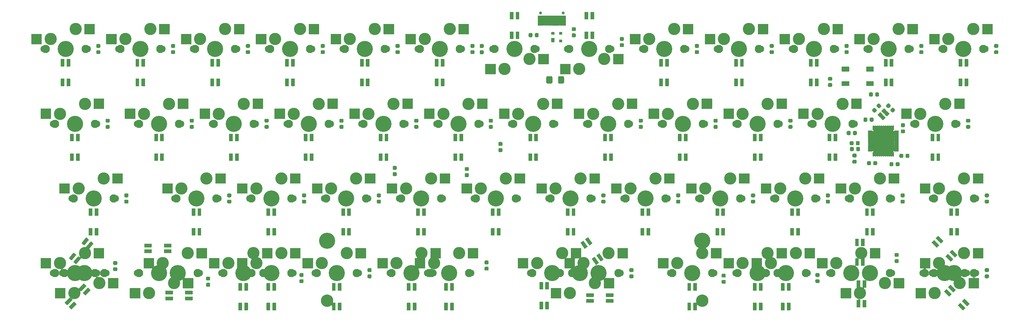
<source format=gbr>
G04 #@! TF.GenerationSoftware,KiCad,Pcbnew,(5.99.0-2043-g129c16cf7)*
G04 #@! TF.CreationDate,2020-07-05T22:33:02+02:00*
G04 #@! TF.ProjectId,CC45,43433435-2e6b-4696-9361-645f70636258,rev?*
G04 #@! TF.SameCoordinates,Original*
G04 #@! TF.FileFunction,Soldermask,Bot*
G04 #@! TF.FilePolarity,Negative*
%FSLAX46Y46*%
G04 Gerber Fmt 4.6, Leading zero omitted, Abs format (unit mm)*
G04 Created by KiCad (PCBNEW (5.99.0-2043-g129c16cf7)) date 2020-07-05 22:33:02*
%MOMM*%
%LPD*%
G01*
G04 APERTURE LIST*
%ADD10C,1.803800*%
%ADD11C,3.531000*%
%ADD12C,2.102000*%
%ADD13C,3.102000*%
%ADD14C,4.102000*%
%ADD15C,3.150000*%
%ADD16C,0.752000*%
G04 APERTURE END LIST*
G36*
G01*
X41844250Y-32951000D02*
X41280750Y-32951000D01*
G75*
G02*
X41036500Y-32706750I0J244250D01*
G01*
X41036500Y-32218250D01*
G75*
G02*
X41280750Y-31974000I244250J0D01*
G01*
X41844250Y-31974000D01*
G75*
G02*
X42088500Y-32218250I0J-244250D01*
G01*
X42088500Y-32706750D01*
G75*
G02*
X41844250Y-32951000I-244250J0D01*
G01*
G37*
G36*
G01*
X41844250Y-34526000D02*
X41280750Y-34526000D01*
G75*
G02*
X41036500Y-34281750I0J244250D01*
G01*
X41036500Y-33793250D01*
G75*
G02*
X41280750Y-33549000I244250J0D01*
G01*
X41844250Y-33549000D01*
G75*
G02*
X42088500Y-33793250I0J-244250D01*
G01*
X42088500Y-34281750D01*
G75*
G02*
X41844250Y-34526000I-244250J0D01*
G01*
G37*
G36*
G01*
X60844250Y-32951000D02*
X60280750Y-32951000D01*
G75*
G02*
X60036500Y-32706750I0J244250D01*
G01*
X60036500Y-32218250D01*
G75*
G02*
X60280750Y-31974000I244250J0D01*
G01*
X60844250Y-31974000D01*
G75*
G02*
X61088500Y-32218250I0J-244250D01*
G01*
X61088500Y-32706750D01*
G75*
G02*
X60844250Y-32951000I-244250J0D01*
G01*
G37*
G36*
G01*
X60844250Y-34526000D02*
X60280750Y-34526000D01*
G75*
G02*
X60036500Y-34281750I0J244250D01*
G01*
X60036500Y-33793250D01*
G75*
G02*
X60280750Y-33549000I244250J0D01*
G01*
X60844250Y-33549000D01*
G75*
G02*
X61088500Y-33793250I0J-244250D01*
G01*
X61088500Y-34281750D01*
G75*
G02*
X60844250Y-34526000I-244250J0D01*
G01*
G37*
G36*
G01*
X79844250Y-32951000D02*
X79280750Y-32951000D01*
G75*
G02*
X79036500Y-32706750I0J244250D01*
G01*
X79036500Y-32218250D01*
G75*
G02*
X79280750Y-31974000I244250J0D01*
G01*
X79844250Y-31974000D01*
G75*
G02*
X80088500Y-32218250I0J-244250D01*
G01*
X80088500Y-32706750D01*
G75*
G02*
X79844250Y-32951000I-244250J0D01*
G01*
G37*
G36*
G01*
X79844250Y-34526000D02*
X79280750Y-34526000D01*
G75*
G02*
X79036500Y-34281750I0J244250D01*
G01*
X79036500Y-33793250D01*
G75*
G02*
X79280750Y-33549000I244250J0D01*
G01*
X79844250Y-33549000D01*
G75*
G02*
X80088500Y-33793250I0J-244250D01*
G01*
X80088500Y-34281750D01*
G75*
G02*
X79844250Y-34526000I-244250J0D01*
G01*
G37*
G36*
G01*
X98844250Y-32951000D02*
X98280750Y-32951000D01*
G75*
G02*
X98036500Y-32706750I0J244250D01*
G01*
X98036500Y-32218250D01*
G75*
G02*
X98280750Y-31974000I244250J0D01*
G01*
X98844250Y-31974000D01*
G75*
G02*
X99088500Y-32218250I0J-244250D01*
G01*
X99088500Y-32706750D01*
G75*
G02*
X98844250Y-32951000I-244250J0D01*
G01*
G37*
G36*
G01*
X98844250Y-34526000D02*
X98280750Y-34526000D01*
G75*
G02*
X98036500Y-34281750I0J244250D01*
G01*
X98036500Y-33793250D01*
G75*
G02*
X98280750Y-33549000I244250J0D01*
G01*
X98844250Y-33549000D01*
G75*
G02*
X99088500Y-33793250I0J-244250D01*
G01*
X99088500Y-34281750D01*
G75*
G02*
X98844250Y-34526000I-244250J0D01*
G01*
G37*
G36*
G01*
X117844250Y-32951000D02*
X117280750Y-32951000D01*
G75*
G02*
X117036500Y-32706750I0J244250D01*
G01*
X117036500Y-32218250D01*
G75*
G02*
X117280750Y-31974000I244250J0D01*
G01*
X117844250Y-31974000D01*
G75*
G02*
X118088500Y-32218250I0J-244250D01*
G01*
X118088500Y-32706750D01*
G75*
G02*
X117844250Y-32951000I-244250J0D01*
G01*
G37*
G36*
G01*
X117844250Y-34526000D02*
X117280750Y-34526000D01*
G75*
G02*
X117036500Y-34281750I0J244250D01*
G01*
X117036500Y-33793250D01*
G75*
G02*
X117280750Y-33549000I244250J0D01*
G01*
X117844250Y-33549000D01*
G75*
G02*
X118088500Y-33793250I0J-244250D01*
G01*
X118088500Y-34281750D01*
G75*
G02*
X117844250Y-34526000I-244250J0D01*
G01*
G37*
G36*
G01*
X136844250Y-32951000D02*
X136280750Y-32951000D01*
G75*
G02*
X136036500Y-32706750I0J244250D01*
G01*
X136036500Y-32218250D01*
G75*
G02*
X136280750Y-31974000I244250J0D01*
G01*
X136844250Y-31974000D01*
G75*
G02*
X137088500Y-32218250I0J-244250D01*
G01*
X137088500Y-32706750D01*
G75*
G02*
X136844250Y-32951000I-244250J0D01*
G01*
G37*
G36*
G01*
X136844250Y-34526000D02*
X136280750Y-34526000D01*
G75*
G02*
X136036500Y-34281750I0J244250D01*
G01*
X136036500Y-33793250D01*
G75*
G02*
X136280750Y-33549000I244250J0D01*
G01*
X136844250Y-33549000D01*
G75*
G02*
X137088500Y-33793250I0J-244250D01*
G01*
X137088500Y-34281750D01*
G75*
G02*
X136844250Y-34526000I-244250J0D01*
G01*
G37*
G36*
G01*
X139219750Y-32975000D02*
X138656250Y-32975000D01*
G75*
G02*
X138412000Y-32730750I0J244250D01*
G01*
X138412000Y-32242250D01*
G75*
G02*
X138656250Y-31998000I244250J0D01*
G01*
X139219750Y-31998000D01*
G75*
G02*
X139464000Y-32242250I0J-244250D01*
G01*
X139464000Y-32730750D01*
G75*
G02*
X139219750Y-32975000I-244250J0D01*
G01*
G37*
G36*
G01*
X139219750Y-34550000D02*
X138656250Y-34550000D01*
G75*
G02*
X138412000Y-34305750I0J244250D01*
G01*
X138412000Y-33817250D01*
G75*
G02*
X138656250Y-33573000I244250J0D01*
G01*
X139219750Y-33573000D01*
G75*
G02*
X139464000Y-33817250I0J-244250D01*
G01*
X139464000Y-34305750D01*
G75*
G02*
X139219750Y-34550000I-244250J0D01*
G01*
G37*
G36*
G01*
X174779750Y-31177000D02*
X174216250Y-31177000D01*
G75*
G02*
X173972000Y-30932750I0J244250D01*
G01*
X173972000Y-30444250D01*
G75*
G02*
X174216250Y-30200000I244250J0D01*
G01*
X174779750Y-30200000D01*
G75*
G02*
X175024000Y-30444250I0J-244250D01*
G01*
X175024000Y-30932750D01*
G75*
G02*
X174779750Y-31177000I-244250J0D01*
G01*
G37*
G36*
G01*
X174779750Y-32752000D02*
X174216250Y-32752000D01*
G75*
G02*
X173972000Y-32507750I0J244250D01*
G01*
X173972000Y-32019250D01*
G75*
G02*
X174216250Y-31775000I244250J0D01*
G01*
X174779750Y-31775000D01*
G75*
G02*
X175024000Y-32019250I0J-244250D01*
G01*
X175024000Y-32507750D01*
G75*
G02*
X174779750Y-32752000I-244250J0D01*
G01*
G37*
G36*
G01*
X193844250Y-32951000D02*
X193280750Y-32951000D01*
G75*
G02*
X193036500Y-32706750I0J244250D01*
G01*
X193036500Y-32218250D01*
G75*
G02*
X193280750Y-31974000I244250J0D01*
G01*
X193844250Y-31974000D01*
G75*
G02*
X194088500Y-32218250I0J-244250D01*
G01*
X194088500Y-32706750D01*
G75*
G02*
X193844250Y-32951000I-244250J0D01*
G01*
G37*
G36*
G01*
X193844250Y-34526000D02*
X193280750Y-34526000D01*
G75*
G02*
X193036500Y-34281750I0J244250D01*
G01*
X193036500Y-33793250D01*
G75*
G02*
X193280750Y-33549000I244250J0D01*
G01*
X193844250Y-33549000D01*
G75*
G02*
X194088500Y-33793250I0J-244250D01*
G01*
X194088500Y-34281750D01*
G75*
G02*
X193844250Y-34526000I-244250J0D01*
G01*
G37*
G36*
G01*
X212844250Y-32951000D02*
X212280750Y-32951000D01*
G75*
G02*
X212036500Y-32706750I0J244250D01*
G01*
X212036500Y-32218250D01*
G75*
G02*
X212280750Y-31974000I244250J0D01*
G01*
X212844250Y-31974000D01*
G75*
G02*
X213088500Y-32218250I0J-244250D01*
G01*
X213088500Y-32706750D01*
G75*
G02*
X212844250Y-32951000I-244250J0D01*
G01*
G37*
G36*
G01*
X212844250Y-34526000D02*
X212280750Y-34526000D01*
G75*
G02*
X212036500Y-34281750I0J244250D01*
G01*
X212036500Y-33793250D01*
G75*
G02*
X212280750Y-33549000I244250J0D01*
G01*
X212844250Y-33549000D01*
G75*
G02*
X213088500Y-33793250I0J-244250D01*
G01*
X213088500Y-34281750D01*
G75*
G02*
X212844250Y-34526000I-244250J0D01*
G01*
G37*
G36*
G01*
X231844250Y-32951000D02*
X231280750Y-32951000D01*
G75*
G02*
X231036500Y-32706750I0J244250D01*
G01*
X231036500Y-32218250D01*
G75*
G02*
X231280750Y-31974000I244250J0D01*
G01*
X231844250Y-31974000D01*
G75*
G02*
X232088500Y-32218250I0J-244250D01*
G01*
X232088500Y-32706750D01*
G75*
G02*
X231844250Y-32951000I-244250J0D01*
G01*
G37*
G36*
G01*
X231844250Y-34526000D02*
X231280750Y-34526000D01*
G75*
G02*
X231036500Y-34281750I0J244250D01*
G01*
X231036500Y-33793250D01*
G75*
G02*
X231280750Y-33549000I244250J0D01*
G01*
X231844250Y-33549000D01*
G75*
G02*
X232088500Y-33793250I0J-244250D01*
G01*
X232088500Y-34281750D01*
G75*
G02*
X231844250Y-34526000I-244250J0D01*
G01*
G37*
G36*
G01*
X250844250Y-32951000D02*
X250280750Y-32951000D01*
G75*
G02*
X250036500Y-32706750I0J244250D01*
G01*
X250036500Y-32218250D01*
G75*
G02*
X250280750Y-31974000I244250J0D01*
G01*
X250844250Y-31974000D01*
G75*
G02*
X251088500Y-32218250I0J-244250D01*
G01*
X251088500Y-32706750D01*
G75*
G02*
X250844250Y-32951000I-244250J0D01*
G01*
G37*
G36*
G01*
X250844250Y-34526000D02*
X250280750Y-34526000D01*
G75*
G02*
X250036500Y-34281750I0J244250D01*
G01*
X250036500Y-33793250D01*
G75*
G02*
X250280750Y-33549000I244250J0D01*
G01*
X250844250Y-33549000D01*
G75*
G02*
X251088500Y-33793250I0J-244250D01*
G01*
X251088500Y-34281750D01*
G75*
G02*
X250844250Y-34526000I-244250J0D01*
G01*
G37*
G36*
G01*
X269844250Y-32951000D02*
X269280750Y-32951000D01*
G75*
G02*
X269036500Y-32706750I0J244250D01*
G01*
X269036500Y-32218250D01*
G75*
G02*
X269280750Y-31974000I244250J0D01*
G01*
X269844250Y-31974000D01*
G75*
G02*
X270088500Y-32218250I0J-244250D01*
G01*
X270088500Y-32706750D01*
G75*
G02*
X269844250Y-32951000I-244250J0D01*
G01*
G37*
G36*
G01*
X269844250Y-34526000D02*
X269280750Y-34526000D01*
G75*
G02*
X269036500Y-34281750I0J244250D01*
G01*
X269036500Y-33793250D01*
G75*
G02*
X269280750Y-33549000I244250J0D01*
G01*
X269844250Y-33549000D01*
G75*
G02*
X270088500Y-33793250I0J-244250D01*
G01*
X270088500Y-34281750D01*
G75*
G02*
X269844250Y-34526000I-244250J0D01*
G01*
G37*
G36*
G01*
X44219250Y-51951000D02*
X43655750Y-51951000D01*
G75*
G02*
X43411500Y-51706750I0J244250D01*
G01*
X43411500Y-51218250D01*
G75*
G02*
X43655750Y-50974000I244250J0D01*
G01*
X44219250Y-50974000D01*
G75*
G02*
X44463500Y-51218250I0J-244250D01*
G01*
X44463500Y-51706750D01*
G75*
G02*
X44219250Y-51951000I-244250J0D01*
G01*
G37*
G36*
G01*
X44219250Y-53526000D02*
X43655750Y-53526000D01*
G75*
G02*
X43411500Y-53281750I0J244250D01*
G01*
X43411500Y-52793250D01*
G75*
G02*
X43655750Y-52549000I244250J0D01*
G01*
X44219250Y-52549000D01*
G75*
G02*
X44463500Y-52793250I0J-244250D01*
G01*
X44463500Y-53281750D01*
G75*
G02*
X44219250Y-53526000I-244250J0D01*
G01*
G37*
G36*
G01*
X65594250Y-51951000D02*
X65030750Y-51951000D01*
G75*
G02*
X64786500Y-51706750I0J244250D01*
G01*
X64786500Y-51218250D01*
G75*
G02*
X65030750Y-50974000I244250J0D01*
G01*
X65594250Y-50974000D01*
G75*
G02*
X65838500Y-51218250I0J-244250D01*
G01*
X65838500Y-51706750D01*
G75*
G02*
X65594250Y-51951000I-244250J0D01*
G01*
G37*
G36*
G01*
X65594250Y-53526000D02*
X65030750Y-53526000D01*
G75*
G02*
X64786500Y-53281750I0J244250D01*
G01*
X64786500Y-52793250D01*
G75*
G02*
X65030750Y-52549000I244250J0D01*
G01*
X65594250Y-52549000D01*
G75*
G02*
X65838500Y-52793250I0J-244250D01*
G01*
X65838500Y-53281750D01*
G75*
G02*
X65594250Y-53526000I-244250J0D01*
G01*
G37*
G36*
G01*
X84594250Y-51951000D02*
X84030750Y-51951000D01*
G75*
G02*
X83786500Y-51706750I0J244250D01*
G01*
X83786500Y-51218250D01*
G75*
G02*
X84030750Y-50974000I244250J0D01*
G01*
X84594250Y-50974000D01*
G75*
G02*
X84838500Y-51218250I0J-244250D01*
G01*
X84838500Y-51706750D01*
G75*
G02*
X84594250Y-51951000I-244250J0D01*
G01*
G37*
G36*
G01*
X84594250Y-53526000D02*
X84030750Y-53526000D01*
G75*
G02*
X83786500Y-53281750I0J244250D01*
G01*
X83786500Y-52793250D01*
G75*
G02*
X84030750Y-52549000I244250J0D01*
G01*
X84594250Y-52549000D01*
G75*
G02*
X84838500Y-52793250I0J-244250D01*
G01*
X84838500Y-53281750D01*
G75*
G02*
X84594250Y-53526000I-244250J0D01*
G01*
G37*
G36*
G01*
X103594250Y-51951000D02*
X103030750Y-51951000D01*
G75*
G02*
X102786500Y-51706750I0J244250D01*
G01*
X102786500Y-51218250D01*
G75*
G02*
X103030750Y-50974000I244250J0D01*
G01*
X103594250Y-50974000D01*
G75*
G02*
X103838500Y-51218250I0J-244250D01*
G01*
X103838500Y-51706750D01*
G75*
G02*
X103594250Y-51951000I-244250J0D01*
G01*
G37*
G36*
G01*
X103594250Y-53526000D02*
X103030750Y-53526000D01*
G75*
G02*
X102786500Y-53281750I0J244250D01*
G01*
X102786500Y-52793250D01*
G75*
G02*
X103030750Y-52549000I244250J0D01*
G01*
X103594250Y-52549000D01*
G75*
G02*
X103838500Y-52793250I0J-244250D01*
G01*
X103838500Y-53281750D01*
G75*
G02*
X103594250Y-53526000I-244250J0D01*
G01*
G37*
G36*
G01*
X122594250Y-51951000D02*
X122030750Y-51951000D01*
G75*
G02*
X121786500Y-51706750I0J244250D01*
G01*
X121786500Y-51218250D01*
G75*
G02*
X122030750Y-50974000I244250J0D01*
G01*
X122594250Y-50974000D01*
G75*
G02*
X122838500Y-51218250I0J-244250D01*
G01*
X122838500Y-51706750D01*
G75*
G02*
X122594250Y-51951000I-244250J0D01*
G01*
G37*
G36*
G01*
X122594250Y-53526000D02*
X122030750Y-53526000D01*
G75*
G02*
X121786500Y-53281750I0J244250D01*
G01*
X121786500Y-52793250D01*
G75*
G02*
X122030750Y-52549000I244250J0D01*
G01*
X122594250Y-52549000D01*
G75*
G02*
X122838500Y-52793250I0J-244250D01*
G01*
X122838500Y-53281750D01*
G75*
G02*
X122594250Y-53526000I-244250J0D01*
G01*
G37*
G36*
G01*
X141505750Y-51951000D02*
X140942250Y-51951000D01*
G75*
G02*
X140698000Y-51706750I0J244250D01*
G01*
X140698000Y-51218250D01*
G75*
G02*
X140942250Y-50974000I244250J0D01*
G01*
X141505750Y-50974000D01*
G75*
G02*
X141750000Y-51218250I0J-244250D01*
G01*
X141750000Y-51706750D01*
G75*
G02*
X141505750Y-51951000I-244250J0D01*
G01*
G37*
G36*
G01*
X141505750Y-53526000D02*
X140942250Y-53526000D01*
G75*
G02*
X140698000Y-53281750I0J244250D01*
G01*
X140698000Y-52793250D01*
G75*
G02*
X140942250Y-52549000I244250J0D01*
G01*
X141505750Y-52549000D01*
G75*
G02*
X141750000Y-52793250I0J-244250D01*
G01*
X141750000Y-53281750D01*
G75*
G02*
X141505750Y-53526000I-244250J0D01*
G01*
G37*
G36*
G01*
X143969250Y-57867000D02*
X143405750Y-57867000D01*
G75*
G02*
X143161500Y-57622750I0J244250D01*
G01*
X143161500Y-57134250D01*
G75*
G02*
X143405750Y-56890000I244250J0D01*
G01*
X143969250Y-56890000D01*
G75*
G02*
X144213500Y-57134250I0J-244250D01*
G01*
X144213500Y-57622750D01*
G75*
G02*
X143969250Y-57867000I-244250J0D01*
G01*
G37*
G36*
G01*
X143969250Y-59442000D02*
X143405750Y-59442000D01*
G75*
G02*
X143161500Y-59197750I0J244250D01*
G01*
X143161500Y-58709250D01*
G75*
G02*
X143405750Y-58465000I244250J0D01*
G01*
X143969250Y-58465000D01*
G75*
G02*
X144213500Y-58709250I0J-244250D01*
G01*
X144213500Y-59197750D01*
G75*
G02*
X143969250Y-59442000I-244250J0D01*
G01*
G37*
G36*
G01*
X179594250Y-51951000D02*
X179030750Y-51951000D01*
G75*
G02*
X178786500Y-51706750I0J244250D01*
G01*
X178786500Y-51218250D01*
G75*
G02*
X179030750Y-50974000I244250J0D01*
G01*
X179594250Y-50974000D01*
G75*
G02*
X179838500Y-51218250I0J-244250D01*
G01*
X179838500Y-51706750D01*
G75*
G02*
X179594250Y-51951000I-244250J0D01*
G01*
G37*
G36*
G01*
X179594250Y-53526000D02*
X179030750Y-53526000D01*
G75*
G02*
X178786500Y-53281750I0J244250D01*
G01*
X178786500Y-52793250D01*
G75*
G02*
X179030750Y-52549000I244250J0D01*
G01*
X179594250Y-52549000D01*
G75*
G02*
X179838500Y-52793250I0J-244250D01*
G01*
X179838500Y-53281750D01*
G75*
G02*
X179594250Y-53526000I-244250J0D01*
G01*
G37*
G36*
G01*
X198594250Y-51951000D02*
X198030750Y-51951000D01*
G75*
G02*
X197786500Y-51706750I0J244250D01*
G01*
X197786500Y-51218250D01*
G75*
G02*
X198030750Y-50974000I244250J0D01*
G01*
X198594250Y-50974000D01*
G75*
G02*
X198838500Y-51218250I0J-244250D01*
G01*
X198838500Y-51706750D01*
G75*
G02*
X198594250Y-51951000I-244250J0D01*
G01*
G37*
G36*
G01*
X198594250Y-53526000D02*
X198030750Y-53526000D01*
G75*
G02*
X197786500Y-53281750I0J244250D01*
G01*
X197786500Y-52793250D01*
G75*
G02*
X198030750Y-52549000I244250J0D01*
G01*
X198594250Y-52549000D01*
G75*
G02*
X198838500Y-52793250I0J-244250D01*
G01*
X198838500Y-53281750D01*
G75*
G02*
X198594250Y-53526000I-244250J0D01*
G01*
G37*
G36*
G01*
X217594250Y-51951000D02*
X217030750Y-51951000D01*
G75*
G02*
X216786500Y-51706750I0J244250D01*
G01*
X216786500Y-51218250D01*
G75*
G02*
X217030750Y-50974000I244250J0D01*
G01*
X217594250Y-50974000D01*
G75*
G02*
X217838500Y-51218250I0J-244250D01*
G01*
X217838500Y-51706750D01*
G75*
G02*
X217594250Y-51951000I-244250J0D01*
G01*
G37*
G36*
G01*
X217594250Y-53526000D02*
X217030750Y-53526000D01*
G75*
G02*
X216786500Y-53281750I0J244250D01*
G01*
X216786500Y-52793250D01*
G75*
G02*
X217030750Y-52549000I244250J0D01*
G01*
X217594250Y-52549000D01*
G75*
G02*
X217838500Y-52793250I0J-244250D01*
G01*
X217838500Y-53281750D01*
G75*
G02*
X217594250Y-53526000I-244250J0D01*
G01*
G37*
G36*
G01*
X227662550Y-41306200D02*
X227099050Y-41306200D01*
G75*
G02*
X226854800Y-41061950I0J244250D01*
G01*
X226854800Y-40573450D01*
G75*
G02*
X227099050Y-40329200I244250J0D01*
G01*
X227662550Y-40329200D01*
G75*
G02*
X227906800Y-40573450I0J-244250D01*
G01*
X227906800Y-41061950D01*
G75*
G02*
X227662550Y-41306200I-244250J0D01*
G01*
G37*
G36*
G01*
X227662550Y-42881200D02*
X227099050Y-42881200D01*
G75*
G02*
X226854800Y-42636950I0J244250D01*
G01*
X226854800Y-42148450D01*
G75*
G02*
X227099050Y-41904200I244250J0D01*
G01*
X227662550Y-41904200D01*
G75*
G02*
X227906800Y-42148450I0J-244250D01*
G01*
X227906800Y-42636950D01*
G75*
G02*
X227662550Y-42881200I-244250J0D01*
G01*
G37*
G36*
G01*
X262719250Y-51951000D02*
X262155750Y-51951000D01*
G75*
G02*
X261911500Y-51706750I0J244250D01*
G01*
X261911500Y-51218250D01*
G75*
G02*
X262155750Y-50974000I244250J0D01*
G01*
X262719250Y-50974000D01*
G75*
G02*
X262963500Y-51218250I0J-244250D01*
G01*
X262963500Y-51706750D01*
G75*
G02*
X262719250Y-51951000I-244250J0D01*
G01*
G37*
G36*
G01*
X262719250Y-53526000D02*
X262155750Y-53526000D01*
G75*
G02*
X261911500Y-53281750I0J244250D01*
G01*
X261911500Y-52793250D01*
G75*
G02*
X262155750Y-52549000I244250J0D01*
G01*
X262719250Y-52549000D01*
G75*
G02*
X262963500Y-52793250I0J-244250D01*
G01*
X262963500Y-53281750D01*
G75*
G02*
X262719250Y-53526000I-244250J0D01*
G01*
G37*
G36*
G01*
X48969250Y-70951000D02*
X48405750Y-70951000D01*
G75*
G02*
X48161500Y-70706750I0J244250D01*
G01*
X48161500Y-70218250D01*
G75*
G02*
X48405750Y-69974000I244250J0D01*
G01*
X48969250Y-69974000D01*
G75*
G02*
X49213500Y-70218250I0J-244250D01*
G01*
X49213500Y-70706750D01*
G75*
G02*
X48969250Y-70951000I-244250J0D01*
G01*
G37*
G36*
G01*
X48969250Y-72526000D02*
X48405750Y-72526000D01*
G75*
G02*
X48161500Y-72281750I0J244250D01*
G01*
X48161500Y-71793250D01*
G75*
G02*
X48405750Y-71549000I244250J0D01*
G01*
X48969250Y-71549000D01*
G75*
G02*
X49213500Y-71793250I0J-244250D01*
G01*
X49213500Y-72281750D01*
G75*
G02*
X48969250Y-72526000I-244250J0D01*
G01*
G37*
G36*
G01*
X75094250Y-70951000D02*
X74530750Y-70951000D01*
G75*
G02*
X74286500Y-70706750I0J244250D01*
G01*
X74286500Y-70218250D01*
G75*
G02*
X74530750Y-69974000I244250J0D01*
G01*
X75094250Y-69974000D01*
G75*
G02*
X75338500Y-70218250I0J-244250D01*
G01*
X75338500Y-70706750D01*
G75*
G02*
X75094250Y-70951000I-244250J0D01*
G01*
G37*
G36*
G01*
X75094250Y-72526000D02*
X74530750Y-72526000D01*
G75*
G02*
X74286500Y-72281750I0J244250D01*
G01*
X74286500Y-71793250D01*
G75*
G02*
X74530750Y-71549000I244250J0D01*
G01*
X75094250Y-71549000D01*
G75*
G02*
X75338500Y-71793250I0J-244250D01*
G01*
X75338500Y-72281750D01*
G75*
G02*
X75094250Y-72526000I-244250J0D01*
G01*
G37*
G36*
G01*
X94094250Y-70951000D02*
X93530750Y-70951000D01*
G75*
G02*
X93286500Y-70706750I0J244250D01*
G01*
X93286500Y-70218250D01*
G75*
G02*
X93530750Y-69974000I244250J0D01*
G01*
X94094250Y-69974000D01*
G75*
G02*
X94338500Y-70218250I0J-244250D01*
G01*
X94338500Y-70706750D01*
G75*
G02*
X94094250Y-70951000I-244250J0D01*
G01*
G37*
G36*
G01*
X94094250Y-72526000D02*
X93530750Y-72526000D01*
G75*
G02*
X93286500Y-72281750I0J244250D01*
G01*
X93286500Y-71793250D01*
G75*
G02*
X93530750Y-71549000I244250J0D01*
G01*
X94094250Y-71549000D01*
G75*
G02*
X94338500Y-71793250I0J-244250D01*
G01*
X94338500Y-72281750D01*
G75*
G02*
X94094250Y-72526000I-244250J0D01*
G01*
G37*
G36*
G01*
X113094250Y-70951000D02*
X112530750Y-70951000D01*
G75*
G02*
X112286500Y-70706750I0J244250D01*
G01*
X112286500Y-70218250D01*
G75*
G02*
X112530750Y-69974000I244250J0D01*
G01*
X113094250Y-69974000D01*
G75*
G02*
X113338500Y-70218250I0J-244250D01*
G01*
X113338500Y-70706750D01*
G75*
G02*
X113094250Y-70951000I-244250J0D01*
G01*
G37*
G36*
G01*
X113094250Y-72526000D02*
X112530750Y-72526000D01*
G75*
G02*
X112286500Y-72281750I0J244250D01*
G01*
X112286500Y-71793250D01*
G75*
G02*
X112530750Y-71549000I244250J0D01*
G01*
X113094250Y-71549000D01*
G75*
G02*
X113338500Y-71793250I0J-244250D01*
G01*
X113338500Y-72281750D01*
G75*
G02*
X113094250Y-72526000I-244250J0D01*
G01*
G37*
G36*
G01*
X116558250Y-64561000D02*
X117121750Y-64561000D01*
G75*
G02*
X117366000Y-64805250I0J-244250D01*
G01*
X117366000Y-65293750D01*
G75*
G02*
X117121750Y-65538000I-244250J0D01*
G01*
X116558250Y-65538000D01*
G75*
G02*
X116314000Y-65293750I0J244250D01*
G01*
X116314000Y-64805250D01*
G75*
G02*
X116558250Y-64561000I244250J0D01*
G01*
G37*
G36*
G01*
X116558250Y-62986000D02*
X117121750Y-62986000D01*
G75*
G02*
X117366000Y-63230250I0J-244250D01*
G01*
X117366000Y-63718750D01*
G75*
G02*
X117121750Y-63963000I-244250J0D01*
G01*
X116558250Y-63963000D01*
G75*
G02*
X116314000Y-63718750I0J244250D01*
G01*
X116314000Y-63230250D01*
G75*
G02*
X116558250Y-62986000I244250J0D01*
G01*
G37*
G36*
G01*
X134846250Y-64835000D02*
X135409750Y-64835000D01*
G75*
G02*
X135654000Y-65079250I0J-244250D01*
G01*
X135654000Y-65567750D01*
G75*
G02*
X135409750Y-65812000I-244250J0D01*
G01*
X134846250Y-65812000D01*
G75*
G02*
X134602000Y-65567750I0J244250D01*
G01*
X134602000Y-65079250D01*
G75*
G02*
X134846250Y-64835000I244250J0D01*
G01*
G37*
G36*
G01*
X134846250Y-63260000D02*
X135409750Y-63260000D01*
G75*
G02*
X135654000Y-63504250I0J-244250D01*
G01*
X135654000Y-63992750D01*
G75*
G02*
X135409750Y-64237000I-244250J0D01*
G01*
X134846250Y-64237000D01*
G75*
G02*
X134602000Y-63992750I0J244250D01*
G01*
X134602000Y-63504250D01*
G75*
G02*
X134846250Y-63260000I244250J0D01*
G01*
G37*
G36*
G01*
X170094250Y-70951000D02*
X169530750Y-70951000D01*
G75*
G02*
X169286500Y-70706750I0J244250D01*
G01*
X169286500Y-70218250D01*
G75*
G02*
X169530750Y-69974000I244250J0D01*
G01*
X170094250Y-69974000D01*
G75*
G02*
X170338500Y-70218250I0J-244250D01*
G01*
X170338500Y-70706750D01*
G75*
G02*
X170094250Y-70951000I-244250J0D01*
G01*
G37*
G36*
G01*
X170094250Y-72526000D02*
X169530750Y-72526000D01*
G75*
G02*
X169286500Y-72281750I0J244250D01*
G01*
X169286500Y-71793250D01*
G75*
G02*
X169530750Y-71549000I244250J0D01*
G01*
X170094250Y-71549000D01*
G75*
G02*
X170338500Y-71793250I0J-244250D01*
G01*
X170338500Y-72281750D01*
G75*
G02*
X170094250Y-72526000I-244250J0D01*
G01*
G37*
G36*
G01*
X189094250Y-70951000D02*
X188530750Y-70951000D01*
G75*
G02*
X188286500Y-70706750I0J244250D01*
G01*
X188286500Y-70218250D01*
G75*
G02*
X188530750Y-69974000I244250J0D01*
G01*
X189094250Y-69974000D01*
G75*
G02*
X189338500Y-70218250I0J-244250D01*
G01*
X189338500Y-70706750D01*
G75*
G02*
X189094250Y-70951000I-244250J0D01*
G01*
G37*
G36*
G01*
X189094250Y-72526000D02*
X188530750Y-72526000D01*
G75*
G02*
X188286500Y-72281750I0J244250D01*
G01*
X188286500Y-71793250D01*
G75*
G02*
X188530750Y-71549000I244250J0D01*
G01*
X189094250Y-71549000D01*
G75*
G02*
X189338500Y-71793250I0J-244250D01*
G01*
X189338500Y-72281750D01*
G75*
G02*
X189094250Y-72526000I-244250J0D01*
G01*
G37*
G36*
G01*
X208094250Y-70951000D02*
X207530750Y-70951000D01*
G75*
G02*
X207286500Y-70706750I0J244250D01*
G01*
X207286500Y-70218250D01*
G75*
G02*
X207530750Y-69974000I244250J0D01*
G01*
X208094250Y-69974000D01*
G75*
G02*
X208338500Y-70218250I0J-244250D01*
G01*
X208338500Y-70706750D01*
G75*
G02*
X208094250Y-70951000I-244250J0D01*
G01*
G37*
G36*
G01*
X208094250Y-72526000D02*
X207530750Y-72526000D01*
G75*
G02*
X207286500Y-72281750I0J244250D01*
G01*
X207286500Y-71793250D01*
G75*
G02*
X207530750Y-71549000I244250J0D01*
G01*
X208094250Y-71549000D01*
G75*
G02*
X208338500Y-71793250I0J-244250D01*
G01*
X208338500Y-72281750D01*
G75*
G02*
X208094250Y-72526000I-244250J0D01*
G01*
G37*
G36*
G01*
X227094250Y-70951000D02*
X226530750Y-70951000D01*
G75*
G02*
X226286500Y-70706750I0J244250D01*
G01*
X226286500Y-70218250D01*
G75*
G02*
X226530750Y-69974000I244250J0D01*
G01*
X227094250Y-69974000D01*
G75*
G02*
X227338500Y-70218250I0J-244250D01*
G01*
X227338500Y-70706750D01*
G75*
G02*
X227094250Y-70951000I-244250J0D01*
G01*
G37*
G36*
G01*
X227094250Y-72526000D02*
X226530750Y-72526000D01*
G75*
G02*
X226286500Y-72281750I0J244250D01*
G01*
X226286500Y-71793250D01*
G75*
G02*
X226530750Y-71549000I244250J0D01*
G01*
X227094250Y-71549000D01*
G75*
G02*
X227338500Y-71793250I0J-244250D01*
G01*
X227338500Y-72281750D01*
G75*
G02*
X227094250Y-72526000I-244250J0D01*
G01*
G37*
G36*
G01*
X246094250Y-70951000D02*
X245530750Y-70951000D01*
G75*
G02*
X245286500Y-70706750I0J244250D01*
G01*
X245286500Y-70218250D01*
G75*
G02*
X245530750Y-69974000I244250J0D01*
G01*
X246094250Y-69974000D01*
G75*
G02*
X246338500Y-70218250I0J-244250D01*
G01*
X246338500Y-70706750D01*
G75*
G02*
X246094250Y-70951000I-244250J0D01*
G01*
G37*
G36*
G01*
X246094250Y-72526000D02*
X245530750Y-72526000D01*
G75*
G02*
X245286500Y-72281750I0J244250D01*
G01*
X245286500Y-71793250D01*
G75*
G02*
X245530750Y-71549000I244250J0D01*
G01*
X246094250Y-71549000D01*
G75*
G02*
X246338500Y-71793250I0J-244250D01*
G01*
X246338500Y-72281750D01*
G75*
G02*
X246094250Y-72526000I-244250J0D01*
G01*
G37*
G36*
G01*
X267469250Y-70951000D02*
X266905750Y-70951000D01*
G75*
G02*
X266661500Y-70706750I0J244250D01*
G01*
X266661500Y-70218250D01*
G75*
G02*
X266905750Y-69974000I244250J0D01*
G01*
X267469250Y-69974000D01*
G75*
G02*
X267713500Y-70218250I0J-244250D01*
G01*
X267713500Y-70706750D01*
G75*
G02*
X267469250Y-70951000I-244250J0D01*
G01*
G37*
G36*
G01*
X267469250Y-72526000D02*
X266905750Y-72526000D01*
G75*
G02*
X266661500Y-72281750I0J244250D01*
G01*
X266661500Y-71793250D01*
G75*
G02*
X266905750Y-71549000I244250J0D01*
G01*
X267469250Y-71549000D01*
G75*
G02*
X267713500Y-71793250I0J-244250D01*
G01*
X267713500Y-72281750D01*
G75*
G02*
X267469250Y-72526000I-244250J0D01*
G01*
G37*
G36*
G01*
X46154150Y-88143800D02*
X45590650Y-88143800D01*
G75*
G02*
X45346400Y-87899550I0J244250D01*
G01*
X45346400Y-87411050D01*
G75*
G02*
X45590650Y-87166800I244250J0D01*
G01*
X46154150Y-87166800D01*
G75*
G02*
X46398400Y-87411050I0J-244250D01*
G01*
X46398400Y-87899550D01*
G75*
G02*
X46154150Y-88143800I-244250J0D01*
G01*
G37*
G36*
G01*
X46154150Y-89718800D02*
X45590650Y-89718800D01*
G75*
G02*
X45346400Y-89474550I0J244250D01*
G01*
X45346400Y-88986050D01*
G75*
G02*
X45590650Y-88741800I244250J0D01*
G01*
X46154150Y-88741800D01*
G75*
G02*
X46398400Y-88986050I0J-244250D01*
G01*
X46398400Y-89474550D01*
G75*
G02*
X46154150Y-89718800I-244250J0D01*
G01*
G37*
G36*
G01*
X69725350Y-92106200D02*
X69161850Y-92106200D01*
G75*
G02*
X68917600Y-91861950I0J244250D01*
G01*
X68917600Y-91373450D01*
G75*
G02*
X69161850Y-91129200I244250J0D01*
G01*
X69725350Y-91129200D01*
G75*
G02*
X69969600Y-91373450I0J-244250D01*
G01*
X69969600Y-91861950D01*
G75*
G02*
X69725350Y-92106200I-244250J0D01*
G01*
G37*
G36*
G01*
X69725350Y-93681200D02*
X69161850Y-93681200D01*
G75*
G02*
X68917600Y-93436950I0J244250D01*
G01*
X68917600Y-92948450D01*
G75*
G02*
X69161850Y-92704200I244250J0D01*
G01*
X69725350Y-92704200D01*
G75*
G02*
X69969600Y-92948450I0J-244250D01*
G01*
X69969600Y-93436950D01*
G75*
G02*
X69725350Y-93681200I-244250J0D01*
G01*
G37*
G36*
G01*
X93448950Y-91191800D02*
X92885450Y-91191800D01*
G75*
G02*
X92641200Y-90947550I0J244250D01*
G01*
X92641200Y-90459050D01*
G75*
G02*
X92885450Y-90214800I244250J0D01*
G01*
X93448950Y-90214800D01*
G75*
G02*
X93693200Y-90459050I0J-244250D01*
G01*
X93693200Y-90947550D01*
G75*
G02*
X93448950Y-91191800I-244250J0D01*
G01*
G37*
G36*
G01*
X93448950Y-92766800D02*
X92885450Y-92766800D01*
G75*
G02*
X92641200Y-92522550I0J244250D01*
G01*
X92641200Y-92034050D01*
G75*
G02*
X92885450Y-91789800I244250J0D01*
G01*
X93448950Y-91789800D01*
G75*
G02*
X93693200Y-92034050I0J-244250D01*
G01*
X93693200Y-92522550D01*
G75*
G02*
X93448950Y-92766800I-244250J0D01*
G01*
G37*
G36*
G01*
X110719250Y-89951000D02*
X110155750Y-89951000D01*
G75*
G02*
X109911500Y-89706750I0J244250D01*
G01*
X109911500Y-89218250D01*
G75*
G02*
X110155750Y-88974000I244250J0D01*
G01*
X110719250Y-88974000D01*
G75*
G02*
X110963500Y-89218250I0J-244250D01*
G01*
X110963500Y-89706750D01*
G75*
G02*
X110719250Y-89951000I-244250J0D01*
G01*
G37*
G36*
G01*
X110719250Y-91526000D02*
X110155750Y-91526000D01*
G75*
G02*
X109911500Y-91281750I0J244250D01*
G01*
X109911500Y-90793250D01*
G75*
G02*
X110155750Y-90549000I244250J0D01*
G01*
X110719250Y-90549000D01*
G75*
G02*
X110963500Y-90793250I0J-244250D01*
G01*
X110963500Y-91281750D01*
G75*
G02*
X110719250Y-91526000I-244250J0D01*
G01*
G37*
G36*
G01*
X140438950Y-87991400D02*
X139875450Y-87991400D01*
G75*
G02*
X139631200Y-87747150I0J244250D01*
G01*
X139631200Y-87258650D01*
G75*
G02*
X139875450Y-87014400I244250J0D01*
G01*
X140438950Y-87014400D01*
G75*
G02*
X140683200Y-87258650I0J-244250D01*
G01*
X140683200Y-87747150D01*
G75*
G02*
X140438950Y-87991400I-244250J0D01*
G01*
G37*
G36*
G01*
X140438950Y-89566400D02*
X139875450Y-89566400D01*
G75*
G02*
X139631200Y-89322150I0J244250D01*
G01*
X139631200Y-88833650D01*
G75*
G02*
X139875450Y-88589400I244250J0D01*
G01*
X140438950Y-88589400D01*
G75*
G02*
X140683200Y-88833650I0J-244250D01*
G01*
X140683200Y-89322150D01*
G75*
G02*
X140438950Y-89566400I-244250J0D01*
G01*
G37*
G36*
G01*
X177219250Y-89951000D02*
X176655750Y-89951000D01*
G75*
G02*
X176411500Y-89706750I0J244250D01*
G01*
X176411500Y-89218250D01*
G75*
G02*
X176655750Y-88974000I244250J0D01*
G01*
X177219250Y-88974000D01*
G75*
G02*
X177463500Y-89218250I0J-244250D01*
G01*
X177463500Y-89706750D01*
G75*
G02*
X177219250Y-89951000I-244250J0D01*
G01*
G37*
G36*
G01*
X177219250Y-91526000D02*
X176655750Y-91526000D01*
G75*
G02*
X176411500Y-91281750I0J244250D01*
G01*
X176411500Y-90793250D01*
G75*
G02*
X176655750Y-90549000I244250J0D01*
G01*
X177219250Y-90549000D01*
G75*
G02*
X177463500Y-90793250I0J-244250D01*
G01*
X177463500Y-91281750D01*
G75*
G02*
X177219250Y-91526000I-244250J0D01*
G01*
G37*
G36*
G01*
X200637436Y-91350997D02*
X200073936Y-91350997D01*
G75*
G02*
X199829686Y-91106747I0J244250D01*
G01*
X199829686Y-90618247D01*
G75*
G02*
X200073936Y-90373997I244250J0D01*
G01*
X200637436Y-90373997D01*
G75*
G02*
X200881686Y-90618247I0J-244250D01*
G01*
X200881686Y-91106747D01*
G75*
G02*
X200637436Y-91350997I-244250J0D01*
G01*
G37*
G36*
G01*
X200637436Y-92925997D02*
X200073936Y-92925997D01*
G75*
G02*
X199829686Y-92681747I0J244250D01*
G01*
X199829686Y-92193247D01*
G75*
G02*
X200073936Y-91948997I244250J0D01*
G01*
X200637436Y-91948997D01*
G75*
G02*
X200881686Y-92193247I0J-244250D01*
G01*
X200881686Y-92681747D01*
G75*
G02*
X200637436Y-92925997I-244250J0D01*
G01*
G37*
G36*
G01*
X224462150Y-91191800D02*
X223898650Y-91191800D01*
G75*
G02*
X223654400Y-90947550I0J244250D01*
G01*
X223654400Y-90459050D01*
G75*
G02*
X223898650Y-90214800I244250J0D01*
G01*
X224462150Y-90214800D01*
G75*
G02*
X224706400Y-90459050I0J-244250D01*
G01*
X224706400Y-90947550D01*
G75*
G02*
X224462150Y-91191800I-244250J0D01*
G01*
G37*
G36*
G01*
X224462150Y-92766800D02*
X223898650Y-92766800D01*
G75*
G02*
X223654400Y-92522550I0J244250D01*
G01*
X223654400Y-92034050D01*
G75*
G02*
X223898650Y-91789800I244250J0D01*
G01*
X224462150Y-91789800D01*
G75*
G02*
X224706400Y-92034050I0J-244250D01*
G01*
X224706400Y-92522550D01*
G75*
G02*
X224462150Y-92766800I-244250J0D01*
G01*
G37*
G36*
G01*
X244578950Y-87661500D02*
X244015450Y-87661500D01*
G75*
G02*
X243771200Y-87417250I0J244250D01*
G01*
X243771200Y-86928750D01*
G75*
G02*
X244015450Y-86684500I244250J0D01*
G01*
X244578950Y-86684500D01*
G75*
G02*
X244823200Y-86928750I0J-244250D01*
G01*
X244823200Y-87417250D01*
G75*
G02*
X244578950Y-87661500I-244250J0D01*
G01*
G37*
G36*
G01*
X244578950Y-86086500D02*
X244015450Y-86086500D01*
G75*
G02*
X243771200Y-85842250I0J244250D01*
G01*
X243771200Y-85353750D01*
G75*
G02*
X244015450Y-85109500I244250J0D01*
G01*
X244578950Y-85109500D01*
G75*
G02*
X244823200Y-85353750I0J-244250D01*
G01*
X244823200Y-85842250D01*
G75*
G02*
X244578950Y-86086500I-244250J0D01*
G01*
G37*
G36*
G01*
X267469250Y-89951000D02*
X266905750Y-89951000D01*
G75*
G02*
X266661500Y-89706750I0J244250D01*
G01*
X266661500Y-89218250D01*
G75*
G02*
X266905750Y-88974000I244250J0D01*
G01*
X267469250Y-88974000D01*
G75*
G02*
X267713500Y-89218250I0J-244250D01*
G01*
X267713500Y-89706750D01*
G75*
G02*
X267469250Y-89951000I-244250J0D01*
G01*
G37*
G36*
G01*
X267469250Y-91526000D02*
X266905750Y-91526000D01*
G75*
G02*
X266661500Y-91281750I0J244250D01*
G01*
X266661500Y-90793250D01*
G75*
G02*
X266905750Y-90549000I244250J0D01*
G01*
X267469250Y-90549000D01*
G75*
G02*
X267713500Y-90793250I0J-244250D01*
G01*
X267713500Y-91281750D01*
G75*
G02*
X267469250Y-91526000I-244250J0D01*
G01*
G37*
G36*
G01*
X168102739Y-85700697D02*
X168764051Y-85237642D01*
G75*
G02*
X168843915Y-85251724I32891J-46973D01*
G01*
X169869075Y-86715805D01*
G75*
G02*
X169854993Y-86795669I-46973J-32891D01*
G01*
X169193681Y-87258724D01*
G75*
G02*
X169113817Y-87244642I-32891J46973D01*
G01*
X168088657Y-85780561D01*
G75*
G02*
X168102739Y-85700697I46973J32891D01*
G01*
G37*
G36*
G01*
X166874011Y-86561061D02*
X167535323Y-86098006D01*
G75*
G02*
X167615187Y-86112088I32891J-46973D01*
G01*
X168640347Y-87576169D01*
G75*
G02*
X168626265Y-87656033I-46973J-32891D01*
G01*
X167964953Y-88119088D01*
G75*
G02*
X167885089Y-88105006I-32891J46973D01*
G01*
X166859929Y-86640925D01*
G75*
G02*
X166874011Y-86561061I46973J32891D01*
G01*
G37*
G36*
G01*
X165234857Y-81604936D02*
X165896169Y-81141881D01*
G75*
G02*
X165976033Y-81155963I32891J-46973D01*
G01*
X167001193Y-82620044D01*
G75*
G02*
X166987111Y-82699908I-46973J-32891D01*
G01*
X166325799Y-83162963D01*
G75*
G02*
X166245935Y-83148881I-32891J46973D01*
G01*
X165220775Y-81684800D01*
G75*
G02*
X165234857Y-81604936I46973J32891D01*
G01*
G37*
G36*
G01*
X164006129Y-82465301D02*
X164667441Y-82002246D01*
G75*
G02*
X164747305Y-82016328I32891J-46973D01*
G01*
X165772465Y-83480409D01*
G75*
G02*
X165758383Y-83560273I-46973J-32891D01*
G01*
X165097071Y-84023328D01*
G75*
G02*
X165017207Y-84009246I-32891J46973D01*
G01*
X163992047Y-82545165D01*
G75*
G02*
X164006129Y-82465301I46973J32891D01*
G01*
G37*
D10*
X158375000Y-90250000D03*
X169375000Y-90250000D03*
D11*
X163875000Y-90250000D03*
G36*
G01*
X172561000Y-91542081D02*
X172561000Y-94037919D01*
G75*
G02*
X172507919Y-94091000I-53081J0D01*
G01*
X169962081Y-94091000D01*
G75*
G02*
X169909000Y-94037919I0J53081D01*
G01*
X169909000Y-91542081D01*
G75*
G02*
X169962081Y-91489000I53081J0D01*
G01*
X172507919Y-91489000D01*
G75*
G02*
X172561000Y-91542081I0J-53081D01*
G01*
G37*
G36*
G01*
X159111000Y-94082081D02*
X159111000Y-96577919D01*
G75*
G02*
X159057919Y-96631000I-53081J0D01*
G01*
X156512081Y-96631000D01*
G75*
G02*
X156459000Y-96577919I0J53081D01*
G01*
X156459000Y-94082081D01*
G75*
G02*
X156512081Y-94029000I53081J0D01*
G01*
X159057919Y-94029000D01*
G75*
G02*
X159111000Y-94082081I0J-53081D01*
G01*
G37*
D12*
X168955000Y-90250000D03*
D13*
X167685000Y-92790000D03*
D14*
X163875000Y-90250000D03*
D13*
X161335000Y-95330000D03*
D12*
X158795000Y-90250000D03*
G36*
G01*
X167388500Y-96903044D02*
X167388500Y-97710356D01*
G75*
G02*
X167331156Y-97767700I-57344J0D01*
G01*
X165543844Y-97767700D01*
G75*
G02*
X165486500Y-97710356I0J57344D01*
G01*
X165486500Y-96903044D01*
G75*
G02*
X165543844Y-96845700I57344J0D01*
G01*
X167331156Y-96845700D01*
G75*
G02*
X167388500Y-96903044I0J-57344D01*
G01*
G37*
G36*
G01*
X167388500Y-95403044D02*
X167388500Y-96210356D01*
G75*
G02*
X167331156Y-96267700I-57344J0D01*
G01*
X165543844Y-96267700D01*
G75*
G02*
X165486500Y-96210356I0J57344D01*
G01*
X165486500Y-95403044D01*
G75*
G02*
X165543844Y-95345700I57344J0D01*
G01*
X167331156Y-95345700D01*
G75*
G02*
X167388500Y-95403044I0J-57344D01*
G01*
G37*
G36*
G01*
X172388500Y-96903044D02*
X172388500Y-97710356D01*
G75*
G02*
X172331156Y-97767700I-57344J0D01*
G01*
X170543844Y-97767700D01*
G75*
G02*
X170486500Y-97710356I0J57344D01*
G01*
X170486500Y-96903044D01*
G75*
G02*
X170543844Y-96845700I57344J0D01*
G01*
X172331156Y-96845700D01*
G75*
G02*
X172388500Y-96903044I0J-57344D01*
G01*
G37*
G36*
G01*
X172388500Y-95403044D02*
X172388500Y-96210356D01*
G75*
G02*
X172331156Y-96267700I-57344J0D01*
G01*
X170543844Y-96267700D01*
G75*
G02*
X170486500Y-96210356I0J57344D01*
G01*
X170486500Y-95403044D01*
G75*
G02*
X170543844Y-95345700I57344J0D01*
G01*
X172331156Y-95345700D01*
G75*
G02*
X172388500Y-95403044I0J-57344D01*
G01*
G37*
D10*
X174125000Y-90250000D03*
X163125000Y-90250000D03*
D11*
X168625000Y-90250000D03*
G36*
G01*
X159939000Y-88957919D02*
X159939000Y-86462081D01*
G75*
G02*
X159992081Y-86409000I53081J0D01*
G01*
X162537919Y-86409000D01*
G75*
G02*
X162591000Y-86462081I0J-53081D01*
G01*
X162591000Y-88957919D01*
G75*
G02*
X162537919Y-89011000I-53081J0D01*
G01*
X159992081Y-89011000D01*
G75*
G02*
X159939000Y-88957919I0J53081D01*
G01*
G37*
G36*
G01*
X173389000Y-86417919D02*
X173389000Y-83922081D01*
G75*
G02*
X173442081Y-83869000I53081J0D01*
G01*
X175987919Y-83869000D01*
G75*
G02*
X176041000Y-83922081I0J-53081D01*
G01*
X176041000Y-86417919D01*
G75*
G02*
X175987919Y-86471000I-53081J0D01*
G01*
X173442081Y-86471000D01*
G75*
G02*
X173389000Y-86417919I0J53081D01*
G01*
G37*
D12*
X163545000Y-90250000D03*
D13*
X164815000Y-87710000D03*
D14*
X168625000Y-90250000D03*
D13*
X171165000Y-85170000D03*
D12*
X173705000Y-90250000D03*
G36*
G01*
X238328000Y-59180976D02*
X238328000Y-54103024D01*
G75*
G02*
X238380024Y-54051000I52024J0D01*
G01*
X243457976Y-54051000D01*
G75*
G02*
X243510000Y-54103024I0J-52024D01*
G01*
X243510000Y-59180976D01*
G75*
G02*
X243457976Y-59233000I-52024J0D01*
G01*
X238380024Y-59233000D01*
G75*
G02*
X238328000Y-59180976I0J52024D01*
G01*
G37*
G36*
G01*
X237018000Y-59274660D02*
X237018000Y-59009340D01*
G75*
G02*
X237086340Y-58941000I68340J0D01*
G01*
X238051660Y-58941000D01*
G75*
G02*
X238120000Y-59009340I0J-68340D01*
G01*
X238120000Y-59274660D01*
G75*
G02*
X238051660Y-59343000I-68340J0D01*
G01*
X237086340Y-59343000D01*
G75*
G02*
X237018000Y-59274660I0J68340D01*
G01*
G37*
G36*
G01*
X237018000Y-58774660D02*
X237018000Y-58509340D01*
G75*
G02*
X237086340Y-58441000I68340J0D01*
G01*
X238051660Y-58441000D01*
G75*
G02*
X238120000Y-58509340I0J-68340D01*
G01*
X238120000Y-58774660D01*
G75*
G02*
X238051660Y-58843000I-68340J0D01*
G01*
X237086340Y-58843000D01*
G75*
G02*
X237018000Y-58774660I0J68340D01*
G01*
G37*
G36*
G01*
X237018000Y-58274660D02*
X237018000Y-58009340D01*
G75*
G02*
X237086340Y-57941000I68340J0D01*
G01*
X238051660Y-57941000D01*
G75*
G02*
X238120000Y-58009340I0J-68340D01*
G01*
X238120000Y-58274660D01*
G75*
G02*
X238051660Y-58343000I-68340J0D01*
G01*
X237086340Y-58343000D01*
G75*
G02*
X237018000Y-58274660I0J68340D01*
G01*
G37*
G36*
G01*
X237018000Y-57774660D02*
X237018000Y-57509340D01*
G75*
G02*
X237086340Y-57441000I68340J0D01*
G01*
X238051660Y-57441000D01*
G75*
G02*
X238120000Y-57509340I0J-68340D01*
G01*
X238120000Y-57774660D01*
G75*
G02*
X238051660Y-57843000I-68340J0D01*
G01*
X237086340Y-57843000D01*
G75*
G02*
X237018000Y-57774660I0J68340D01*
G01*
G37*
G36*
G01*
X237018000Y-57274660D02*
X237018000Y-57009340D01*
G75*
G02*
X237086340Y-56941000I68340J0D01*
G01*
X238051660Y-56941000D01*
G75*
G02*
X238120000Y-57009340I0J-68340D01*
G01*
X238120000Y-57274660D01*
G75*
G02*
X238051660Y-57343000I-68340J0D01*
G01*
X237086340Y-57343000D01*
G75*
G02*
X237018000Y-57274660I0J68340D01*
G01*
G37*
G36*
G01*
X237018000Y-56774660D02*
X237018000Y-56509340D01*
G75*
G02*
X237086340Y-56441000I68340J0D01*
G01*
X238051660Y-56441000D01*
G75*
G02*
X238120000Y-56509340I0J-68340D01*
G01*
X238120000Y-56774660D01*
G75*
G02*
X238051660Y-56843000I-68340J0D01*
G01*
X237086340Y-56843000D01*
G75*
G02*
X237018000Y-56774660I0J68340D01*
G01*
G37*
G36*
G01*
X237018000Y-56274660D02*
X237018000Y-56009340D01*
G75*
G02*
X237086340Y-55941000I68340J0D01*
G01*
X238051660Y-55941000D01*
G75*
G02*
X238120000Y-56009340I0J-68340D01*
G01*
X238120000Y-56274660D01*
G75*
G02*
X238051660Y-56343000I-68340J0D01*
G01*
X237086340Y-56343000D01*
G75*
G02*
X237018000Y-56274660I0J68340D01*
G01*
G37*
G36*
G01*
X237018000Y-55774660D02*
X237018000Y-55509340D01*
G75*
G02*
X237086340Y-55441000I68340J0D01*
G01*
X238051660Y-55441000D01*
G75*
G02*
X238120000Y-55509340I0J-68340D01*
G01*
X238120000Y-55774660D01*
G75*
G02*
X238051660Y-55843000I-68340J0D01*
G01*
X237086340Y-55843000D01*
G75*
G02*
X237018000Y-55774660I0J68340D01*
G01*
G37*
G36*
G01*
X237018000Y-55274660D02*
X237018000Y-55009340D01*
G75*
G02*
X237086340Y-54941000I68340J0D01*
G01*
X238051660Y-54941000D01*
G75*
G02*
X238120000Y-55009340I0J-68340D01*
G01*
X238120000Y-55274660D01*
G75*
G02*
X238051660Y-55343000I-68340J0D01*
G01*
X237086340Y-55343000D01*
G75*
G02*
X237018000Y-55274660I0J68340D01*
G01*
G37*
G36*
G01*
X237018000Y-54774660D02*
X237018000Y-54509340D01*
G75*
G02*
X237086340Y-54441000I68340J0D01*
G01*
X238051660Y-54441000D01*
G75*
G02*
X238120000Y-54509340I0J-68340D01*
G01*
X238120000Y-54774660D01*
G75*
G02*
X238051660Y-54843000I-68340J0D01*
G01*
X237086340Y-54843000D01*
G75*
G02*
X237018000Y-54774660I0J68340D01*
G01*
G37*
G36*
G01*
X237018000Y-54274660D02*
X237018000Y-54009340D01*
G75*
G02*
X237086340Y-53941000I68340J0D01*
G01*
X238051660Y-53941000D01*
G75*
G02*
X238120000Y-54009340I0J-68340D01*
G01*
X238120000Y-54274660D01*
G75*
G02*
X238051660Y-54343000I-68340J0D01*
G01*
X237086340Y-54343000D01*
G75*
G02*
X237018000Y-54274660I0J68340D01*
G01*
G37*
G36*
G01*
X238218000Y-53774660D02*
X238218000Y-52809340D01*
G75*
G02*
X238286340Y-52741000I68340J0D01*
G01*
X238551660Y-52741000D01*
G75*
G02*
X238620000Y-52809340I0J-68340D01*
G01*
X238620000Y-53774660D01*
G75*
G02*
X238551660Y-53843000I-68340J0D01*
G01*
X238286340Y-53843000D01*
G75*
G02*
X238218000Y-53774660I0J68340D01*
G01*
G37*
G36*
G01*
X238718000Y-53774660D02*
X238718000Y-52809340D01*
G75*
G02*
X238786340Y-52741000I68340J0D01*
G01*
X239051660Y-52741000D01*
G75*
G02*
X239120000Y-52809340I0J-68340D01*
G01*
X239120000Y-53774660D01*
G75*
G02*
X239051660Y-53843000I-68340J0D01*
G01*
X238786340Y-53843000D01*
G75*
G02*
X238718000Y-53774660I0J68340D01*
G01*
G37*
G36*
G01*
X239218000Y-53774660D02*
X239218000Y-52809340D01*
G75*
G02*
X239286340Y-52741000I68340J0D01*
G01*
X239551660Y-52741000D01*
G75*
G02*
X239620000Y-52809340I0J-68340D01*
G01*
X239620000Y-53774660D01*
G75*
G02*
X239551660Y-53843000I-68340J0D01*
G01*
X239286340Y-53843000D01*
G75*
G02*
X239218000Y-53774660I0J68340D01*
G01*
G37*
G36*
G01*
X239718000Y-53774660D02*
X239718000Y-52809340D01*
G75*
G02*
X239786340Y-52741000I68340J0D01*
G01*
X240051660Y-52741000D01*
G75*
G02*
X240120000Y-52809340I0J-68340D01*
G01*
X240120000Y-53774660D01*
G75*
G02*
X240051660Y-53843000I-68340J0D01*
G01*
X239786340Y-53843000D01*
G75*
G02*
X239718000Y-53774660I0J68340D01*
G01*
G37*
G36*
G01*
X240218000Y-53774660D02*
X240218000Y-52809340D01*
G75*
G02*
X240286340Y-52741000I68340J0D01*
G01*
X240551660Y-52741000D01*
G75*
G02*
X240620000Y-52809340I0J-68340D01*
G01*
X240620000Y-53774660D01*
G75*
G02*
X240551660Y-53843000I-68340J0D01*
G01*
X240286340Y-53843000D01*
G75*
G02*
X240218000Y-53774660I0J68340D01*
G01*
G37*
G36*
G01*
X240718000Y-53774660D02*
X240718000Y-52809340D01*
G75*
G02*
X240786340Y-52741000I68340J0D01*
G01*
X241051660Y-52741000D01*
G75*
G02*
X241120000Y-52809340I0J-68340D01*
G01*
X241120000Y-53774660D01*
G75*
G02*
X241051660Y-53843000I-68340J0D01*
G01*
X240786340Y-53843000D01*
G75*
G02*
X240718000Y-53774660I0J68340D01*
G01*
G37*
G36*
G01*
X241218000Y-53774660D02*
X241218000Y-52809340D01*
G75*
G02*
X241286340Y-52741000I68340J0D01*
G01*
X241551660Y-52741000D01*
G75*
G02*
X241620000Y-52809340I0J-68340D01*
G01*
X241620000Y-53774660D01*
G75*
G02*
X241551660Y-53843000I-68340J0D01*
G01*
X241286340Y-53843000D01*
G75*
G02*
X241218000Y-53774660I0J68340D01*
G01*
G37*
G36*
G01*
X241718000Y-53774660D02*
X241718000Y-52809340D01*
G75*
G02*
X241786340Y-52741000I68340J0D01*
G01*
X242051660Y-52741000D01*
G75*
G02*
X242120000Y-52809340I0J-68340D01*
G01*
X242120000Y-53774660D01*
G75*
G02*
X242051660Y-53843000I-68340J0D01*
G01*
X241786340Y-53843000D01*
G75*
G02*
X241718000Y-53774660I0J68340D01*
G01*
G37*
G36*
G01*
X242218000Y-53774660D02*
X242218000Y-52809340D01*
G75*
G02*
X242286340Y-52741000I68340J0D01*
G01*
X242551660Y-52741000D01*
G75*
G02*
X242620000Y-52809340I0J-68340D01*
G01*
X242620000Y-53774660D01*
G75*
G02*
X242551660Y-53843000I-68340J0D01*
G01*
X242286340Y-53843000D01*
G75*
G02*
X242218000Y-53774660I0J68340D01*
G01*
G37*
G36*
G01*
X242718000Y-53774660D02*
X242718000Y-52809340D01*
G75*
G02*
X242786340Y-52741000I68340J0D01*
G01*
X243051660Y-52741000D01*
G75*
G02*
X243120000Y-52809340I0J-68340D01*
G01*
X243120000Y-53774660D01*
G75*
G02*
X243051660Y-53843000I-68340J0D01*
G01*
X242786340Y-53843000D01*
G75*
G02*
X242718000Y-53774660I0J68340D01*
G01*
G37*
G36*
G01*
X243218000Y-53774660D02*
X243218000Y-52809340D01*
G75*
G02*
X243286340Y-52741000I68340J0D01*
G01*
X243551660Y-52741000D01*
G75*
G02*
X243620000Y-52809340I0J-68340D01*
G01*
X243620000Y-53774660D01*
G75*
G02*
X243551660Y-53843000I-68340J0D01*
G01*
X243286340Y-53843000D01*
G75*
G02*
X243218000Y-53774660I0J68340D01*
G01*
G37*
G36*
G01*
X243718000Y-54274660D02*
X243718000Y-54009340D01*
G75*
G02*
X243786340Y-53941000I68340J0D01*
G01*
X244751660Y-53941000D01*
G75*
G02*
X244820000Y-54009340I0J-68340D01*
G01*
X244820000Y-54274660D01*
G75*
G02*
X244751660Y-54343000I-68340J0D01*
G01*
X243786340Y-54343000D01*
G75*
G02*
X243718000Y-54274660I0J68340D01*
G01*
G37*
G36*
G01*
X243718000Y-54774660D02*
X243718000Y-54509340D01*
G75*
G02*
X243786340Y-54441000I68340J0D01*
G01*
X244751660Y-54441000D01*
G75*
G02*
X244820000Y-54509340I0J-68340D01*
G01*
X244820000Y-54774660D01*
G75*
G02*
X244751660Y-54843000I-68340J0D01*
G01*
X243786340Y-54843000D01*
G75*
G02*
X243718000Y-54774660I0J68340D01*
G01*
G37*
G36*
G01*
X243718000Y-55274660D02*
X243718000Y-55009340D01*
G75*
G02*
X243786340Y-54941000I68340J0D01*
G01*
X244751660Y-54941000D01*
G75*
G02*
X244820000Y-55009340I0J-68340D01*
G01*
X244820000Y-55274660D01*
G75*
G02*
X244751660Y-55343000I-68340J0D01*
G01*
X243786340Y-55343000D01*
G75*
G02*
X243718000Y-55274660I0J68340D01*
G01*
G37*
G36*
G01*
X243718000Y-55774660D02*
X243718000Y-55509340D01*
G75*
G02*
X243786340Y-55441000I68340J0D01*
G01*
X244751660Y-55441000D01*
G75*
G02*
X244820000Y-55509340I0J-68340D01*
G01*
X244820000Y-55774660D01*
G75*
G02*
X244751660Y-55843000I-68340J0D01*
G01*
X243786340Y-55843000D01*
G75*
G02*
X243718000Y-55774660I0J68340D01*
G01*
G37*
G36*
G01*
X243718000Y-56274660D02*
X243718000Y-56009340D01*
G75*
G02*
X243786340Y-55941000I68340J0D01*
G01*
X244751660Y-55941000D01*
G75*
G02*
X244820000Y-56009340I0J-68340D01*
G01*
X244820000Y-56274660D01*
G75*
G02*
X244751660Y-56343000I-68340J0D01*
G01*
X243786340Y-56343000D01*
G75*
G02*
X243718000Y-56274660I0J68340D01*
G01*
G37*
G36*
G01*
X243718000Y-56774660D02*
X243718000Y-56509340D01*
G75*
G02*
X243786340Y-56441000I68340J0D01*
G01*
X244751660Y-56441000D01*
G75*
G02*
X244820000Y-56509340I0J-68340D01*
G01*
X244820000Y-56774660D01*
G75*
G02*
X244751660Y-56843000I-68340J0D01*
G01*
X243786340Y-56843000D01*
G75*
G02*
X243718000Y-56774660I0J68340D01*
G01*
G37*
G36*
G01*
X243718000Y-57274660D02*
X243718000Y-57009340D01*
G75*
G02*
X243786340Y-56941000I68340J0D01*
G01*
X244751660Y-56941000D01*
G75*
G02*
X244820000Y-57009340I0J-68340D01*
G01*
X244820000Y-57274660D01*
G75*
G02*
X244751660Y-57343000I-68340J0D01*
G01*
X243786340Y-57343000D01*
G75*
G02*
X243718000Y-57274660I0J68340D01*
G01*
G37*
G36*
G01*
X243718000Y-57774660D02*
X243718000Y-57509340D01*
G75*
G02*
X243786340Y-57441000I68340J0D01*
G01*
X244751660Y-57441000D01*
G75*
G02*
X244820000Y-57509340I0J-68340D01*
G01*
X244820000Y-57774660D01*
G75*
G02*
X244751660Y-57843000I-68340J0D01*
G01*
X243786340Y-57843000D01*
G75*
G02*
X243718000Y-57774660I0J68340D01*
G01*
G37*
G36*
G01*
X243718000Y-58274660D02*
X243718000Y-58009340D01*
G75*
G02*
X243786340Y-57941000I68340J0D01*
G01*
X244751660Y-57941000D01*
G75*
G02*
X244820000Y-58009340I0J-68340D01*
G01*
X244820000Y-58274660D01*
G75*
G02*
X244751660Y-58343000I-68340J0D01*
G01*
X243786340Y-58343000D01*
G75*
G02*
X243718000Y-58274660I0J68340D01*
G01*
G37*
G36*
G01*
X243718000Y-58774660D02*
X243718000Y-58509340D01*
G75*
G02*
X243786340Y-58441000I68340J0D01*
G01*
X244751660Y-58441000D01*
G75*
G02*
X244820000Y-58509340I0J-68340D01*
G01*
X244820000Y-58774660D01*
G75*
G02*
X244751660Y-58843000I-68340J0D01*
G01*
X243786340Y-58843000D01*
G75*
G02*
X243718000Y-58774660I0J68340D01*
G01*
G37*
G36*
G01*
X243718000Y-59274660D02*
X243718000Y-59009340D01*
G75*
G02*
X243786340Y-58941000I68340J0D01*
G01*
X244751660Y-58941000D01*
G75*
G02*
X244820000Y-59009340I0J-68340D01*
G01*
X244820000Y-59274660D01*
G75*
G02*
X244751660Y-59343000I-68340J0D01*
G01*
X243786340Y-59343000D01*
G75*
G02*
X243718000Y-59274660I0J68340D01*
G01*
G37*
G36*
G01*
X243218000Y-60474660D02*
X243218000Y-59509340D01*
G75*
G02*
X243286340Y-59441000I68340J0D01*
G01*
X243551660Y-59441000D01*
G75*
G02*
X243620000Y-59509340I0J-68340D01*
G01*
X243620000Y-60474660D01*
G75*
G02*
X243551660Y-60543000I-68340J0D01*
G01*
X243286340Y-60543000D01*
G75*
G02*
X243218000Y-60474660I0J68340D01*
G01*
G37*
G36*
G01*
X242718000Y-60474660D02*
X242718000Y-59509340D01*
G75*
G02*
X242786340Y-59441000I68340J0D01*
G01*
X243051660Y-59441000D01*
G75*
G02*
X243120000Y-59509340I0J-68340D01*
G01*
X243120000Y-60474660D01*
G75*
G02*
X243051660Y-60543000I-68340J0D01*
G01*
X242786340Y-60543000D01*
G75*
G02*
X242718000Y-60474660I0J68340D01*
G01*
G37*
G36*
G01*
X242218000Y-60474660D02*
X242218000Y-59509340D01*
G75*
G02*
X242286340Y-59441000I68340J0D01*
G01*
X242551660Y-59441000D01*
G75*
G02*
X242620000Y-59509340I0J-68340D01*
G01*
X242620000Y-60474660D01*
G75*
G02*
X242551660Y-60543000I-68340J0D01*
G01*
X242286340Y-60543000D01*
G75*
G02*
X242218000Y-60474660I0J68340D01*
G01*
G37*
G36*
G01*
X241718000Y-60474660D02*
X241718000Y-59509340D01*
G75*
G02*
X241786340Y-59441000I68340J0D01*
G01*
X242051660Y-59441000D01*
G75*
G02*
X242120000Y-59509340I0J-68340D01*
G01*
X242120000Y-60474660D01*
G75*
G02*
X242051660Y-60543000I-68340J0D01*
G01*
X241786340Y-60543000D01*
G75*
G02*
X241718000Y-60474660I0J68340D01*
G01*
G37*
G36*
G01*
X241218000Y-60474660D02*
X241218000Y-59509340D01*
G75*
G02*
X241286340Y-59441000I68340J0D01*
G01*
X241551660Y-59441000D01*
G75*
G02*
X241620000Y-59509340I0J-68340D01*
G01*
X241620000Y-60474660D01*
G75*
G02*
X241551660Y-60543000I-68340J0D01*
G01*
X241286340Y-60543000D01*
G75*
G02*
X241218000Y-60474660I0J68340D01*
G01*
G37*
G36*
G01*
X240718000Y-60474660D02*
X240718000Y-59509340D01*
G75*
G02*
X240786340Y-59441000I68340J0D01*
G01*
X241051660Y-59441000D01*
G75*
G02*
X241120000Y-59509340I0J-68340D01*
G01*
X241120000Y-60474660D01*
G75*
G02*
X241051660Y-60543000I-68340J0D01*
G01*
X240786340Y-60543000D01*
G75*
G02*
X240718000Y-60474660I0J68340D01*
G01*
G37*
G36*
G01*
X240218000Y-60474660D02*
X240218000Y-59509340D01*
G75*
G02*
X240286340Y-59441000I68340J0D01*
G01*
X240551660Y-59441000D01*
G75*
G02*
X240620000Y-59509340I0J-68340D01*
G01*
X240620000Y-60474660D01*
G75*
G02*
X240551660Y-60543000I-68340J0D01*
G01*
X240286340Y-60543000D01*
G75*
G02*
X240218000Y-60474660I0J68340D01*
G01*
G37*
G36*
G01*
X239718000Y-60474660D02*
X239718000Y-59509340D01*
G75*
G02*
X239786340Y-59441000I68340J0D01*
G01*
X240051660Y-59441000D01*
G75*
G02*
X240120000Y-59509340I0J-68340D01*
G01*
X240120000Y-60474660D01*
G75*
G02*
X240051660Y-60543000I-68340J0D01*
G01*
X239786340Y-60543000D01*
G75*
G02*
X239718000Y-60474660I0J68340D01*
G01*
G37*
G36*
G01*
X239218000Y-60474660D02*
X239218000Y-59509340D01*
G75*
G02*
X239286340Y-59441000I68340J0D01*
G01*
X239551660Y-59441000D01*
G75*
G02*
X239620000Y-59509340I0J-68340D01*
G01*
X239620000Y-60474660D01*
G75*
G02*
X239551660Y-60543000I-68340J0D01*
G01*
X239286340Y-60543000D01*
G75*
G02*
X239218000Y-60474660I0J68340D01*
G01*
G37*
G36*
G01*
X238718000Y-60474660D02*
X238718000Y-59509340D01*
G75*
G02*
X238786340Y-59441000I68340J0D01*
G01*
X239051660Y-59441000D01*
G75*
G02*
X239120000Y-59509340I0J-68340D01*
G01*
X239120000Y-60474660D01*
G75*
G02*
X239051660Y-60543000I-68340J0D01*
G01*
X238786340Y-60543000D01*
G75*
G02*
X238718000Y-60474660I0J68340D01*
G01*
G37*
G36*
G01*
X238218000Y-60474660D02*
X238218000Y-59509340D01*
G75*
G02*
X238286340Y-59441000I68340J0D01*
G01*
X238551660Y-59441000D01*
G75*
G02*
X238620000Y-59509340I0J-68340D01*
G01*
X238620000Y-60474660D01*
G75*
G02*
X238551660Y-60543000I-68340J0D01*
G01*
X238286340Y-60543000D01*
G75*
G02*
X238218000Y-60474660I0J68340D01*
G01*
G37*
G36*
G01*
X257757521Y-84888897D02*
X258328377Y-84318041D01*
G75*
G02*
X258409473Y-84318041I40548J-40548D01*
G01*
X259673293Y-85581861D01*
G75*
G02*
X259673293Y-85662957I-40548J-40548D01*
G01*
X259102437Y-86233813D01*
G75*
G02*
X259021341Y-86233813I-40548J40548D01*
G01*
X257757521Y-84969993D01*
G75*
G02*
X257757521Y-84888897I40548J40548D01*
G01*
G37*
G36*
G01*
X256696861Y-85949557D02*
X257267717Y-85378701D01*
G75*
G02*
X257348813Y-85378701I40548J-40548D01*
G01*
X258612633Y-86642521D01*
G75*
G02*
X258612633Y-86723617I-40548J-40548D01*
G01*
X258041777Y-87294473D01*
G75*
G02*
X257960681Y-87294473I-40548J40548D01*
G01*
X256696861Y-86030653D01*
G75*
G02*
X256696861Y-85949557I40548J40548D01*
G01*
G37*
G36*
G01*
X254221987Y-81353363D02*
X254792843Y-80782507D01*
G75*
G02*
X254873939Y-80782507I40548J-40548D01*
G01*
X256137759Y-82046327D01*
G75*
G02*
X256137759Y-82127423I-40548J-40548D01*
G01*
X255566903Y-82698279D01*
G75*
G02*
X255485807Y-82698279I-40548J40548D01*
G01*
X254221987Y-81434459D01*
G75*
G02*
X254221987Y-81353363I40548J40548D01*
G01*
G37*
G36*
G01*
X253161327Y-82414023D02*
X253732183Y-81843167D01*
G75*
G02*
X253813279Y-81843167I40548J-40548D01*
G01*
X255077099Y-83106987D01*
G75*
G02*
X255077099Y-83188083I-40548J-40548D01*
G01*
X254506243Y-83758939D01*
G75*
G02*
X254425147Y-83758939I-40548J40548D01*
G01*
X253161327Y-82495119D01*
G75*
G02*
X253161327Y-82414023I40548J40548D01*
G01*
G37*
D10*
X251000000Y-90250000D03*
X262000000Y-90250000D03*
D11*
X256500000Y-90250000D03*
G36*
G01*
X265186000Y-91542081D02*
X265186000Y-94037919D01*
G75*
G02*
X265132919Y-94091000I-53081J0D01*
G01*
X262587081Y-94091000D01*
G75*
G02*
X262534000Y-94037919I0J53081D01*
G01*
X262534000Y-91542081D01*
G75*
G02*
X262587081Y-91489000I53081J0D01*
G01*
X265132919Y-91489000D01*
G75*
G02*
X265186000Y-91542081I0J-53081D01*
G01*
G37*
G36*
G01*
X251736000Y-94082081D02*
X251736000Y-96577919D01*
G75*
G02*
X251682919Y-96631000I-53081J0D01*
G01*
X249137081Y-96631000D01*
G75*
G02*
X249084000Y-96577919I0J53081D01*
G01*
X249084000Y-94082081D01*
G75*
G02*
X249137081Y-94029000I53081J0D01*
G01*
X251682919Y-94029000D01*
G75*
G02*
X251736000Y-94082081I0J-53081D01*
G01*
G37*
D12*
X261580000Y-90250000D03*
D13*
X260310000Y-92790000D03*
D14*
X256500000Y-90250000D03*
D13*
X253960000Y-95330000D03*
D12*
X251420000Y-90250000D03*
G36*
G01*
X235294344Y-86454200D02*
X236101656Y-86454200D01*
G75*
G02*
X236159000Y-86511544I0J-57344D01*
G01*
X236159000Y-88298856D01*
G75*
G02*
X236101656Y-88356200I-57344J0D01*
G01*
X235294344Y-88356200D01*
G75*
G02*
X235237000Y-88298856I0J57344D01*
G01*
X235237000Y-86511544D01*
G75*
G02*
X235294344Y-86454200I57344J0D01*
G01*
G37*
G36*
G01*
X233794344Y-86454200D02*
X234601656Y-86454200D01*
G75*
G02*
X234659000Y-86511544I0J-57344D01*
G01*
X234659000Y-88298856D01*
G75*
G02*
X234601656Y-88356200I-57344J0D01*
G01*
X233794344Y-88356200D01*
G75*
G02*
X233737000Y-88298856I0J57344D01*
G01*
X233737000Y-86511544D01*
G75*
G02*
X233794344Y-86454200I57344J0D01*
G01*
G37*
G36*
G01*
X235294344Y-81454200D02*
X236101656Y-81454200D01*
G75*
G02*
X236159000Y-81511544I0J-57344D01*
G01*
X236159000Y-83298856D01*
G75*
G02*
X236101656Y-83356200I-57344J0D01*
G01*
X235294344Y-83356200D01*
G75*
G02*
X235237000Y-83298856I0J57344D01*
G01*
X235237000Y-81511544D01*
G75*
G02*
X235294344Y-81454200I57344J0D01*
G01*
G37*
G36*
G01*
X233794344Y-81454200D02*
X234601656Y-81454200D01*
G75*
G02*
X234659000Y-81511544I0J-57344D01*
G01*
X234659000Y-83298856D01*
G75*
G02*
X234601656Y-83356200I-57344J0D01*
G01*
X233794344Y-83356200D01*
G75*
G02*
X233737000Y-83298856I0J57344D01*
G01*
X233737000Y-81511544D01*
G75*
G02*
X233794344Y-81454200I57344J0D01*
G01*
G37*
D10*
X232000000Y-90250000D03*
X243000000Y-90250000D03*
D11*
X237500000Y-90250000D03*
G36*
G01*
X246186000Y-91542081D02*
X246186000Y-94037919D01*
G75*
G02*
X246132919Y-94091000I-53081J0D01*
G01*
X243587081Y-94091000D01*
G75*
G02*
X243534000Y-94037919I0J53081D01*
G01*
X243534000Y-91542081D01*
G75*
G02*
X243587081Y-91489000I53081J0D01*
G01*
X246132919Y-91489000D01*
G75*
G02*
X246186000Y-91542081I0J-53081D01*
G01*
G37*
G36*
G01*
X232736000Y-94082081D02*
X232736000Y-96577919D01*
G75*
G02*
X232682919Y-96631000I-53081J0D01*
G01*
X230137081Y-96631000D01*
G75*
G02*
X230084000Y-96577919I0J53081D01*
G01*
X230084000Y-94082081D01*
G75*
G02*
X230137081Y-94029000I53081J0D01*
G01*
X232682919Y-94029000D01*
G75*
G02*
X232736000Y-94082081I0J-53081D01*
G01*
G37*
D12*
X242580000Y-90250000D03*
D13*
X241310000Y-92790000D03*
D14*
X237500000Y-90250000D03*
D13*
X234960000Y-95330000D03*
D12*
X232420000Y-90250000D03*
D15*
X194875000Y-97235000D03*
D14*
X194875000Y-81995000D03*
D15*
X99625000Y-97235000D03*
D14*
X99625000Y-81995000D03*
G36*
G01*
X154434056Y-94401400D02*
X153626744Y-94401400D01*
G75*
G02*
X153569400Y-94344056I0J57344D01*
G01*
X153569400Y-92556744D01*
G75*
G02*
X153626744Y-92499400I57344J0D01*
G01*
X154434056Y-92499400D01*
G75*
G02*
X154491400Y-92556744I0J-57344D01*
G01*
X154491400Y-94344056D01*
G75*
G02*
X154434056Y-94401400I-57344J0D01*
G01*
G37*
G36*
G01*
X155934056Y-94401400D02*
X155126744Y-94401400D01*
G75*
G02*
X155069400Y-94344056I0J57344D01*
G01*
X155069400Y-92556744D01*
G75*
G02*
X155126744Y-92499400I57344J0D01*
G01*
X155934056Y-92499400D01*
G75*
G02*
X155991400Y-92556744I0J-57344D01*
G01*
X155991400Y-94344056D01*
G75*
G02*
X155934056Y-94401400I-57344J0D01*
G01*
G37*
G36*
G01*
X154434056Y-99401400D02*
X153626744Y-99401400D01*
G75*
G02*
X153569400Y-99344056I0J57344D01*
G01*
X153569400Y-97556744D01*
G75*
G02*
X153626744Y-97499400I57344J0D01*
G01*
X154434056Y-97499400D01*
G75*
G02*
X154491400Y-97556744I0J-57344D01*
G01*
X154491400Y-99344056D01*
G75*
G02*
X154434056Y-99401400I-57344J0D01*
G01*
G37*
G36*
G01*
X155934056Y-99401400D02*
X155126744Y-99401400D01*
G75*
G02*
X155069400Y-99344056I0J57344D01*
G01*
X155069400Y-97556744D01*
G75*
G02*
X155126744Y-97499400I57344J0D01*
G01*
X155934056Y-97499400D01*
G75*
G02*
X155991400Y-97556744I0J-57344D01*
G01*
X155991400Y-99344056D01*
G75*
G02*
X155934056Y-99401400I-57344J0D01*
G01*
G37*
D10*
X162275000Y-90250000D03*
X151275000Y-90250000D03*
G36*
G01*
X148089000Y-88957919D02*
X148089000Y-86462081D01*
G75*
G02*
X148142081Y-86409000I53081J0D01*
G01*
X150687919Y-86409000D01*
G75*
G02*
X150741000Y-86462081I0J-53081D01*
G01*
X150741000Y-88957919D01*
G75*
G02*
X150687919Y-89011000I-53081J0D01*
G01*
X148142081Y-89011000D01*
G75*
G02*
X148089000Y-88957919I0J53081D01*
G01*
G37*
G36*
G01*
X161539000Y-86417919D02*
X161539000Y-83922081D01*
G75*
G02*
X161592081Y-83869000I53081J0D01*
G01*
X164137919Y-83869000D01*
G75*
G02*
X164191000Y-83922081I0J-53081D01*
G01*
X164191000Y-86417919D01*
G75*
G02*
X164137919Y-86471000I-53081J0D01*
G01*
X161592081Y-86471000D01*
G75*
G02*
X161539000Y-86417919I0J53081D01*
G01*
G37*
D12*
X151695000Y-90250000D03*
D13*
X152965000Y-87710000D03*
D14*
X156775000Y-90250000D03*
D13*
X159315000Y-85170000D03*
D12*
X161855000Y-90250000D03*
G36*
G01*
X234982456Y-93944200D02*
X234175144Y-93944200D01*
G75*
G02*
X234117800Y-93886856I0J57344D01*
G01*
X234117800Y-92099544D01*
G75*
G02*
X234175144Y-92042200I57344J0D01*
G01*
X234982456Y-92042200D01*
G75*
G02*
X235039800Y-92099544I0J-57344D01*
G01*
X235039800Y-93886856D01*
G75*
G02*
X234982456Y-93944200I-57344J0D01*
G01*
G37*
G36*
G01*
X236482456Y-93944200D02*
X235675144Y-93944200D01*
G75*
G02*
X235617800Y-93886856I0J57344D01*
G01*
X235617800Y-92099544D01*
G75*
G02*
X235675144Y-92042200I57344J0D01*
G01*
X236482456Y-92042200D01*
G75*
G02*
X236539800Y-92099544I0J-57344D01*
G01*
X236539800Y-93886856D01*
G75*
G02*
X236482456Y-93944200I-57344J0D01*
G01*
G37*
G36*
G01*
X234982456Y-98944200D02*
X234175144Y-98944200D01*
G75*
G02*
X234117800Y-98886856I0J57344D01*
G01*
X234117800Y-97099544D01*
G75*
G02*
X234175144Y-97042200I57344J0D01*
G01*
X234982456Y-97042200D01*
G75*
G02*
X235039800Y-97099544I0J-57344D01*
G01*
X235039800Y-98886856D01*
G75*
G02*
X234982456Y-98944200I-57344J0D01*
G01*
G37*
G36*
G01*
X236482456Y-98944200D02*
X235675144Y-98944200D01*
G75*
G02*
X235617800Y-98886856I0J57344D01*
G01*
X235617800Y-97099544D01*
G75*
G02*
X235675144Y-97042200I57344J0D01*
G01*
X236482456Y-97042200D01*
G75*
G02*
X236539800Y-97099544I0J-57344D01*
G01*
X236539800Y-98886856D01*
G75*
G02*
X236482456Y-98944200I-57344J0D01*
G01*
G37*
D10*
X238250000Y-90250000D03*
X227250000Y-90250000D03*
G36*
G01*
X224064000Y-88957919D02*
X224064000Y-86462081D01*
G75*
G02*
X224117081Y-86409000I53081J0D01*
G01*
X226662919Y-86409000D01*
G75*
G02*
X226716000Y-86462081I0J-53081D01*
G01*
X226716000Y-88957919D01*
G75*
G02*
X226662919Y-89011000I-53081J0D01*
G01*
X224117081Y-89011000D01*
G75*
G02*
X224064000Y-88957919I0J53081D01*
G01*
G37*
G36*
G01*
X237514000Y-86417919D02*
X237514000Y-83922081D01*
G75*
G02*
X237567081Y-83869000I53081J0D01*
G01*
X240112919Y-83869000D01*
G75*
G02*
X240166000Y-83922081I0J-53081D01*
G01*
X240166000Y-86417919D01*
G75*
G02*
X240112919Y-86471000I-53081J0D01*
G01*
X237567081Y-86471000D01*
G75*
G02*
X237514000Y-86417919I0J53081D01*
G01*
G37*
D12*
X227670000Y-90250000D03*
D13*
X228940000Y-87710000D03*
D14*
X232750000Y-90250000D03*
D13*
X235290000Y-85170000D03*
D12*
X237830000Y-90250000D03*
G36*
G01*
X260895061Y-97311917D02*
X261465917Y-96741061D01*
G75*
G02*
X261547013Y-96741061I40548J-40548D01*
G01*
X262810833Y-98004881D01*
G75*
G02*
X262810833Y-98085977I-40548J-40548D01*
G01*
X262239977Y-98656833D01*
G75*
G02*
X262158881Y-98656833I-40548J40548D01*
G01*
X260895061Y-97393013D01*
G75*
G02*
X260895061Y-97311917I40548J40548D01*
G01*
G37*
G36*
G01*
X259834401Y-98372577D02*
X260405257Y-97801721D01*
G75*
G02*
X260486353Y-97801721I40548J-40548D01*
G01*
X261750173Y-99065541D01*
G75*
G02*
X261750173Y-99146637I-40548J-40548D01*
G01*
X261179317Y-99717493D01*
G75*
G02*
X261098221Y-99717493I-40548J40548D01*
G01*
X259834401Y-98453673D01*
G75*
G02*
X259834401Y-98372577I40548J40548D01*
G01*
G37*
G36*
G01*
X257359527Y-93776383D02*
X257930383Y-93205527D01*
G75*
G02*
X258011479Y-93205527I40548J-40548D01*
G01*
X259275299Y-94469347D01*
G75*
G02*
X259275299Y-94550443I-40548J-40548D01*
G01*
X258704443Y-95121299D01*
G75*
G02*
X258623347Y-95121299I-40548J40548D01*
G01*
X257359527Y-93857479D01*
G75*
G02*
X257359527Y-93776383I40548J40548D01*
G01*
G37*
G36*
G01*
X256298867Y-94837043D02*
X256869723Y-94266187D01*
G75*
G02*
X256950819Y-94266187I40548J-40548D01*
G01*
X258214639Y-95530007D01*
G75*
G02*
X258214639Y-95611103I-40548J-40548D01*
G01*
X257643783Y-96181959D01*
G75*
G02*
X257562687Y-96181959I-40548J40548D01*
G01*
X256298867Y-94918139D01*
G75*
G02*
X256298867Y-94837043I40548J40548D01*
G01*
G37*
D10*
X264375000Y-90250000D03*
X253375000Y-90250000D03*
D11*
X258875000Y-90250000D03*
G36*
G01*
X250189000Y-88957919D02*
X250189000Y-86462081D01*
G75*
G02*
X250242081Y-86409000I53081J0D01*
G01*
X252787919Y-86409000D01*
G75*
G02*
X252841000Y-86462081I0J-53081D01*
G01*
X252841000Y-88957919D01*
G75*
G02*
X252787919Y-89011000I-53081J0D01*
G01*
X250242081Y-89011000D01*
G75*
G02*
X250189000Y-88957919I0J53081D01*
G01*
G37*
G36*
G01*
X263639000Y-86417919D02*
X263639000Y-83922081D01*
G75*
G02*
X263692081Y-83869000I53081J0D01*
G01*
X266237919Y-83869000D01*
G75*
G02*
X266291000Y-83922081I0J-53081D01*
G01*
X266291000Y-86417919D01*
G75*
G02*
X266237919Y-86471000I-53081J0D01*
G01*
X263692081Y-86471000D01*
G75*
G02*
X263639000Y-86417919I0J53081D01*
G01*
G37*
D12*
X253795000Y-90250000D03*
D13*
X255065000Y-87710000D03*
D14*
X258875000Y-90250000D03*
D13*
X261415000Y-85170000D03*
D12*
X263955000Y-90250000D03*
G36*
G01*
X58236500Y-83596956D02*
X58236500Y-82789644D01*
G75*
G02*
X58293844Y-82732300I57344J0D01*
G01*
X60081156Y-82732300D01*
G75*
G02*
X60138500Y-82789644I0J-57344D01*
G01*
X60138500Y-83596956D01*
G75*
G02*
X60081156Y-83654300I-57344J0D01*
G01*
X58293844Y-83654300D01*
G75*
G02*
X58236500Y-83596956I0J57344D01*
G01*
G37*
G36*
G01*
X58236500Y-85096956D02*
X58236500Y-84289644D01*
G75*
G02*
X58293844Y-84232300I57344J0D01*
G01*
X60081156Y-84232300D01*
G75*
G02*
X60138500Y-84289644I0J-57344D01*
G01*
X60138500Y-85096956D01*
G75*
G02*
X60081156Y-85154300I-57344J0D01*
G01*
X58293844Y-85154300D01*
G75*
G02*
X58236500Y-85096956I0J57344D01*
G01*
G37*
G36*
G01*
X53236500Y-83596956D02*
X53236500Y-82789644D01*
G75*
G02*
X53293844Y-82732300I57344J0D01*
G01*
X55081156Y-82732300D01*
G75*
G02*
X55138500Y-82789644I0J-57344D01*
G01*
X55138500Y-83596956D01*
G75*
G02*
X55081156Y-83654300I-57344J0D01*
G01*
X53293844Y-83654300D01*
G75*
G02*
X53236500Y-83596956I0J57344D01*
G01*
G37*
G36*
G01*
X53236500Y-85096956D02*
X53236500Y-84289644D01*
G75*
G02*
X53293844Y-84232300I57344J0D01*
G01*
X55081156Y-84232300D01*
G75*
G02*
X55138500Y-84289644I0J-57344D01*
G01*
X55138500Y-85096956D01*
G75*
G02*
X55081156Y-85154300I-57344J0D01*
G01*
X53293844Y-85154300D01*
G75*
G02*
X53236500Y-85096956I0J57344D01*
G01*
G37*
D10*
X51500000Y-90250000D03*
X62500000Y-90250000D03*
D11*
X57000000Y-90250000D03*
G36*
G01*
X65686000Y-91542081D02*
X65686000Y-94037919D01*
G75*
G02*
X65632919Y-94091000I-53081J0D01*
G01*
X63087081Y-94091000D01*
G75*
G02*
X63034000Y-94037919I0J53081D01*
G01*
X63034000Y-91542081D01*
G75*
G02*
X63087081Y-91489000I53081J0D01*
G01*
X65632919Y-91489000D01*
G75*
G02*
X65686000Y-91542081I0J-53081D01*
G01*
G37*
G36*
G01*
X52236000Y-94082081D02*
X52236000Y-96577919D01*
G75*
G02*
X52182919Y-96631000I-53081J0D01*
G01*
X49637081Y-96631000D01*
G75*
G02*
X49584000Y-96577919I0J53081D01*
G01*
X49584000Y-94082081D01*
G75*
G02*
X49637081Y-94029000I53081J0D01*
G01*
X52182919Y-94029000D01*
G75*
G02*
X52236000Y-94082081I0J-53081D01*
G01*
G37*
D12*
X62080000Y-90250000D03*
D13*
X60810000Y-92790000D03*
D14*
X57000000Y-90250000D03*
D13*
X54460000Y-95330000D03*
D12*
X51920000Y-90250000D03*
G36*
G01*
X36491202Y-85979230D02*
X37109638Y-86498160D01*
G75*
G02*
X37116706Y-86578948I-36860J-43928D01*
G01*
X35967844Y-87948108D01*
G75*
G02*
X35887056Y-87955176I-43928J36860D01*
G01*
X35268620Y-87436246D01*
G75*
G02*
X35261552Y-87355458I36860J43928D01*
G01*
X36410414Y-85986298D01*
G75*
G02*
X36491202Y-85979230I43928J-36860D01*
G01*
G37*
G36*
G01*
X35342135Y-85015049D02*
X35960571Y-85533979D01*
G75*
G02*
X35967639Y-85614767I-36860J-43928D01*
G01*
X34818777Y-86983927D01*
G75*
G02*
X34737989Y-86990995I-43928J36860D01*
G01*
X34119553Y-86472065D01*
G75*
G02*
X34112485Y-86391277I36860J43928D01*
G01*
X35261347Y-85022117D01*
G75*
G02*
X35342135Y-85015049I43928J-36860D01*
G01*
G37*
G36*
G01*
X39705140Y-82149008D02*
X40323576Y-82667938D01*
G75*
G02*
X40330644Y-82748726I-36860J-43928D01*
G01*
X39181782Y-84117886D01*
G75*
G02*
X39100994Y-84124954I-43928J36860D01*
G01*
X38482558Y-83606024D01*
G75*
G02*
X38475490Y-83525236I36860J43928D01*
G01*
X39624352Y-82156076D01*
G75*
G02*
X39705140Y-82149008I43928J-36860D01*
G01*
G37*
G36*
G01*
X38556073Y-81184827D02*
X39174509Y-81703757D01*
G75*
G02*
X39181577Y-81784545I-36860J-43928D01*
G01*
X38032715Y-83153705D01*
G75*
G02*
X37951927Y-83160773I-43928J36860D01*
G01*
X37333491Y-82641843D01*
G75*
G02*
X37326423Y-82561055I36860J43928D01*
G01*
X38475285Y-81191895D01*
G75*
G02*
X38556073Y-81184827I43928J-36860D01*
G01*
G37*
D10*
X32500000Y-90250000D03*
X43500000Y-90250000D03*
D11*
X38000000Y-90250000D03*
G36*
G01*
X46686000Y-91542081D02*
X46686000Y-94037919D01*
G75*
G02*
X46632919Y-94091000I-53081J0D01*
G01*
X44087081Y-94091000D01*
G75*
G02*
X44034000Y-94037919I0J53081D01*
G01*
X44034000Y-91542081D01*
G75*
G02*
X44087081Y-91489000I53081J0D01*
G01*
X46632919Y-91489000D01*
G75*
G02*
X46686000Y-91542081I0J-53081D01*
G01*
G37*
G36*
G01*
X33236000Y-94082081D02*
X33236000Y-96577919D01*
G75*
G02*
X33182919Y-96631000I-53081J0D01*
G01*
X30637081Y-96631000D01*
G75*
G02*
X30584000Y-96577919I0J53081D01*
G01*
X30584000Y-94082081D01*
G75*
G02*
X30637081Y-94029000I53081J0D01*
G01*
X33182919Y-94029000D01*
G75*
G02*
X33236000Y-94082081I0J-53081D01*
G01*
G37*
D12*
X43080000Y-90250000D03*
D13*
X41810000Y-92790000D03*
D14*
X38000000Y-90250000D03*
D13*
X35460000Y-95330000D03*
D12*
X32920000Y-90250000D03*
G36*
G01*
X63611500Y-95560356D02*
X63611500Y-94753044D01*
G75*
G02*
X63668844Y-94695700I57344J0D01*
G01*
X65456156Y-94695700D01*
G75*
G02*
X65513500Y-94753044I0J-57344D01*
G01*
X65513500Y-95560356D01*
G75*
G02*
X65456156Y-95617700I-57344J0D01*
G01*
X63668844Y-95617700D01*
G75*
G02*
X63611500Y-95560356I0J57344D01*
G01*
G37*
G36*
G01*
X63611500Y-97060356D02*
X63611500Y-96253044D01*
G75*
G02*
X63668844Y-96195700I57344J0D01*
G01*
X65456156Y-96195700D01*
G75*
G02*
X65513500Y-96253044I0J-57344D01*
G01*
X65513500Y-97060356D01*
G75*
G02*
X65456156Y-97117700I-57344J0D01*
G01*
X63668844Y-97117700D01*
G75*
G02*
X63611500Y-97060356I0J57344D01*
G01*
G37*
G36*
G01*
X58611500Y-95560356D02*
X58611500Y-94753044D01*
G75*
G02*
X58668844Y-94695700I57344J0D01*
G01*
X60456156Y-94695700D01*
G75*
G02*
X60513500Y-94753044I0J-57344D01*
G01*
X60513500Y-95560356D01*
G75*
G02*
X60456156Y-95617700I-57344J0D01*
G01*
X58668844Y-95617700D01*
G75*
G02*
X58611500Y-95560356I0J57344D01*
G01*
G37*
G36*
G01*
X58611500Y-97060356D02*
X58611500Y-96253044D01*
G75*
G02*
X58668844Y-96195700I57344J0D01*
G01*
X60456156Y-96195700D01*
G75*
G02*
X60513500Y-96253044I0J-57344D01*
G01*
X60513500Y-97060356D01*
G75*
G02*
X60456156Y-97117700I-57344J0D01*
G01*
X58668844Y-97117700D01*
G75*
G02*
X58611500Y-97060356I0J57344D01*
G01*
G37*
D10*
X67250000Y-90250000D03*
X56250000Y-90250000D03*
D11*
X61750000Y-90250000D03*
G36*
G01*
X53064000Y-88957919D02*
X53064000Y-86462081D01*
G75*
G02*
X53117081Y-86409000I53081J0D01*
G01*
X55662919Y-86409000D01*
G75*
G02*
X55716000Y-86462081I0J-53081D01*
G01*
X55716000Y-88957919D01*
G75*
G02*
X55662919Y-89011000I-53081J0D01*
G01*
X53117081Y-89011000D01*
G75*
G02*
X53064000Y-88957919I0J53081D01*
G01*
G37*
G36*
G01*
X66514000Y-86417919D02*
X66514000Y-83922081D01*
G75*
G02*
X66567081Y-83869000I53081J0D01*
G01*
X69112919Y-83869000D01*
G75*
G02*
X69166000Y-83922081I0J-53081D01*
G01*
X69166000Y-86417919D01*
G75*
G02*
X69112919Y-86471000I-53081J0D01*
G01*
X66567081Y-86471000D01*
G75*
G02*
X66514000Y-86417919I0J53081D01*
G01*
G37*
D12*
X56670000Y-90250000D03*
D13*
X57940000Y-87710000D03*
D14*
X61750000Y-90250000D03*
D13*
X64290000Y-85170000D03*
D12*
X66830000Y-90250000D03*
G36*
G01*
X37174510Y-94820826D02*
X36603654Y-94249970D01*
G75*
G02*
X36603654Y-94168874I40548J40548D01*
G01*
X37867474Y-92905054D01*
G75*
G02*
X37948570Y-92905054I40548J-40548D01*
G01*
X38519426Y-93475910D01*
G75*
G02*
X38519426Y-93557006I-40548J-40548D01*
G01*
X37255606Y-94820826D01*
G75*
G02*
X37174510Y-94820826I-40548J40548D01*
G01*
G37*
G36*
G01*
X38235170Y-95881486D02*
X37664314Y-95310630D01*
G75*
G02*
X37664314Y-95229534I40548J40548D01*
G01*
X38928134Y-93965714D01*
G75*
G02*
X39009230Y-93965714I40548J-40548D01*
G01*
X39580086Y-94536570D01*
G75*
G02*
X39580086Y-94617666I-40548J-40548D01*
G01*
X38316266Y-95881486D01*
G75*
G02*
X38235170Y-95881486I-40548J40548D01*
G01*
G37*
G36*
G01*
X33638976Y-98356360D02*
X33068120Y-97785504D01*
G75*
G02*
X33068120Y-97704408I40548J40548D01*
G01*
X34331940Y-96440588D01*
G75*
G02*
X34413036Y-96440588I40548J-40548D01*
G01*
X34983892Y-97011444D01*
G75*
G02*
X34983892Y-97092540I-40548J-40548D01*
G01*
X33720072Y-98356360D01*
G75*
G02*
X33638976Y-98356360I-40548J40548D01*
G01*
G37*
G36*
G01*
X34699636Y-99417020D02*
X34128780Y-98846164D01*
G75*
G02*
X34128780Y-98765068I40548J40548D01*
G01*
X35392600Y-97501248D01*
G75*
G02*
X35473696Y-97501248I40548J-40548D01*
G01*
X36044552Y-98072104D01*
G75*
G02*
X36044552Y-98153200I-40548J-40548D01*
G01*
X34780732Y-99417020D01*
G75*
G02*
X34699636Y-99417020I-40548J40548D01*
G01*
G37*
D10*
X41125000Y-90250000D03*
X30125000Y-90250000D03*
D11*
X35625000Y-90250000D03*
G36*
G01*
X26939000Y-88957919D02*
X26939000Y-86462081D01*
G75*
G02*
X26992081Y-86409000I53081J0D01*
G01*
X29537919Y-86409000D01*
G75*
G02*
X29591000Y-86462081I0J-53081D01*
G01*
X29591000Y-88957919D01*
G75*
G02*
X29537919Y-89011000I-53081J0D01*
G01*
X26992081Y-89011000D01*
G75*
G02*
X26939000Y-88957919I0J53081D01*
G01*
G37*
G36*
G01*
X40389000Y-86417919D02*
X40389000Y-83922081D01*
G75*
G02*
X40442081Y-83869000I53081J0D01*
G01*
X42987919Y-83869000D01*
G75*
G02*
X43041000Y-83922081I0J-53081D01*
G01*
X43041000Y-86417919D01*
G75*
G02*
X42987919Y-86471000I-53081J0D01*
G01*
X40442081Y-86471000D01*
G75*
G02*
X40389000Y-86417919I0J53081D01*
G01*
G37*
D12*
X30545000Y-90250000D03*
D13*
X31815000Y-87710000D03*
D14*
X35625000Y-90250000D03*
D13*
X38165000Y-85170000D03*
D12*
X40705000Y-90250000D03*
G36*
G01*
X253766156Y-56682700D02*
X252958844Y-56682700D01*
G75*
G02*
X252901500Y-56625356I0J57344D01*
G01*
X252901500Y-54838044D01*
G75*
G02*
X252958844Y-54780700I57344J0D01*
G01*
X253766156Y-54780700D01*
G75*
G02*
X253823500Y-54838044I0J-57344D01*
G01*
X253823500Y-56625356D01*
G75*
G02*
X253766156Y-56682700I-57344J0D01*
G01*
G37*
G36*
G01*
X255266156Y-56682700D02*
X254458844Y-56682700D01*
G75*
G02*
X254401500Y-56625356I0J57344D01*
G01*
X254401500Y-54838044D01*
G75*
G02*
X254458844Y-54780700I57344J0D01*
G01*
X255266156Y-54780700D01*
G75*
G02*
X255323500Y-54838044I0J-57344D01*
G01*
X255323500Y-56625356D01*
G75*
G02*
X255266156Y-56682700I-57344J0D01*
G01*
G37*
G36*
G01*
X253766156Y-61682700D02*
X252958844Y-61682700D01*
G75*
G02*
X252901500Y-61625356I0J57344D01*
G01*
X252901500Y-59838044D01*
G75*
G02*
X252958844Y-59780700I57344J0D01*
G01*
X253766156Y-59780700D01*
G75*
G02*
X253823500Y-59838044I0J-57344D01*
G01*
X253823500Y-61625356D01*
G75*
G02*
X253766156Y-61682700I-57344J0D01*
G01*
G37*
G36*
G01*
X255266156Y-61682700D02*
X254458844Y-61682700D01*
G75*
G02*
X254401500Y-61625356I0J57344D01*
G01*
X254401500Y-59838044D01*
G75*
G02*
X254458844Y-59780700I57344J0D01*
G01*
X255266156Y-59780700D01*
G75*
G02*
X255323500Y-59838044I0J-57344D01*
G01*
X255323500Y-61625356D01*
G75*
G02*
X255266156Y-61682700I-57344J0D01*
G01*
G37*
D10*
X259625000Y-52250000D03*
X248625000Y-52250000D03*
D11*
X254125000Y-52250000D03*
G36*
G01*
X245439000Y-50957919D02*
X245439000Y-48462081D01*
G75*
G02*
X245492081Y-48409000I53081J0D01*
G01*
X248037919Y-48409000D01*
G75*
G02*
X248091000Y-48462081I0J-53081D01*
G01*
X248091000Y-50957919D01*
G75*
G02*
X248037919Y-51011000I-53081J0D01*
G01*
X245492081Y-51011000D01*
G75*
G02*
X245439000Y-50957919I0J53081D01*
G01*
G37*
G36*
G01*
X258889000Y-48417919D02*
X258889000Y-45922081D01*
G75*
G02*
X258942081Y-45869000I53081J0D01*
G01*
X261487919Y-45869000D01*
G75*
G02*
X261541000Y-45922081I0J-53081D01*
G01*
X261541000Y-48417919D01*
G75*
G02*
X261487919Y-48471000I-53081J0D01*
G01*
X258942081Y-48471000D01*
G75*
G02*
X258889000Y-48417919I0J53081D01*
G01*
G37*
D12*
X249045000Y-52250000D03*
D13*
X250315000Y-49710000D03*
D14*
X254125000Y-52250000D03*
D13*
X256665000Y-47170000D03*
D12*
X259205000Y-52250000D03*
G36*
G01*
X40016156Y-75682700D02*
X39208844Y-75682700D01*
G75*
G02*
X39151500Y-75625356I0J57344D01*
G01*
X39151500Y-73838044D01*
G75*
G02*
X39208844Y-73780700I57344J0D01*
G01*
X40016156Y-73780700D01*
G75*
G02*
X40073500Y-73838044I0J-57344D01*
G01*
X40073500Y-75625356D01*
G75*
G02*
X40016156Y-75682700I-57344J0D01*
G01*
G37*
G36*
G01*
X41516156Y-75682700D02*
X40708844Y-75682700D01*
G75*
G02*
X40651500Y-75625356I0J57344D01*
G01*
X40651500Y-73838044D01*
G75*
G02*
X40708844Y-73780700I57344J0D01*
G01*
X41516156Y-73780700D01*
G75*
G02*
X41573500Y-73838044I0J-57344D01*
G01*
X41573500Y-75625356D01*
G75*
G02*
X41516156Y-75682700I-57344J0D01*
G01*
G37*
G36*
G01*
X40016156Y-80682700D02*
X39208844Y-80682700D01*
G75*
G02*
X39151500Y-80625356I0J57344D01*
G01*
X39151500Y-78838044D01*
G75*
G02*
X39208844Y-78780700I57344J0D01*
G01*
X40016156Y-78780700D01*
G75*
G02*
X40073500Y-78838044I0J-57344D01*
G01*
X40073500Y-80625356D01*
G75*
G02*
X40016156Y-80682700I-57344J0D01*
G01*
G37*
G36*
G01*
X41516156Y-80682700D02*
X40708844Y-80682700D01*
G75*
G02*
X40651500Y-80625356I0J57344D01*
G01*
X40651500Y-78838044D01*
G75*
G02*
X40708844Y-78780700I57344J0D01*
G01*
X41516156Y-78780700D01*
G75*
G02*
X41573500Y-78838044I0J-57344D01*
G01*
X41573500Y-80625356D01*
G75*
G02*
X41516156Y-80682700I-57344J0D01*
G01*
G37*
D10*
X45875000Y-71250000D03*
X34875000Y-71250000D03*
D11*
X40375000Y-71250000D03*
G36*
G01*
X31689000Y-69957919D02*
X31689000Y-67462081D01*
G75*
G02*
X31742081Y-67409000I53081J0D01*
G01*
X34287919Y-67409000D01*
G75*
G02*
X34341000Y-67462081I0J-53081D01*
G01*
X34341000Y-69957919D01*
G75*
G02*
X34287919Y-70011000I-53081J0D01*
G01*
X31742081Y-70011000D01*
G75*
G02*
X31689000Y-69957919I0J53081D01*
G01*
G37*
G36*
G01*
X45139000Y-67417919D02*
X45139000Y-64922081D01*
G75*
G02*
X45192081Y-64869000I53081J0D01*
G01*
X47737919Y-64869000D01*
G75*
G02*
X47791000Y-64922081I0J-53081D01*
G01*
X47791000Y-67417919D01*
G75*
G02*
X47737919Y-67471000I-53081J0D01*
G01*
X45192081Y-67471000D01*
G75*
G02*
X45139000Y-67417919I0J53081D01*
G01*
G37*
D12*
X35295000Y-71250000D03*
D13*
X36565000Y-68710000D03*
D14*
X40375000Y-71250000D03*
D13*
X42915000Y-66170000D03*
D12*
X45455000Y-71250000D03*
G36*
G01*
X241126482Y-48318412D02*
X241682971Y-48874901D01*
G75*
G02*
X241682971Y-48956223I-40661J-40661D01*
G01*
X241055772Y-49583422D01*
G75*
G02*
X240974450Y-49583422I-40661J40661D01*
G01*
X240417961Y-49026933D01*
G75*
G02*
X240417961Y-48945611I40661J40661D01*
G01*
X241045160Y-48318412D01*
G75*
G02*
X241126482Y-48318412I40661J-40661D01*
G01*
G37*
G36*
G01*
X240136533Y-49308361D02*
X240693022Y-49864850D01*
G75*
G02*
X240693022Y-49946172I-40661J-40661D01*
G01*
X240065823Y-50573371D01*
G75*
G02*
X239984501Y-50573371I-40661J40661D01*
G01*
X239428012Y-50016882D01*
G75*
G02*
X239428012Y-49935560I40661J40661D01*
G01*
X240055211Y-49308361D01*
G75*
G02*
X240136533Y-49308361I40661J-40661D01*
G01*
G37*
G36*
G01*
X240914350Y-50086178D02*
X241470839Y-50642667D01*
G75*
G02*
X241470839Y-50723989I-40661J-40661D01*
G01*
X240843640Y-51351188D01*
G75*
G02*
X240762318Y-51351188I-40661J40661D01*
G01*
X240205829Y-50794699D01*
G75*
G02*
X240205829Y-50713377I40661J40661D01*
G01*
X240833028Y-50086178D01*
G75*
G02*
X240914350Y-50086178I40661J-40661D01*
G01*
G37*
G36*
G01*
X241904299Y-49096229D02*
X242460788Y-49652718D01*
G75*
G02*
X242460788Y-49734040I-40661J-40661D01*
G01*
X241833589Y-50361239D01*
G75*
G02*
X241752267Y-50361239I-40661J40661D01*
G01*
X241195778Y-49804750D01*
G75*
G02*
X241195778Y-49723428I40661J40661D01*
G01*
X241822977Y-49096229D01*
G75*
G02*
X241904299Y-49096229I40661J-40661D01*
G01*
G37*
G36*
G01*
X152408500Y-29999750D02*
X152408500Y-29436250D01*
G75*
G02*
X152652750Y-29192000I244250J0D01*
G01*
X153141250Y-29192000D01*
G75*
G02*
X153385500Y-29436250I0J-244250D01*
G01*
X153385500Y-29999750D01*
G75*
G02*
X153141250Y-30244000I-244250J0D01*
G01*
X152652750Y-30244000D01*
G75*
G02*
X152408500Y-29999750I0J244250D01*
G01*
G37*
G36*
G01*
X150833500Y-29999750D02*
X150833500Y-29436250D01*
G75*
G02*
X151077750Y-29192000I244250J0D01*
G01*
X151566250Y-29192000D01*
G75*
G02*
X151810500Y-29436250I0J-244250D01*
G01*
X151810500Y-29999750D01*
G75*
G02*
X151566250Y-30244000I-244250J0D01*
G01*
X151077750Y-30244000D01*
G75*
G02*
X150833500Y-29999750I0J244250D01*
G01*
G37*
G36*
G01*
X162024250Y-29291500D02*
X162587750Y-29291500D01*
G75*
G02*
X162832000Y-29535750I0J-244250D01*
G01*
X162832000Y-30024250D01*
G75*
G02*
X162587750Y-30268500I-244250J0D01*
G01*
X162024250Y-30268500D01*
G75*
G02*
X161780000Y-30024250I0J244250D01*
G01*
X161780000Y-29535750D01*
G75*
G02*
X162024250Y-29291500I244250J0D01*
G01*
G37*
G36*
G01*
X162024250Y-27716500D02*
X162587750Y-27716500D01*
G75*
G02*
X162832000Y-27960750I0J-244250D01*
G01*
X162832000Y-28449250D01*
G75*
G02*
X162587750Y-28693500I-244250J0D01*
G01*
X162024250Y-28693500D01*
G75*
G02*
X161780000Y-28449250I0J244250D01*
G01*
X161780000Y-27960750D01*
G75*
G02*
X162024250Y-27716500I244250J0D01*
G01*
G37*
G36*
G01*
X239807500Y-44523850D02*
X239807500Y-45087350D01*
G75*
G02*
X239563250Y-45331600I-244250J0D01*
G01*
X239074750Y-45331600D01*
G75*
G02*
X238830500Y-45087350I0J244250D01*
G01*
X238830500Y-44523850D01*
G75*
G02*
X239074750Y-44279600I244250J0D01*
G01*
X239563250Y-44279600D01*
G75*
G02*
X239807500Y-44523850I0J-244250D01*
G01*
G37*
G36*
G01*
X238232500Y-44523850D02*
X238232500Y-45087350D01*
G75*
G02*
X237988250Y-45331600I-244250J0D01*
G01*
X237499750Y-45331600D01*
G75*
G02*
X237255500Y-45087350I0J244250D01*
G01*
X237255500Y-44523850D01*
G75*
G02*
X237499750Y-44279600I244250J0D01*
G01*
X237988250Y-44279600D01*
G75*
G02*
X238232500Y-44523850I0J-244250D01*
G01*
G37*
G36*
G01*
X233330200Y-56919050D02*
X233330200Y-57482550D01*
G75*
G02*
X233085950Y-57726800I-244250J0D01*
G01*
X232597450Y-57726800D01*
G75*
G02*
X232353200Y-57482550I0J244250D01*
G01*
X232353200Y-56919050D01*
G75*
G02*
X232597450Y-56674800I244250J0D01*
G01*
X233085950Y-56674800D01*
G75*
G02*
X233330200Y-56919050I0J-244250D01*
G01*
G37*
G36*
G01*
X234905200Y-56919050D02*
X234905200Y-57482550D01*
G75*
G02*
X234660950Y-57726800I-244250J0D01*
G01*
X234172450Y-57726800D01*
G75*
G02*
X233928200Y-57482550I0J244250D01*
G01*
X233928200Y-56919050D01*
G75*
G02*
X234172450Y-56674800I244250J0D01*
G01*
X234660950Y-56674800D01*
G75*
G02*
X234905200Y-56919050I0J-244250D01*
G01*
G37*
G36*
G01*
X233406300Y-58392250D02*
X233406300Y-58955750D01*
G75*
G02*
X233162050Y-59200000I-244250J0D01*
G01*
X232673550Y-59200000D01*
G75*
G02*
X232429300Y-58955750I0J244250D01*
G01*
X232429300Y-58392250D01*
G75*
G02*
X232673550Y-58148000I244250J0D01*
G01*
X233162050Y-58148000D01*
G75*
G02*
X233406300Y-58392250I0J-244250D01*
G01*
G37*
G36*
G01*
X234981300Y-58392250D02*
X234981300Y-58955750D01*
G75*
G02*
X234737050Y-59200000I-244250J0D01*
G01*
X234248550Y-59200000D01*
G75*
G02*
X234004300Y-58955750I0J244250D01*
G01*
X234004300Y-58392250D01*
G75*
G02*
X234248550Y-58148000I244250J0D01*
G01*
X234737050Y-58148000D01*
G75*
G02*
X234981300Y-58392250I0J-244250D01*
G01*
G37*
G36*
G01*
X245953900Y-60119450D02*
X245953900Y-60682950D01*
G75*
G02*
X245709650Y-60927200I-244250J0D01*
G01*
X245221150Y-60927200D01*
G75*
G02*
X244976900Y-60682950I0J244250D01*
G01*
X244976900Y-60119450D01*
G75*
G02*
X245221150Y-59875200I244250J0D01*
G01*
X245709650Y-59875200D01*
G75*
G02*
X245953900Y-60119450I0J-244250D01*
G01*
G37*
G36*
G01*
X247528900Y-60119450D02*
X247528900Y-60682950D01*
G75*
G02*
X247284650Y-60927200I-244250J0D01*
G01*
X246796150Y-60927200D01*
G75*
G02*
X246551900Y-60682950I0J244250D01*
G01*
X246551900Y-60119450D01*
G75*
G02*
X246796150Y-59875200I244250J0D01*
G01*
X247284650Y-59875200D01*
G75*
G02*
X247528900Y-60119450I0J-244250D01*
G01*
G37*
G36*
G01*
X243439400Y-62253050D02*
X243439400Y-62816550D01*
G75*
G02*
X243195150Y-63060800I-244250J0D01*
G01*
X242706650Y-63060800D01*
G75*
G02*
X242462400Y-62816550I0J244250D01*
G01*
X242462400Y-62253050D01*
G75*
G02*
X242706650Y-62008800I244250J0D01*
G01*
X243195150Y-62008800D01*
G75*
G02*
X243439400Y-62253050I0J-244250D01*
G01*
G37*
G36*
G01*
X245014400Y-62253050D02*
X245014400Y-62816550D01*
G75*
G02*
X244770150Y-63060800I-244250J0D01*
G01*
X244281650Y-63060800D01*
G75*
G02*
X244037400Y-62816550I0J244250D01*
G01*
X244037400Y-62253050D01*
G75*
G02*
X244281650Y-62008800I244250J0D01*
G01*
X244770150Y-62008800D01*
G75*
G02*
X245014400Y-62253050I0J-244250D01*
G01*
G37*
G36*
G01*
X239625900Y-48249755D02*
X239227445Y-47851300D01*
G75*
G02*
X239227445Y-47505878I172711J172711D01*
G01*
X239572866Y-47160457D01*
G75*
G02*
X239918288Y-47160457I172711J-172711D01*
G01*
X240316743Y-47558912D01*
G75*
G02*
X240316743Y-47904334I-172711J-172711D01*
G01*
X239971322Y-48249755D01*
G75*
G02*
X239625900Y-48249755I-172711J172711D01*
G01*
G37*
G36*
G01*
X238512206Y-49363449D02*
X238113751Y-48964994D01*
G75*
G02*
X238113751Y-48619572I172711J172711D01*
G01*
X238459172Y-48274151D01*
G75*
G02*
X238804594Y-48274151I172711J-172711D01*
G01*
X239203049Y-48672606D01*
G75*
G02*
X239203049Y-49018028I-172711J-172711D01*
G01*
X238857628Y-49363449D01*
G75*
G02*
X238512206Y-49363449I-172711J172711D01*
G01*
G37*
G36*
G01*
X242712155Y-47800500D02*
X242313700Y-48198955D01*
G75*
G02*
X241968278Y-48198955I-172711J172711D01*
G01*
X241622857Y-47853534D01*
G75*
G02*
X241622857Y-47508112I172711J172711D01*
G01*
X242021312Y-47109657D01*
G75*
G02*
X242366734Y-47109657I172711J-172711D01*
G01*
X242712155Y-47455078D01*
G75*
G02*
X242712155Y-47800500I-172711J-172711D01*
G01*
G37*
G36*
G01*
X243825849Y-48914194D02*
X243427394Y-49312649D01*
G75*
G02*
X243081972Y-49312649I-172711J172711D01*
G01*
X242736551Y-48967228D01*
G75*
G02*
X242736551Y-48621806I172711J172711D01*
G01*
X243135006Y-48223351D01*
G75*
G02*
X243480428Y-48223351I172711J-172711D01*
G01*
X243825849Y-48568772D01*
G75*
G02*
X243825849Y-48914194I-172711J-172711D01*
G01*
G37*
G36*
G01*
X232593500Y-54328250D02*
X232593500Y-54891750D01*
G75*
G02*
X232349250Y-55136000I-244250J0D01*
G01*
X231860750Y-55136000D01*
G75*
G02*
X231616500Y-54891750I0J244250D01*
G01*
X231616500Y-54328250D01*
G75*
G02*
X231860750Y-54084000I244250J0D01*
G01*
X232349250Y-54084000D01*
G75*
G02*
X232593500Y-54328250I0J-244250D01*
G01*
G37*
G36*
G01*
X234168500Y-54328250D02*
X234168500Y-54891750D01*
G75*
G02*
X233924250Y-55136000I-244250J0D01*
G01*
X233435750Y-55136000D01*
G75*
G02*
X233191500Y-54891750I0J244250D01*
G01*
X233191500Y-54328250D01*
G75*
G02*
X233435750Y-54084000I244250J0D01*
G01*
X233924250Y-54084000D01*
G75*
G02*
X234168500Y-54328250I0J-244250D01*
G01*
G37*
G36*
G01*
X238347800Y-62562550D02*
X238347800Y-61999050D01*
G75*
G02*
X238592050Y-61754800I244250J0D01*
G01*
X239080550Y-61754800D01*
G75*
G02*
X239324800Y-61999050I0J-244250D01*
G01*
X239324800Y-62562550D01*
G75*
G02*
X239080550Y-62806800I-244250J0D01*
G01*
X238592050Y-62806800D01*
G75*
G02*
X238347800Y-62562550I0J244250D01*
G01*
G37*
G36*
G01*
X236772800Y-62562550D02*
X236772800Y-61999050D01*
G75*
G02*
X237017050Y-61754800I244250J0D01*
G01*
X237505550Y-61754800D01*
G75*
G02*
X237749800Y-61999050I0J-244250D01*
G01*
X237749800Y-62562550D01*
G75*
G02*
X237505550Y-62806800I-244250J0D01*
G01*
X237017050Y-62806800D01*
G75*
G02*
X236772800Y-62562550I0J244250D01*
G01*
G37*
G36*
G01*
X237433400Y-51488150D02*
X237433400Y-50924650D01*
G75*
G02*
X237677650Y-50680400I244250J0D01*
G01*
X238166150Y-50680400D01*
G75*
G02*
X238410400Y-50924650I0J-244250D01*
G01*
X238410400Y-51488150D01*
G75*
G02*
X238166150Y-51732400I-244250J0D01*
G01*
X237677650Y-51732400D01*
G75*
G02*
X237433400Y-51488150I0J244250D01*
G01*
G37*
G36*
G01*
X235858400Y-51488150D02*
X235858400Y-50924650D01*
G75*
G02*
X236102650Y-50680400I244250J0D01*
G01*
X236591150Y-50680400D01*
G75*
G02*
X236835400Y-50924650I0J-244250D01*
G01*
X236835400Y-51488150D01*
G75*
G02*
X236591150Y-51732400I-244250J0D01*
G01*
X236102650Y-51732400D01*
G75*
G02*
X235858400Y-51488150I0J244250D01*
G01*
G37*
G36*
G01*
X246153750Y-53117100D02*
X245590250Y-53117100D01*
G75*
G02*
X245346000Y-52872850I0J244250D01*
G01*
X245346000Y-52384350D01*
G75*
G02*
X245590250Y-52140100I244250J0D01*
G01*
X246153750Y-52140100D01*
G75*
G02*
X246398000Y-52384350I0J-244250D01*
G01*
X246398000Y-52872850D01*
G75*
G02*
X246153750Y-53117100I-244250J0D01*
G01*
G37*
G36*
G01*
X246153750Y-54692100D02*
X245590250Y-54692100D01*
G75*
G02*
X245346000Y-54447850I0J244250D01*
G01*
X245346000Y-53959350D01*
G75*
G02*
X245590250Y-53715100I244250J0D01*
G01*
X246153750Y-53715100D01*
G75*
G02*
X246398000Y-53959350I0J-244250D01*
G01*
X246398000Y-54447850D01*
G75*
G02*
X246153750Y-54692100I-244250J0D01*
G01*
G37*
G36*
G01*
X233860150Y-60813400D02*
X233296650Y-60813400D01*
G75*
G02*
X233052400Y-60569150I0J244250D01*
G01*
X233052400Y-60080650D01*
G75*
G02*
X233296650Y-59836400I244250J0D01*
G01*
X233860150Y-59836400D01*
G75*
G02*
X234104400Y-60080650I0J-244250D01*
G01*
X234104400Y-60569150D01*
G75*
G02*
X233860150Y-60813400I-244250J0D01*
G01*
G37*
G36*
G01*
X233860150Y-62388400D02*
X233296650Y-62388400D01*
G75*
G02*
X233052400Y-62144150I0J244250D01*
G01*
X233052400Y-61655650D01*
G75*
G02*
X233296650Y-61411400I244250J0D01*
G01*
X233860150Y-61411400D01*
G75*
G02*
X234104400Y-61655650I0J-244250D01*
G01*
X234104400Y-62144150D01*
G75*
G02*
X233860150Y-62388400I-244250J0D01*
G01*
G37*
G36*
G01*
X156857600Y-40439096D02*
X156857600Y-41755304D01*
G75*
G02*
X156589704Y-42023200I-267896J0D01*
G01*
X155598496Y-42023200D01*
G75*
G02*
X155330600Y-41755304I0J267896D01*
G01*
X155330600Y-40439096D01*
G75*
G02*
X155598496Y-40171200I267896J0D01*
G01*
X156589704Y-40171200D01*
G75*
G02*
X156857600Y-40439096I0J-267896D01*
G01*
G37*
G36*
G01*
X159832600Y-40439096D02*
X159832600Y-41755304D01*
G75*
G02*
X159564704Y-42023200I-267896J0D01*
G01*
X158573496Y-42023200D01*
G75*
G02*
X158305600Y-41755304I0J267896D01*
G01*
X158305600Y-40439096D01*
G75*
G02*
X158573496Y-40171200I267896J0D01*
G01*
X159564704Y-40171200D01*
G75*
G02*
X159832600Y-40439096I0J-267896D01*
G01*
G37*
G36*
G01*
X32891156Y-37682700D02*
X32083844Y-37682700D01*
G75*
G02*
X32026500Y-37625356I0J57344D01*
G01*
X32026500Y-35838044D01*
G75*
G02*
X32083844Y-35780700I57344J0D01*
G01*
X32891156Y-35780700D01*
G75*
G02*
X32948500Y-35838044I0J-57344D01*
G01*
X32948500Y-37625356D01*
G75*
G02*
X32891156Y-37682700I-57344J0D01*
G01*
G37*
G36*
G01*
X34391156Y-37682700D02*
X33583844Y-37682700D01*
G75*
G02*
X33526500Y-37625356I0J57344D01*
G01*
X33526500Y-35838044D01*
G75*
G02*
X33583844Y-35780700I57344J0D01*
G01*
X34391156Y-35780700D01*
G75*
G02*
X34448500Y-35838044I0J-57344D01*
G01*
X34448500Y-37625356D01*
G75*
G02*
X34391156Y-37682700I-57344J0D01*
G01*
G37*
G36*
G01*
X32891156Y-42682700D02*
X32083844Y-42682700D01*
G75*
G02*
X32026500Y-42625356I0J57344D01*
G01*
X32026500Y-40838044D01*
G75*
G02*
X32083844Y-40780700I57344J0D01*
G01*
X32891156Y-40780700D01*
G75*
G02*
X32948500Y-40838044I0J-57344D01*
G01*
X32948500Y-42625356D01*
G75*
G02*
X32891156Y-42682700I-57344J0D01*
G01*
G37*
G36*
G01*
X34391156Y-42682700D02*
X33583844Y-42682700D01*
G75*
G02*
X33526500Y-42625356I0J57344D01*
G01*
X33526500Y-40838044D01*
G75*
G02*
X33583844Y-40780700I57344J0D01*
G01*
X34391156Y-40780700D01*
G75*
G02*
X34448500Y-40838044I0J-57344D01*
G01*
X34448500Y-42625356D01*
G75*
G02*
X34391156Y-42682700I-57344J0D01*
G01*
G37*
D10*
X38750000Y-33250000D03*
X27750000Y-33250000D03*
D11*
X33250000Y-33250000D03*
G36*
G01*
X24564000Y-31957919D02*
X24564000Y-29462081D01*
G75*
G02*
X24617081Y-29409000I53081J0D01*
G01*
X27162919Y-29409000D01*
G75*
G02*
X27216000Y-29462081I0J-53081D01*
G01*
X27216000Y-31957919D01*
G75*
G02*
X27162919Y-32011000I-53081J0D01*
G01*
X24617081Y-32011000D01*
G75*
G02*
X24564000Y-31957919I0J53081D01*
G01*
G37*
G36*
G01*
X38014000Y-29417919D02*
X38014000Y-26922081D01*
G75*
G02*
X38067081Y-26869000I53081J0D01*
G01*
X40612919Y-26869000D01*
G75*
G02*
X40666000Y-26922081I0J-53081D01*
G01*
X40666000Y-29417919D01*
G75*
G02*
X40612919Y-29471000I-53081J0D01*
G01*
X38067081Y-29471000D01*
G75*
G02*
X38014000Y-29417919I0J53081D01*
G01*
G37*
D12*
X28170000Y-33250000D03*
D13*
X29440000Y-30710000D03*
D14*
X33250000Y-33250000D03*
D13*
X35790000Y-28170000D03*
D12*
X38330000Y-33250000D03*
G36*
G01*
X51891156Y-37682700D02*
X51083844Y-37682700D01*
G75*
G02*
X51026500Y-37625356I0J57344D01*
G01*
X51026500Y-35838044D01*
G75*
G02*
X51083844Y-35780700I57344J0D01*
G01*
X51891156Y-35780700D01*
G75*
G02*
X51948500Y-35838044I0J-57344D01*
G01*
X51948500Y-37625356D01*
G75*
G02*
X51891156Y-37682700I-57344J0D01*
G01*
G37*
G36*
G01*
X53391156Y-37682700D02*
X52583844Y-37682700D01*
G75*
G02*
X52526500Y-37625356I0J57344D01*
G01*
X52526500Y-35838044D01*
G75*
G02*
X52583844Y-35780700I57344J0D01*
G01*
X53391156Y-35780700D01*
G75*
G02*
X53448500Y-35838044I0J-57344D01*
G01*
X53448500Y-37625356D01*
G75*
G02*
X53391156Y-37682700I-57344J0D01*
G01*
G37*
G36*
G01*
X51891156Y-42682700D02*
X51083844Y-42682700D01*
G75*
G02*
X51026500Y-42625356I0J57344D01*
G01*
X51026500Y-40838044D01*
G75*
G02*
X51083844Y-40780700I57344J0D01*
G01*
X51891156Y-40780700D01*
G75*
G02*
X51948500Y-40838044I0J-57344D01*
G01*
X51948500Y-42625356D01*
G75*
G02*
X51891156Y-42682700I-57344J0D01*
G01*
G37*
G36*
G01*
X53391156Y-42682700D02*
X52583844Y-42682700D01*
G75*
G02*
X52526500Y-42625356I0J57344D01*
G01*
X52526500Y-40838044D01*
G75*
G02*
X52583844Y-40780700I57344J0D01*
G01*
X53391156Y-40780700D01*
G75*
G02*
X53448500Y-40838044I0J-57344D01*
G01*
X53448500Y-42625356D01*
G75*
G02*
X53391156Y-42682700I-57344J0D01*
G01*
G37*
D10*
X57750000Y-33250000D03*
X46750000Y-33250000D03*
D11*
X52250000Y-33250000D03*
G36*
G01*
X43564000Y-31957919D02*
X43564000Y-29462081D01*
G75*
G02*
X43617081Y-29409000I53081J0D01*
G01*
X46162919Y-29409000D01*
G75*
G02*
X46216000Y-29462081I0J-53081D01*
G01*
X46216000Y-31957919D01*
G75*
G02*
X46162919Y-32011000I-53081J0D01*
G01*
X43617081Y-32011000D01*
G75*
G02*
X43564000Y-31957919I0J53081D01*
G01*
G37*
G36*
G01*
X57014000Y-29417919D02*
X57014000Y-26922081D01*
G75*
G02*
X57067081Y-26869000I53081J0D01*
G01*
X59612919Y-26869000D01*
G75*
G02*
X59666000Y-26922081I0J-53081D01*
G01*
X59666000Y-29417919D01*
G75*
G02*
X59612919Y-29471000I-53081J0D01*
G01*
X57067081Y-29471000D01*
G75*
G02*
X57014000Y-29417919I0J53081D01*
G01*
G37*
D12*
X47170000Y-33250000D03*
D13*
X48440000Y-30710000D03*
D14*
X52250000Y-33250000D03*
D13*
X54790000Y-28170000D03*
D12*
X57330000Y-33250000D03*
G36*
G01*
X70891156Y-37682700D02*
X70083844Y-37682700D01*
G75*
G02*
X70026500Y-37625356I0J57344D01*
G01*
X70026500Y-35838044D01*
G75*
G02*
X70083844Y-35780700I57344J0D01*
G01*
X70891156Y-35780700D01*
G75*
G02*
X70948500Y-35838044I0J-57344D01*
G01*
X70948500Y-37625356D01*
G75*
G02*
X70891156Y-37682700I-57344J0D01*
G01*
G37*
G36*
G01*
X72391156Y-37682700D02*
X71583844Y-37682700D01*
G75*
G02*
X71526500Y-37625356I0J57344D01*
G01*
X71526500Y-35838044D01*
G75*
G02*
X71583844Y-35780700I57344J0D01*
G01*
X72391156Y-35780700D01*
G75*
G02*
X72448500Y-35838044I0J-57344D01*
G01*
X72448500Y-37625356D01*
G75*
G02*
X72391156Y-37682700I-57344J0D01*
G01*
G37*
G36*
G01*
X70891156Y-42682700D02*
X70083844Y-42682700D01*
G75*
G02*
X70026500Y-42625356I0J57344D01*
G01*
X70026500Y-40838044D01*
G75*
G02*
X70083844Y-40780700I57344J0D01*
G01*
X70891156Y-40780700D01*
G75*
G02*
X70948500Y-40838044I0J-57344D01*
G01*
X70948500Y-42625356D01*
G75*
G02*
X70891156Y-42682700I-57344J0D01*
G01*
G37*
G36*
G01*
X72391156Y-42682700D02*
X71583844Y-42682700D01*
G75*
G02*
X71526500Y-42625356I0J57344D01*
G01*
X71526500Y-40838044D01*
G75*
G02*
X71583844Y-40780700I57344J0D01*
G01*
X72391156Y-40780700D01*
G75*
G02*
X72448500Y-40838044I0J-57344D01*
G01*
X72448500Y-42625356D01*
G75*
G02*
X72391156Y-42682700I-57344J0D01*
G01*
G37*
D10*
X76750000Y-33250000D03*
X65750000Y-33250000D03*
D11*
X71250000Y-33250000D03*
G36*
G01*
X62564000Y-31957919D02*
X62564000Y-29462081D01*
G75*
G02*
X62617081Y-29409000I53081J0D01*
G01*
X65162919Y-29409000D01*
G75*
G02*
X65216000Y-29462081I0J-53081D01*
G01*
X65216000Y-31957919D01*
G75*
G02*
X65162919Y-32011000I-53081J0D01*
G01*
X62617081Y-32011000D01*
G75*
G02*
X62564000Y-31957919I0J53081D01*
G01*
G37*
G36*
G01*
X76014000Y-29417919D02*
X76014000Y-26922081D01*
G75*
G02*
X76067081Y-26869000I53081J0D01*
G01*
X78612919Y-26869000D01*
G75*
G02*
X78666000Y-26922081I0J-53081D01*
G01*
X78666000Y-29417919D01*
G75*
G02*
X78612919Y-29471000I-53081J0D01*
G01*
X76067081Y-29471000D01*
G75*
G02*
X76014000Y-29417919I0J53081D01*
G01*
G37*
D12*
X66170000Y-33250000D03*
D13*
X67440000Y-30710000D03*
D14*
X71250000Y-33250000D03*
D13*
X73790000Y-28170000D03*
D12*
X76330000Y-33250000D03*
G36*
G01*
X89891156Y-37682700D02*
X89083844Y-37682700D01*
G75*
G02*
X89026500Y-37625356I0J57344D01*
G01*
X89026500Y-35838044D01*
G75*
G02*
X89083844Y-35780700I57344J0D01*
G01*
X89891156Y-35780700D01*
G75*
G02*
X89948500Y-35838044I0J-57344D01*
G01*
X89948500Y-37625356D01*
G75*
G02*
X89891156Y-37682700I-57344J0D01*
G01*
G37*
G36*
G01*
X91391156Y-37682700D02*
X90583844Y-37682700D01*
G75*
G02*
X90526500Y-37625356I0J57344D01*
G01*
X90526500Y-35838044D01*
G75*
G02*
X90583844Y-35780700I57344J0D01*
G01*
X91391156Y-35780700D01*
G75*
G02*
X91448500Y-35838044I0J-57344D01*
G01*
X91448500Y-37625356D01*
G75*
G02*
X91391156Y-37682700I-57344J0D01*
G01*
G37*
G36*
G01*
X89891156Y-42682700D02*
X89083844Y-42682700D01*
G75*
G02*
X89026500Y-42625356I0J57344D01*
G01*
X89026500Y-40838044D01*
G75*
G02*
X89083844Y-40780700I57344J0D01*
G01*
X89891156Y-40780700D01*
G75*
G02*
X89948500Y-40838044I0J-57344D01*
G01*
X89948500Y-42625356D01*
G75*
G02*
X89891156Y-42682700I-57344J0D01*
G01*
G37*
G36*
G01*
X91391156Y-42682700D02*
X90583844Y-42682700D01*
G75*
G02*
X90526500Y-42625356I0J57344D01*
G01*
X90526500Y-40838044D01*
G75*
G02*
X90583844Y-40780700I57344J0D01*
G01*
X91391156Y-40780700D01*
G75*
G02*
X91448500Y-40838044I0J-57344D01*
G01*
X91448500Y-42625356D01*
G75*
G02*
X91391156Y-42682700I-57344J0D01*
G01*
G37*
D10*
X95750000Y-33250000D03*
X84750000Y-33250000D03*
D11*
X90250000Y-33250000D03*
G36*
G01*
X81564000Y-31957919D02*
X81564000Y-29462081D01*
G75*
G02*
X81617081Y-29409000I53081J0D01*
G01*
X84162919Y-29409000D01*
G75*
G02*
X84216000Y-29462081I0J-53081D01*
G01*
X84216000Y-31957919D01*
G75*
G02*
X84162919Y-32011000I-53081J0D01*
G01*
X81617081Y-32011000D01*
G75*
G02*
X81564000Y-31957919I0J53081D01*
G01*
G37*
G36*
G01*
X95014000Y-29417919D02*
X95014000Y-26922081D01*
G75*
G02*
X95067081Y-26869000I53081J0D01*
G01*
X97612919Y-26869000D01*
G75*
G02*
X97666000Y-26922081I0J-53081D01*
G01*
X97666000Y-29417919D01*
G75*
G02*
X97612919Y-29471000I-53081J0D01*
G01*
X95067081Y-29471000D01*
G75*
G02*
X95014000Y-29417919I0J53081D01*
G01*
G37*
D12*
X85170000Y-33250000D03*
D13*
X86440000Y-30710000D03*
D14*
X90250000Y-33250000D03*
D13*
X92790000Y-28170000D03*
D12*
X95330000Y-33250000D03*
G36*
G01*
X108891156Y-37682700D02*
X108083844Y-37682700D01*
G75*
G02*
X108026500Y-37625356I0J57344D01*
G01*
X108026500Y-35838044D01*
G75*
G02*
X108083844Y-35780700I57344J0D01*
G01*
X108891156Y-35780700D01*
G75*
G02*
X108948500Y-35838044I0J-57344D01*
G01*
X108948500Y-37625356D01*
G75*
G02*
X108891156Y-37682700I-57344J0D01*
G01*
G37*
G36*
G01*
X110391156Y-37682700D02*
X109583844Y-37682700D01*
G75*
G02*
X109526500Y-37625356I0J57344D01*
G01*
X109526500Y-35838044D01*
G75*
G02*
X109583844Y-35780700I57344J0D01*
G01*
X110391156Y-35780700D01*
G75*
G02*
X110448500Y-35838044I0J-57344D01*
G01*
X110448500Y-37625356D01*
G75*
G02*
X110391156Y-37682700I-57344J0D01*
G01*
G37*
G36*
G01*
X108891156Y-42682700D02*
X108083844Y-42682700D01*
G75*
G02*
X108026500Y-42625356I0J57344D01*
G01*
X108026500Y-40838044D01*
G75*
G02*
X108083844Y-40780700I57344J0D01*
G01*
X108891156Y-40780700D01*
G75*
G02*
X108948500Y-40838044I0J-57344D01*
G01*
X108948500Y-42625356D01*
G75*
G02*
X108891156Y-42682700I-57344J0D01*
G01*
G37*
G36*
G01*
X110391156Y-42682700D02*
X109583844Y-42682700D01*
G75*
G02*
X109526500Y-42625356I0J57344D01*
G01*
X109526500Y-40838044D01*
G75*
G02*
X109583844Y-40780700I57344J0D01*
G01*
X110391156Y-40780700D01*
G75*
G02*
X110448500Y-40838044I0J-57344D01*
G01*
X110448500Y-42625356D01*
G75*
G02*
X110391156Y-42682700I-57344J0D01*
G01*
G37*
D10*
X114750000Y-33250000D03*
X103750000Y-33250000D03*
D11*
X109250000Y-33250000D03*
G36*
G01*
X100564000Y-31957919D02*
X100564000Y-29462081D01*
G75*
G02*
X100617081Y-29409000I53081J0D01*
G01*
X103162919Y-29409000D01*
G75*
G02*
X103216000Y-29462081I0J-53081D01*
G01*
X103216000Y-31957919D01*
G75*
G02*
X103162919Y-32011000I-53081J0D01*
G01*
X100617081Y-32011000D01*
G75*
G02*
X100564000Y-31957919I0J53081D01*
G01*
G37*
G36*
G01*
X114014000Y-29417919D02*
X114014000Y-26922081D01*
G75*
G02*
X114067081Y-26869000I53081J0D01*
G01*
X116612919Y-26869000D01*
G75*
G02*
X116666000Y-26922081I0J-53081D01*
G01*
X116666000Y-29417919D01*
G75*
G02*
X116612919Y-29471000I-53081J0D01*
G01*
X114067081Y-29471000D01*
G75*
G02*
X114014000Y-29417919I0J53081D01*
G01*
G37*
D12*
X104170000Y-33250000D03*
D13*
X105440000Y-30710000D03*
D14*
X109250000Y-33250000D03*
D13*
X111790000Y-28170000D03*
D12*
X114330000Y-33250000D03*
G36*
G01*
X127891156Y-37682700D02*
X127083844Y-37682700D01*
G75*
G02*
X127026500Y-37625356I0J57344D01*
G01*
X127026500Y-35838044D01*
G75*
G02*
X127083844Y-35780700I57344J0D01*
G01*
X127891156Y-35780700D01*
G75*
G02*
X127948500Y-35838044I0J-57344D01*
G01*
X127948500Y-37625356D01*
G75*
G02*
X127891156Y-37682700I-57344J0D01*
G01*
G37*
G36*
G01*
X129391156Y-37682700D02*
X128583844Y-37682700D01*
G75*
G02*
X128526500Y-37625356I0J57344D01*
G01*
X128526500Y-35838044D01*
G75*
G02*
X128583844Y-35780700I57344J0D01*
G01*
X129391156Y-35780700D01*
G75*
G02*
X129448500Y-35838044I0J-57344D01*
G01*
X129448500Y-37625356D01*
G75*
G02*
X129391156Y-37682700I-57344J0D01*
G01*
G37*
G36*
G01*
X127891156Y-42682700D02*
X127083844Y-42682700D01*
G75*
G02*
X127026500Y-42625356I0J57344D01*
G01*
X127026500Y-40838044D01*
G75*
G02*
X127083844Y-40780700I57344J0D01*
G01*
X127891156Y-40780700D01*
G75*
G02*
X127948500Y-40838044I0J-57344D01*
G01*
X127948500Y-42625356D01*
G75*
G02*
X127891156Y-42682700I-57344J0D01*
G01*
G37*
G36*
G01*
X129391156Y-42682700D02*
X128583844Y-42682700D01*
G75*
G02*
X128526500Y-42625356I0J57344D01*
G01*
X128526500Y-40838044D01*
G75*
G02*
X128583844Y-40780700I57344J0D01*
G01*
X129391156Y-40780700D01*
G75*
G02*
X129448500Y-40838044I0J-57344D01*
G01*
X129448500Y-42625356D01*
G75*
G02*
X129391156Y-42682700I-57344J0D01*
G01*
G37*
D10*
X133750000Y-33250000D03*
X122750000Y-33250000D03*
D11*
X128250000Y-33250000D03*
G36*
G01*
X119564000Y-31957919D02*
X119564000Y-29462081D01*
G75*
G02*
X119617081Y-29409000I53081J0D01*
G01*
X122162919Y-29409000D01*
G75*
G02*
X122216000Y-29462081I0J-53081D01*
G01*
X122216000Y-31957919D01*
G75*
G02*
X122162919Y-32011000I-53081J0D01*
G01*
X119617081Y-32011000D01*
G75*
G02*
X119564000Y-31957919I0J53081D01*
G01*
G37*
G36*
G01*
X133014000Y-29417919D02*
X133014000Y-26922081D01*
G75*
G02*
X133067081Y-26869000I53081J0D01*
G01*
X135612919Y-26869000D01*
G75*
G02*
X135666000Y-26922081I0J-53081D01*
G01*
X135666000Y-29417919D01*
G75*
G02*
X135612919Y-29471000I-53081J0D01*
G01*
X133067081Y-29471000D01*
G75*
G02*
X133014000Y-29417919I0J53081D01*
G01*
G37*
D12*
X123170000Y-33250000D03*
D13*
X124440000Y-30710000D03*
D14*
X128250000Y-33250000D03*
D13*
X130790000Y-28170000D03*
D12*
X133330000Y-33250000D03*
G36*
G01*
X147608844Y-28817300D02*
X148416156Y-28817300D01*
G75*
G02*
X148473500Y-28874644I0J-57344D01*
G01*
X148473500Y-30661956D01*
G75*
G02*
X148416156Y-30719300I-57344J0D01*
G01*
X147608844Y-30719300D01*
G75*
G02*
X147551500Y-30661956I0J57344D01*
G01*
X147551500Y-28874644D01*
G75*
G02*
X147608844Y-28817300I57344J0D01*
G01*
G37*
G36*
G01*
X146108844Y-28817300D02*
X146916156Y-28817300D01*
G75*
G02*
X146973500Y-28874644I0J-57344D01*
G01*
X146973500Y-30661956D01*
G75*
G02*
X146916156Y-30719300I-57344J0D01*
G01*
X146108844Y-30719300D01*
G75*
G02*
X146051500Y-30661956I0J57344D01*
G01*
X146051500Y-28874644D01*
G75*
G02*
X146108844Y-28817300I57344J0D01*
G01*
G37*
G36*
G01*
X147608844Y-23817300D02*
X148416156Y-23817300D01*
G75*
G02*
X148473500Y-23874644I0J-57344D01*
G01*
X148473500Y-25661956D01*
G75*
G02*
X148416156Y-25719300I-57344J0D01*
G01*
X147608844Y-25719300D01*
G75*
G02*
X147551500Y-25661956I0J57344D01*
G01*
X147551500Y-23874644D01*
G75*
G02*
X147608844Y-23817300I57344J0D01*
G01*
G37*
G36*
G01*
X146108844Y-23817300D02*
X146916156Y-23817300D01*
G75*
G02*
X146973500Y-23874644I0J-57344D01*
G01*
X146973500Y-25661956D01*
G75*
G02*
X146916156Y-25719300I-57344J0D01*
G01*
X146108844Y-25719300D01*
G75*
G02*
X146051500Y-25661956I0J57344D01*
G01*
X146051500Y-23874644D01*
G75*
G02*
X146108844Y-23817300I57344J0D01*
G01*
G37*
D10*
X141750000Y-33250000D03*
X152750000Y-33250000D03*
D11*
X147250000Y-33250000D03*
G36*
G01*
X155936000Y-34542081D02*
X155936000Y-37037919D01*
G75*
G02*
X155882919Y-37091000I-53081J0D01*
G01*
X153337081Y-37091000D01*
G75*
G02*
X153284000Y-37037919I0J53081D01*
G01*
X153284000Y-34542081D01*
G75*
G02*
X153337081Y-34489000I53081J0D01*
G01*
X155882919Y-34489000D01*
G75*
G02*
X155936000Y-34542081I0J-53081D01*
G01*
G37*
G36*
G01*
X142486000Y-37082081D02*
X142486000Y-39577919D01*
G75*
G02*
X142432919Y-39631000I-53081J0D01*
G01*
X139887081Y-39631000D01*
G75*
G02*
X139834000Y-39577919I0J53081D01*
G01*
X139834000Y-37082081D01*
G75*
G02*
X139887081Y-37029000I53081J0D01*
G01*
X142432919Y-37029000D01*
G75*
G02*
X142486000Y-37082081I0J-53081D01*
G01*
G37*
D12*
X152330000Y-33250000D03*
D13*
X151060000Y-35790000D03*
D14*
X147250000Y-33250000D03*
D13*
X144710000Y-38330000D03*
D12*
X142170000Y-33250000D03*
G36*
G01*
X166608844Y-28817300D02*
X167416156Y-28817300D01*
G75*
G02*
X167473500Y-28874644I0J-57344D01*
G01*
X167473500Y-30661956D01*
G75*
G02*
X167416156Y-30719300I-57344J0D01*
G01*
X166608844Y-30719300D01*
G75*
G02*
X166551500Y-30661956I0J57344D01*
G01*
X166551500Y-28874644D01*
G75*
G02*
X166608844Y-28817300I57344J0D01*
G01*
G37*
G36*
G01*
X165108844Y-28817300D02*
X165916156Y-28817300D01*
G75*
G02*
X165973500Y-28874644I0J-57344D01*
G01*
X165973500Y-30661956D01*
G75*
G02*
X165916156Y-30719300I-57344J0D01*
G01*
X165108844Y-30719300D01*
G75*
G02*
X165051500Y-30661956I0J57344D01*
G01*
X165051500Y-28874644D01*
G75*
G02*
X165108844Y-28817300I57344J0D01*
G01*
G37*
G36*
G01*
X166608844Y-23817300D02*
X167416156Y-23817300D01*
G75*
G02*
X167473500Y-23874644I0J-57344D01*
G01*
X167473500Y-25661956D01*
G75*
G02*
X167416156Y-25719300I-57344J0D01*
G01*
X166608844Y-25719300D01*
G75*
G02*
X166551500Y-25661956I0J57344D01*
G01*
X166551500Y-23874644D01*
G75*
G02*
X166608844Y-23817300I57344J0D01*
G01*
G37*
G36*
G01*
X165108844Y-23817300D02*
X165916156Y-23817300D01*
G75*
G02*
X165973500Y-23874644I0J-57344D01*
G01*
X165973500Y-25661956D01*
G75*
G02*
X165916156Y-25719300I-57344J0D01*
G01*
X165108844Y-25719300D01*
G75*
G02*
X165051500Y-25661956I0J57344D01*
G01*
X165051500Y-23874644D01*
G75*
G02*
X165108844Y-23817300I57344J0D01*
G01*
G37*
D10*
X160750000Y-33250000D03*
X171750000Y-33250000D03*
D11*
X166250000Y-33250000D03*
G36*
G01*
X174936000Y-34542081D02*
X174936000Y-37037919D01*
G75*
G02*
X174882919Y-37091000I-53081J0D01*
G01*
X172337081Y-37091000D01*
G75*
G02*
X172284000Y-37037919I0J53081D01*
G01*
X172284000Y-34542081D01*
G75*
G02*
X172337081Y-34489000I53081J0D01*
G01*
X174882919Y-34489000D01*
G75*
G02*
X174936000Y-34542081I0J-53081D01*
G01*
G37*
G36*
G01*
X161486000Y-37082081D02*
X161486000Y-39577919D01*
G75*
G02*
X161432919Y-39631000I-53081J0D01*
G01*
X158887081Y-39631000D01*
G75*
G02*
X158834000Y-39577919I0J53081D01*
G01*
X158834000Y-37082081D01*
G75*
G02*
X158887081Y-37029000I53081J0D01*
G01*
X161432919Y-37029000D01*
G75*
G02*
X161486000Y-37082081I0J-53081D01*
G01*
G37*
D12*
X171330000Y-33250000D03*
D13*
X170060000Y-35790000D03*
D14*
X166250000Y-33250000D03*
D13*
X163710000Y-38330000D03*
D12*
X161170000Y-33250000D03*
G36*
G01*
X184891156Y-37682700D02*
X184083844Y-37682700D01*
G75*
G02*
X184026500Y-37625356I0J57344D01*
G01*
X184026500Y-35838044D01*
G75*
G02*
X184083844Y-35780700I57344J0D01*
G01*
X184891156Y-35780700D01*
G75*
G02*
X184948500Y-35838044I0J-57344D01*
G01*
X184948500Y-37625356D01*
G75*
G02*
X184891156Y-37682700I-57344J0D01*
G01*
G37*
G36*
G01*
X186391156Y-37682700D02*
X185583844Y-37682700D01*
G75*
G02*
X185526500Y-37625356I0J57344D01*
G01*
X185526500Y-35838044D01*
G75*
G02*
X185583844Y-35780700I57344J0D01*
G01*
X186391156Y-35780700D01*
G75*
G02*
X186448500Y-35838044I0J-57344D01*
G01*
X186448500Y-37625356D01*
G75*
G02*
X186391156Y-37682700I-57344J0D01*
G01*
G37*
G36*
G01*
X184891156Y-42682700D02*
X184083844Y-42682700D01*
G75*
G02*
X184026500Y-42625356I0J57344D01*
G01*
X184026500Y-40838044D01*
G75*
G02*
X184083844Y-40780700I57344J0D01*
G01*
X184891156Y-40780700D01*
G75*
G02*
X184948500Y-40838044I0J-57344D01*
G01*
X184948500Y-42625356D01*
G75*
G02*
X184891156Y-42682700I-57344J0D01*
G01*
G37*
G36*
G01*
X186391156Y-42682700D02*
X185583844Y-42682700D01*
G75*
G02*
X185526500Y-42625356I0J57344D01*
G01*
X185526500Y-40838044D01*
G75*
G02*
X185583844Y-40780700I57344J0D01*
G01*
X186391156Y-40780700D01*
G75*
G02*
X186448500Y-40838044I0J-57344D01*
G01*
X186448500Y-42625356D01*
G75*
G02*
X186391156Y-42682700I-57344J0D01*
G01*
G37*
D10*
X190750000Y-33250000D03*
X179750000Y-33250000D03*
D11*
X185250000Y-33250000D03*
G36*
G01*
X176564000Y-31957919D02*
X176564000Y-29462081D01*
G75*
G02*
X176617081Y-29409000I53081J0D01*
G01*
X179162919Y-29409000D01*
G75*
G02*
X179216000Y-29462081I0J-53081D01*
G01*
X179216000Y-31957919D01*
G75*
G02*
X179162919Y-32011000I-53081J0D01*
G01*
X176617081Y-32011000D01*
G75*
G02*
X176564000Y-31957919I0J53081D01*
G01*
G37*
G36*
G01*
X190014000Y-29417919D02*
X190014000Y-26922081D01*
G75*
G02*
X190067081Y-26869000I53081J0D01*
G01*
X192612919Y-26869000D01*
G75*
G02*
X192666000Y-26922081I0J-53081D01*
G01*
X192666000Y-29417919D01*
G75*
G02*
X192612919Y-29471000I-53081J0D01*
G01*
X190067081Y-29471000D01*
G75*
G02*
X190014000Y-29417919I0J53081D01*
G01*
G37*
D12*
X180170000Y-33250000D03*
D13*
X181440000Y-30710000D03*
D14*
X185250000Y-33250000D03*
D13*
X187790000Y-28170000D03*
D12*
X190330000Y-33250000D03*
G36*
G01*
X203891156Y-37682700D02*
X203083844Y-37682700D01*
G75*
G02*
X203026500Y-37625356I0J57344D01*
G01*
X203026500Y-35838044D01*
G75*
G02*
X203083844Y-35780700I57344J0D01*
G01*
X203891156Y-35780700D01*
G75*
G02*
X203948500Y-35838044I0J-57344D01*
G01*
X203948500Y-37625356D01*
G75*
G02*
X203891156Y-37682700I-57344J0D01*
G01*
G37*
G36*
G01*
X205391156Y-37682700D02*
X204583844Y-37682700D01*
G75*
G02*
X204526500Y-37625356I0J57344D01*
G01*
X204526500Y-35838044D01*
G75*
G02*
X204583844Y-35780700I57344J0D01*
G01*
X205391156Y-35780700D01*
G75*
G02*
X205448500Y-35838044I0J-57344D01*
G01*
X205448500Y-37625356D01*
G75*
G02*
X205391156Y-37682700I-57344J0D01*
G01*
G37*
G36*
G01*
X203891156Y-42682700D02*
X203083844Y-42682700D01*
G75*
G02*
X203026500Y-42625356I0J57344D01*
G01*
X203026500Y-40838044D01*
G75*
G02*
X203083844Y-40780700I57344J0D01*
G01*
X203891156Y-40780700D01*
G75*
G02*
X203948500Y-40838044I0J-57344D01*
G01*
X203948500Y-42625356D01*
G75*
G02*
X203891156Y-42682700I-57344J0D01*
G01*
G37*
G36*
G01*
X205391156Y-42682700D02*
X204583844Y-42682700D01*
G75*
G02*
X204526500Y-42625356I0J57344D01*
G01*
X204526500Y-40838044D01*
G75*
G02*
X204583844Y-40780700I57344J0D01*
G01*
X205391156Y-40780700D01*
G75*
G02*
X205448500Y-40838044I0J-57344D01*
G01*
X205448500Y-42625356D01*
G75*
G02*
X205391156Y-42682700I-57344J0D01*
G01*
G37*
D10*
X209750000Y-33250000D03*
X198750000Y-33250000D03*
D11*
X204250000Y-33250000D03*
G36*
G01*
X195564000Y-31957919D02*
X195564000Y-29462081D01*
G75*
G02*
X195617081Y-29409000I53081J0D01*
G01*
X198162919Y-29409000D01*
G75*
G02*
X198216000Y-29462081I0J-53081D01*
G01*
X198216000Y-31957919D01*
G75*
G02*
X198162919Y-32011000I-53081J0D01*
G01*
X195617081Y-32011000D01*
G75*
G02*
X195564000Y-31957919I0J53081D01*
G01*
G37*
G36*
G01*
X209014000Y-29417919D02*
X209014000Y-26922081D01*
G75*
G02*
X209067081Y-26869000I53081J0D01*
G01*
X211612919Y-26869000D01*
G75*
G02*
X211666000Y-26922081I0J-53081D01*
G01*
X211666000Y-29417919D01*
G75*
G02*
X211612919Y-29471000I-53081J0D01*
G01*
X209067081Y-29471000D01*
G75*
G02*
X209014000Y-29417919I0J53081D01*
G01*
G37*
D12*
X199170000Y-33250000D03*
D13*
X200440000Y-30710000D03*
D14*
X204250000Y-33250000D03*
D13*
X206790000Y-28170000D03*
D12*
X209330000Y-33250000D03*
G36*
G01*
X222891156Y-37682700D02*
X222083844Y-37682700D01*
G75*
G02*
X222026500Y-37625356I0J57344D01*
G01*
X222026500Y-35838044D01*
G75*
G02*
X222083844Y-35780700I57344J0D01*
G01*
X222891156Y-35780700D01*
G75*
G02*
X222948500Y-35838044I0J-57344D01*
G01*
X222948500Y-37625356D01*
G75*
G02*
X222891156Y-37682700I-57344J0D01*
G01*
G37*
G36*
G01*
X224391156Y-37682700D02*
X223583844Y-37682700D01*
G75*
G02*
X223526500Y-37625356I0J57344D01*
G01*
X223526500Y-35838044D01*
G75*
G02*
X223583844Y-35780700I57344J0D01*
G01*
X224391156Y-35780700D01*
G75*
G02*
X224448500Y-35838044I0J-57344D01*
G01*
X224448500Y-37625356D01*
G75*
G02*
X224391156Y-37682700I-57344J0D01*
G01*
G37*
G36*
G01*
X222891156Y-42682700D02*
X222083844Y-42682700D01*
G75*
G02*
X222026500Y-42625356I0J57344D01*
G01*
X222026500Y-40838044D01*
G75*
G02*
X222083844Y-40780700I57344J0D01*
G01*
X222891156Y-40780700D01*
G75*
G02*
X222948500Y-40838044I0J-57344D01*
G01*
X222948500Y-42625356D01*
G75*
G02*
X222891156Y-42682700I-57344J0D01*
G01*
G37*
G36*
G01*
X224391156Y-42682700D02*
X223583844Y-42682700D01*
G75*
G02*
X223526500Y-42625356I0J57344D01*
G01*
X223526500Y-40838044D01*
G75*
G02*
X223583844Y-40780700I57344J0D01*
G01*
X224391156Y-40780700D01*
G75*
G02*
X224448500Y-40838044I0J-57344D01*
G01*
X224448500Y-42625356D01*
G75*
G02*
X224391156Y-42682700I-57344J0D01*
G01*
G37*
D10*
X228750000Y-33250000D03*
X217750000Y-33250000D03*
D11*
X223250000Y-33250000D03*
G36*
G01*
X214564000Y-31957919D02*
X214564000Y-29462081D01*
G75*
G02*
X214617081Y-29409000I53081J0D01*
G01*
X217162919Y-29409000D01*
G75*
G02*
X217216000Y-29462081I0J-53081D01*
G01*
X217216000Y-31957919D01*
G75*
G02*
X217162919Y-32011000I-53081J0D01*
G01*
X214617081Y-32011000D01*
G75*
G02*
X214564000Y-31957919I0J53081D01*
G01*
G37*
G36*
G01*
X228014000Y-29417919D02*
X228014000Y-26922081D01*
G75*
G02*
X228067081Y-26869000I53081J0D01*
G01*
X230612919Y-26869000D01*
G75*
G02*
X230666000Y-26922081I0J-53081D01*
G01*
X230666000Y-29417919D01*
G75*
G02*
X230612919Y-29471000I-53081J0D01*
G01*
X228067081Y-29471000D01*
G75*
G02*
X228014000Y-29417919I0J53081D01*
G01*
G37*
D12*
X218170000Y-33250000D03*
D13*
X219440000Y-30710000D03*
D14*
X223250000Y-33250000D03*
D13*
X225790000Y-28170000D03*
D12*
X228330000Y-33250000D03*
G36*
G01*
X241891156Y-37682700D02*
X241083844Y-37682700D01*
G75*
G02*
X241026500Y-37625356I0J57344D01*
G01*
X241026500Y-35838044D01*
G75*
G02*
X241083844Y-35780700I57344J0D01*
G01*
X241891156Y-35780700D01*
G75*
G02*
X241948500Y-35838044I0J-57344D01*
G01*
X241948500Y-37625356D01*
G75*
G02*
X241891156Y-37682700I-57344J0D01*
G01*
G37*
G36*
G01*
X243391156Y-37682700D02*
X242583844Y-37682700D01*
G75*
G02*
X242526500Y-37625356I0J57344D01*
G01*
X242526500Y-35838044D01*
G75*
G02*
X242583844Y-35780700I57344J0D01*
G01*
X243391156Y-35780700D01*
G75*
G02*
X243448500Y-35838044I0J-57344D01*
G01*
X243448500Y-37625356D01*
G75*
G02*
X243391156Y-37682700I-57344J0D01*
G01*
G37*
G36*
G01*
X241891156Y-42682700D02*
X241083844Y-42682700D01*
G75*
G02*
X241026500Y-42625356I0J57344D01*
G01*
X241026500Y-40838044D01*
G75*
G02*
X241083844Y-40780700I57344J0D01*
G01*
X241891156Y-40780700D01*
G75*
G02*
X241948500Y-40838044I0J-57344D01*
G01*
X241948500Y-42625356D01*
G75*
G02*
X241891156Y-42682700I-57344J0D01*
G01*
G37*
G36*
G01*
X243391156Y-42682700D02*
X242583844Y-42682700D01*
G75*
G02*
X242526500Y-42625356I0J57344D01*
G01*
X242526500Y-40838044D01*
G75*
G02*
X242583844Y-40780700I57344J0D01*
G01*
X243391156Y-40780700D01*
G75*
G02*
X243448500Y-40838044I0J-57344D01*
G01*
X243448500Y-42625356D01*
G75*
G02*
X243391156Y-42682700I-57344J0D01*
G01*
G37*
D10*
X247750000Y-33250000D03*
X236750000Y-33250000D03*
D11*
X242250000Y-33250000D03*
G36*
G01*
X233564000Y-31957919D02*
X233564000Y-29462081D01*
G75*
G02*
X233617081Y-29409000I53081J0D01*
G01*
X236162919Y-29409000D01*
G75*
G02*
X236216000Y-29462081I0J-53081D01*
G01*
X236216000Y-31957919D01*
G75*
G02*
X236162919Y-32011000I-53081J0D01*
G01*
X233617081Y-32011000D01*
G75*
G02*
X233564000Y-31957919I0J53081D01*
G01*
G37*
G36*
G01*
X247014000Y-29417919D02*
X247014000Y-26922081D01*
G75*
G02*
X247067081Y-26869000I53081J0D01*
G01*
X249612919Y-26869000D01*
G75*
G02*
X249666000Y-26922081I0J-53081D01*
G01*
X249666000Y-29417919D01*
G75*
G02*
X249612919Y-29471000I-53081J0D01*
G01*
X247067081Y-29471000D01*
G75*
G02*
X247014000Y-29417919I0J53081D01*
G01*
G37*
D12*
X237170000Y-33250000D03*
D13*
X238440000Y-30710000D03*
D14*
X242250000Y-33250000D03*
D13*
X244790000Y-28170000D03*
D12*
X247330000Y-33250000D03*
G36*
G01*
X260891156Y-37682700D02*
X260083844Y-37682700D01*
G75*
G02*
X260026500Y-37625356I0J57344D01*
G01*
X260026500Y-35838044D01*
G75*
G02*
X260083844Y-35780700I57344J0D01*
G01*
X260891156Y-35780700D01*
G75*
G02*
X260948500Y-35838044I0J-57344D01*
G01*
X260948500Y-37625356D01*
G75*
G02*
X260891156Y-37682700I-57344J0D01*
G01*
G37*
G36*
G01*
X262391156Y-37682700D02*
X261583844Y-37682700D01*
G75*
G02*
X261526500Y-37625356I0J57344D01*
G01*
X261526500Y-35838044D01*
G75*
G02*
X261583844Y-35780700I57344J0D01*
G01*
X262391156Y-35780700D01*
G75*
G02*
X262448500Y-35838044I0J-57344D01*
G01*
X262448500Y-37625356D01*
G75*
G02*
X262391156Y-37682700I-57344J0D01*
G01*
G37*
G36*
G01*
X260891156Y-42682700D02*
X260083844Y-42682700D01*
G75*
G02*
X260026500Y-42625356I0J57344D01*
G01*
X260026500Y-40838044D01*
G75*
G02*
X260083844Y-40780700I57344J0D01*
G01*
X260891156Y-40780700D01*
G75*
G02*
X260948500Y-40838044I0J-57344D01*
G01*
X260948500Y-42625356D01*
G75*
G02*
X260891156Y-42682700I-57344J0D01*
G01*
G37*
G36*
G01*
X262391156Y-42682700D02*
X261583844Y-42682700D01*
G75*
G02*
X261526500Y-42625356I0J57344D01*
G01*
X261526500Y-40838044D01*
G75*
G02*
X261583844Y-40780700I57344J0D01*
G01*
X262391156Y-40780700D01*
G75*
G02*
X262448500Y-40838044I0J-57344D01*
G01*
X262448500Y-42625356D01*
G75*
G02*
X262391156Y-42682700I-57344J0D01*
G01*
G37*
D10*
X266750000Y-33250000D03*
X255750000Y-33250000D03*
D11*
X261250000Y-33250000D03*
G36*
G01*
X252564000Y-31957919D02*
X252564000Y-29462081D01*
G75*
G02*
X252617081Y-29409000I53081J0D01*
G01*
X255162919Y-29409000D01*
G75*
G02*
X255216000Y-29462081I0J-53081D01*
G01*
X255216000Y-31957919D01*
G75*
G02*
X255162919Y-32011000I-53081J0D01*
G01*
X252617081Y-32011000D01*
G75*
G02*
X252564000Y-31957919I0J53081D01*
G01*
G37*
G36*
G01*
X266014000Y-29417919D02*
X266014000Y-26922081D01*
G75*
G02*
X266067081Y-26869000I53081J0D01*
G01*
X268612919Y-26869000D01*
G75*
G02*
X268666000Y-26922081I0J-53081D01*
G01*
X268666000Y-29417919D01*
G75*
G02*
X268612919Y-29471000I-53081J0D01*
G01*
X266067081Y-29471000D01*
G75*
G02*
X266014000Y-29417919I0J53081D01*
G01*
G37*
D12*
X256170000Y-33250000D03*
D13*
X257440000Y-30710000D03*
D14*
X261250000Y-33250000D03*
D13*
X263790000Y-28170000D03*
D12*
X266330000Y-33250000D03*
G36*
G01*
X56641156Y-56682700D02*
X55833844Y-56682700D01*
G75*
G02*
X55776500Y-56625356I0J57344D01*
G01*
X55776500Y-54838044D01*
G75*
G02*
X55833844Y-54780700I57344J0D01*
G01*
X56641156Y-54780700D01*
G75*
G02*
X56698500Y-54838044I0J-57344D01*
G01*
X56698500Y-56625356D01*
G75*
G02*
X56641156Y-56682700I-57344J0D01*
G01*
G37*
G36*
G01*
X58141156Y-56682700D02*
X57333844Y-56682700D01*
G75*
G02*
X57276500Y-56625356I0J57344D01*
G01*
X57276500Y-54838044D01*
G75*
G02*
X57333844Y-54780700I57344J0D01*
G01*
X58141156Y-54780700D01*
G75*
G02*
X58198500Y-54838044I0J-57344D01*
G01*
X58198500Y-56625356D01*
G75*
G02*
X58141156Y-56682700I-57344J0D01*
G01*
G37*
G36*
G01*
X56641156Y-61682700D02*
X55833844Y-61682700D01*
G75*
G02*
X55776500Y-61625356I0J57344D01*
G01*
X55776500Y-59838044D01*
G75*
G02*
X55833844Y-59780700I57344J0D01*
G01*
X56641156Y-59780700D01*
G75*
G02*
X56698500Y-59838044I0J-57344D01*
G01*
X56698500Y-61625356D01*
G75*
G02*
X56641156Y-61682700I-57344J0D01*
G01*
G37*
G36*
G01*
X58141156Y-61682700D02*
X57333844Y-61682700D01*
G75*
G02*
X57276500Y-61625356I0J57344D01*
G01*
X57276500Y-59838044D01*
G75*
G02*
X57333844Y-59780700I57344J0D01*
G01*
X58141156Y-59780700D01*
G75*
G02*
X58198500Y-59838044I0J-57344D01*
G01*
X58198500Y-61625356D01*
G75*
G02*
X58141156Y-61682700I-57344J0D01*
G01*
G37*
D10*
X62500000Y-52250000D03*
X51500000Y-52250000D03*
D11*
X57000000Y-52250000D03*
G36*
G01*
X48314000Y-50957919D02*
X48314000Y-48462081D01*
G75*
G02*
X48367081Y-48409000I53081J0D01*
G01*
X50912919Y-48409000D01*
G75*
G02*
X50966000Y-48462081I0J-53081D01*
G01*
X50966000Y-50957919D01*
G75*
G02*
X50912919Y-51011000I-53081J0D01*
G01*
X48367081Y-51011000D01*
G75*
G02*
X48314000Y-50957919I0J53081D01*
G01*
G37*
G36*
G01*
X61764000Y-48417919D02*
X61764000Y-45922081D01*
G75*
G02*
X61817081Y-45869000I53081J0D01*
G01*
X64362919Y-45869000D01*
G75*
G02*
X64416000Y-45922081I0J-53081D01*
G01*
X64416000Y-48417919D01*
G75*
G02*
X64362919Y-48471000I-53081J0D01*
G01*
X61817081Y-48471000D01*
G75*
G02*
X61764000Y-48417919I0J53081D01*
G01*
G37*
D12*
X51920000Y-52250000D03*
D13*
X53190000Y-49710000D03*
D14*
X57000000Y-52250000D03*
D13*
X59540000Y-47170000D03*
D12*
X62080000Y-52250000D03*
G36*
G01*
X75641156Y-56682700D02*
X74833844Y-56682700D01*
G75*
G02*
X74776500Y-56625356I0J57344D01*
G01*
X74776500Y-54838044D01*
G75*
G02*
X74833844Y-54780700I57344J0D01*
G01*
X75641156Y-54780700D01*
G75*
G02*
X75698500Y-54838044I0J-57344D01*
G01*
X75698500Y-56625356D01*
G75*
G02*
X75641156Y-56682700I-57344J0D01*
G01*
G37*
G36*
G01*
X77141156Y-56682700D02*
X76333844Y-56682700D01*
G75*
G02*
X76276500Y-56625356I0J57344D01*
G01*
X76276500Y-54838044D01*
G75*
G02*
X76333844Y-54780700I57344J0D01*
G01*
X77141156Y-54780700D01*
G75*
G02*
X77198500Y-54838044I0J-57344D01*
G01*
X77198500Y-56625356D01*
G75*
G02*
X77141156Y-56682700I-57344J0D01*
G01*
G37*
G36*
G01*
X75641156Y-61682700D02*
X74833844Y-61682700D01*
G75*
G02*
X74776500Y-61625356I0J57344D01*
G01*
X74776500Y-59838044D01*
G75*
G02*
X74833844Y-59780700I57344J0D01*
G01*
X75641156Y-59780700D01*
G75*
G02*
X75698500Y-59838044I0J-57344D01*
G01*
X75698500Y-61625356D01*
G75*
G02*
X75641156Y-61682700I-57344J0D01*
G01*
G37*
G36*
G01*
X77141156Y-61682700D02*
X76333844Y-61682700D01*
G75*
G02*
X76276500Y-61625356I0J57344D01*
G01*
X76276500Y-59838044D01*
G75*
G02*
X76333844Y-59780700I57344J0D01*
G01*
X77141156Y-59780700D01*
G75*
G02*
X77198500Y-59838044I0J-57344D01*
G01*
X77198500Y-61625356D01*
G75*
G02*
X77141156Y-61682700I-57344J0D01*
G01*
G37*
D10*
X81500000Y-52250000D03*
X70500000Y-52250000D03*
D11*
X76000000Y-52250000D03*
G36*
G01*
X67314000Y-50957919D02*
X67314000Y-48462081D01*
G75*
G02*
X67367081Y-48409000I53081J0D01*
G01*
X69912919Y-48409000D01*
G75*
G02*
X69966000Y-48462081I0J-53081D01*
G01*
X69966000Y-50957919D01*
G75*
G02*
X69912919Y-51011000I-53081J0D01*
G01*
X67367081Y-51011000D01*
G75*
G02*
X67314000Y-50957919I0J53081D01*
G01*
G37*
G36*
G01*
X80764000Y-48417919D02*
X80764000Y-45922081D01*
G75*
G02*
X80817081Y-45869000I53081J0D01*
G01*
X83362919Y-45869000D01*
G75*
G02*
X83416000Y-45922081I0J-53081D01*
G01*
X83416000Y-48417919D01*
G75*
G02*
X83362919Y-48471000I-53081J0D01*
G01*
X80817081Y-48471000D01*
G75*
G02*
X80764000Y-48417919I0J53081D01*
G01*
G37*
D12*
X70920000Y-52250000D03*
D13*
X72190000Y-49710000D03*
D14*
X76000000Y-52250000D03*
D13*
X78540000Y-47170000D03*
D12*
X81080000Y-52250000D03*
G36*
G01*
X94641156Y-56682700D02*
X93833844Y-56682700D01*
G75*
G02*
X93776500Y-56625356I0J57344D01*
G01*
X93776500Y-54838044D01*
G75*
G02*
X93833844Y-54780700I57344J0D01*
G01*
X94641156Y-54780700D01*
G75*
G02*
X94698500Y-54838044I0J-57344D01*
G01*
X94698500Y-56625356D01*
G75*
G02*
X94641156Y-56682700I-57344J0D01*
G01*
G37*
G36*
G01*
X96141156Y-56682700D02*
X95333844Y-56682700D01*
G75*
G02*
X95276500Y-56625356I0J57344D01*
G01*
X95276500Y-54838044D01*
G75*
G02*
X95333844Y-54780700I57344J0D01*
G01*
X96141156Y-54780700D01*
G75*
G02*
X96198500Y-54838044I0J-57344D01*
G01*
X96198500Y-56625356D01*
G75*
G02*
X96141156Y-56682700I-57344J0D01*
G01*
G37*
G36*
G01*
X94641156Y-61682700D02*
X93833844Y-61682700D01*
G75*
G02*
X93776500Y-61625356I0J57344D01*
G01*
X93776500Y-59838044D01*
G75*
G02*
X93833844Y-59780700I57344J0D01*
G01*
X94641156Y-59780700D01*
G75*
G02*
X94698500Y-59838044I0J-57344D01*
G01*
X94698500Y-61625356D01*
G75*
G02*
X94641156Y-61682700I-57344J0D01*
G01*
G37*
G36*
G01*
X96141156Y-61682700D02*
X95333844Y-61682700D01*
G75*
G02*
X95276500Y-61625356I0J57344D01*
G01*
X95276500Y-59838044D01*
G75*
G02*
X95333844Y-59780700I57344J0D01*
G01*
X96141156Y-59780700D01*
G75*
G02*
X96198500Y-59838044I0J-57344D01*
G01*
X96198500Y-61625356D01*
G75*
G02*
X96141156Y-61682700I-57344J0D01*
G01*
G37*
D10*
X100500000Y-52250000D03*
X89500000Y-52250000D03*
D11*
X95000000Y-52250000D03*
G36*
G01*
X86314000Y-50957919D02*
X86314000Y-48462081D01*
G75*
G02*
X86367081Y-48409000I53081J0D01*
G01*
X88912919Y-48409000D01*
G75*
G02*
X88966000Y-48462081I0J-53081D01*
G01*
X88966000Y-50957919D01*
G75*
G02*
X88912919Y-51011000I-53081J0D01*
G01*
X86367081Y-51011000D01*
G75*
G02*
X86314000Y-50957919I0J53081D01*
G01*
G37*
G36*
G01*
X99764000Y-48417919D02*
X99764000Y-45922081D01*
G75*
G02*
X99817081Y-45869000I53081J0D01*
G01*
X102362919Y-45869000D01*
G75*
G02*
X102416000Y-45922081I0J-53081D01*
G01*
X102416000Y-48417919D01*
G75*
G02*
X102362919Y-48471000I-53081J0D01*
G01*
X99817081Y-48471000D01*
G75*
G02*
X99764000Y-48417919I0J53081D01*
G01*
G37*
D12*
X89920000Y-52250000D03*
D13*
X91190000Y-49710000D03*
D14*
X95000000Y-52250000D03*
D13*
X97540000Y-47170000D03*
D12*
X100080000Y-52250000D03*
G36*
G01*
X113641156Y-56682700D02*
X112833844Y-56682700D01*
G75*
G02*
X112776500Y-56625356I0J57344D01*
G01*
X112776500Y-54838044D01*
G75*
G02*
X112833844Y-54780700I57344J0D01*
G01*
X113641156Y-54780700D01*
G75*
G02*
X113698500Y-54838044I0J-57344D01*
G01*
X113698500Y-56625356D01*
G75*
G02*
X113641156Y-56682700I-57344J0D01*
G01*
G37*
G36*
G01*
X115141156Y-56682700D02*
X114333844Y-56682700D01*
G75*
G02*
X114276500Y-56625356I0J57344D01*
G01*
X114276500Y-54838044D01*
G75*
G02*
X114333844Y-54780700I57344J0D01*
G01*
X115141156Y-54780700D01*
G75*
G02*
X115198500Y-54838044I0J-57344D01*
G01*
X115198500Y-56625356D01*
G75*
G02*
X115141156Y-56682700I-57344J0D01*
G01*
G37*
G36*
G01*
X113641156Y-61682700D02*
X112833844Y-61682700D01*
G75*
G02*
X112776500Y-61625356I0J57344D01*
G01*
X112776500Y-59838044D01*
G75*
G02*
X112833844Y-59780700I57344J0D01*
G01*
X113641156Y-59780700D01*
G75*
G02*
X113698500Y-59838044I0J-57344D01*
G01*
X113698500Y-61625356D01*
G75*
G02*
X113641156Y-61682700I-57344J0D01*
G01*
G37*
G36*
G01*
X115141156Y-61682700D02*
X114333844Y-61682700D01*
G75*
G02*
X114276500Y-61625356I0J57344D01*
G01*
X114276500Y-59838044D01*
G75*
G02*
X114333844Y-59780700I57344J0D01*
G01*
X115141156Y-59780700D01*
G75*
G02*
X115198500Y-59838044I0J-57344D01*
G01*
X115198500Y-61625356D01*
G75*
G02*
X115141156Y-61682700I-57344J0D01*
G01*
G37*
D10*
X119500000Y-52250000D03*
X108500000Y-52250000D03*
D11*
X114000000Y-52250000D03*
G36*
G01*
X105314000Y-50957919D02*
X105314000Y-48462081D01*
G75*
G02*
X105367081Y-48409000I53081J0D01*
G01*
X107912919Y-48409000D01*
G75*
G02*
X107966000Y-48462081I0J-53081D01*
G01*
X107966000Y-50957919D01*
G75*
G02*
X107912919Y-51011000I-53081J0D01*
G01*
X105367081Y-51011000D01*
G75*
G02*
X105314000Y-50957919I0J53081D01*
G01*
G37*
G36*
G01*
X118764000Y-48417919D02*
X118764000Y-45922081D01*
G75*
G02*
X118817081Y-45869000I53081J0D01*
G01*
X121362919Y-45869000D01*
G75*
G02*
X121416000Y-45922081I0J-53081D01*
G01*
X121416000Y-48417919D01*
G75*
G02*
X121362919Y-48471000I-53081J0D01*
G01*
X118817081Y-48471000D01*
G75*
G02*
X118764000Y-48417919I0J53081D01*
G01*
G37*
D12*
X108920000Y-52250000D03*
D13*
X110190000Y-49710000D03*
D14*
X114000000Y-52250000D03*
D13*
X116540000Y-47170000D03*
D12*
X119080000Y-52250000D03*
G36*
G01*
X132641156Y-56682700D02*
X131833844Y-56682700D01*
G75*
G02*
X131776500Y-56625356I0J57344D01*
G01*
X131776500Y-54838044D01*
G75*
G02*
X131833844Y-54780700I57344J0D01*
G01*
X132641156Y-54780700D01*
G75*
G02*
X132698500Y-54838044I0J-57344D01*
G01*
X132698500Y-56625356D01*
G75*
G02*
X132641156Y-56682700I-57344J0D01*
G01*
G37*
G36*
G01*
X134141156Y-56682700D02*
X133333844Y-56682700D01*
G75*
G02*
X133276500Y-56625356I0J57344D01*
G01*
X133276500Y-54838044D01*
G75*
G02*
X133333844Y-54780700I57344J0D01*
G01*
X134141156Y-54780700D01*
G75*
G02*
X134198500Y-54838044I0J-57344D01*
G01*
X134198500Y-56625356D01*
G75*
G02*
X134141156Y-56682700I-57344J0D01*
G01*
G37*
G36*
G01*
X132641156Y-61682700D02*
X131833844Y-61682700D01*
G75*
G02*
X131776500Y-61625356I0J57344D01*
G01*
X131776500Y-59838044D01*
G75*
G02*
X131833844Y-59780700I57344J0D01*
G01*
X132641156Y-59780700D01*
G75*
G02*
X132698500Y-59838044I0J-57344D01*
G01*
X132698500Y-61625356D01*
G75*
G02*
X132641156Y-61682700I-57344J0D01*
G01*
G37*
G36*
G01*
X134141156Y-61682700D02*
X133333844Y-61682700D01*
G75*
G02*
X133276500Y-61625356I0J57344D01*
G01*
X133276500Y-59838044D01*
G75*
G02*
X133333844Y-59780700I57344J0D01*
G01*
X134141156Y-59780700D01*
G75*
G02*
X134198500Y-59838044I0J-57344D01*
G01*
X134198500Y-61625356D01*
G75*
G02*
X134141156Y-61682700I-57344J0D01*
G01*
G37*
D10*
X138500000Y-52250000D03*
X127500000Y-52250000D03*
D11*
X133000000Y-52250000D03*
G36*
G01*
X124314000Y-50957919D02*
X124314000Y-48462081D01*
G75*
G02*
X124367081Y-48409000I53081J0D01*
G01*
X126912919Y-48409000D01*
G75*
G02*
X126966000Y-48462081I0J-53081D01*
G01*
X126966000Y-50957919D01*
G75*
G02*
X126912919Y-51011000I-53081J0D01*
G01*
X124367081Y-51011000D01*
G75*
G02*
X124314000Y-50957919I0J53081D01*
G01*
G37*
G36*
G01*
X137764000Y-48417919D02*
X137764000Y-45922081D01*
G75*
G02*
X137817081Y-45869000I53081J0D01*
G01*
X140362919Y-45869000D01*
G75*
G02*
X140416000Y-45922081I0J-53081D01*
G01*
X140416000Y-48417919D01*
G75*
G02*
X140362919Y-48471000I-53081J0D01*
G01*
X137817081Y-48471000D01*
G75*
G02*
X137764000Y-48417919I0J53081D01*
G01*
G37*
D12*
X127920000Y-52250000D03*
D13*
X129190000Y-49710000D03*
D14*
X133000000Y-52250000D03*
D13*
X135540000Y-47170000D03*
D12*
X138080000Y-52250000D03*
G36*
G01*
X151641156Y-56682700D02*
X150833844Y-56682700D01*
G75*
G02*
X150776500Y-56625356I0J57344D01*
G01*
X150776500Y-54838044D01*
G75*
G02*
X150833844Y-54780700I57344J0D01*
G01*
X151641156Y-54780700D01*
G75*
G02*
X151698500Y-54838044I0J-57344D01*
G01*
X151698500Y-56625356D01*
G75*
G02*
X151641156Y-56682700I-57344J0D01*
G01*
G37*
G36*
G01*
X153141156Y-56682700D02*
X152333844Y-56682700D01*
G75*
G02*
X152276500Y-56625356I0J57344D01*
G01*
X152276500Y-54838044D01*
G75*
G02*
X152333844Y-54780700I57344J0D01*
G01*
X153141156Y-54780700D01*
G75*
G02*
X153198500Y-54838044I0J-57344D01*
G01*
X153198500Y-56625356D01*
G75*
G02*
X153141156Y-56682700I-57344J0D01*
G01*
G37*
G36*
G01*
X151641156Y-61682700D02*
X150833844Y-61682700D01*
G75*
G02*
X150776500Y-61625356I0J57344D01*
G01*
X150776500Y-59838044D01*
G75*
G02*
X150833844Y-59780700I57344J0D01*
G01*
X151641156Y-59780700D01*
G75*
G02*
X151698500Y-59838044I0J-57344D01*
G01*
X151698500Y-61625356D01*
G75*
G02*
X151641156Y-61682700I-57344J0D01*
G01*
G37*
G36*
G01*
X153141156Y-61682700D02*
X152333844Y-61682700D01*
G75*
G02*
X152276500Y-61625356I0J57344D01*
G01*
X152276500Y-59838044D01*
G75*
G02*
X152333844Y-59780700I57344J0D01*
G01*
X153141156Y-59780700D01*
G75*
G02*
X153198500Y-59838044I0J-57344D01*
G01*
X153198500Y-61625356D01*
G75*
G02*
X153141156Y-61682700I-57344J0D01*
G01*
G37*
D10*
X157500000Y-52250000D03*
X146500000Y-52250000D03*
D11*
X152000000Y-52250000D03*
G36*
G01*
X143314000Y-50957919D02*
X143314000Y-48462081D01*
G75*
G02*
X143367081Y-48409000I53081J0D01*
G01*
X145912919Y-48409000D01*
G75*
G02*
X145966000Y-48462081I0J-53081D01*
G01*
X145966000Y-50957919D01*
G75*
G02*
X145912919Y-51011000I-53081J0D01*
G01*
X143367081Y-51011000D01*
G75*
G02*
X143314000Y-50957919I0J53081D01*
G01*
G37*
G36*
G01*
X156764000Y-48417919D02*
X156764000Y-45922081D01*
G75*
G02*
X156817081Y-45869000I53081J0D01*
G01*
X159362919Y-45869000D01*
G75*
G02*
X159416000Y-45922081I0J-53081D01*
G01*
X159416000Y-48417919D01*
G75*
G02*
X159362919Y-48471000I-53081J0D01*
G01*
X156817081Y-48471000D01*
G75*
G02*
X156764000Y-48417919I0J53081D01*
G01*
G37*
D12*
X146920000Y-52250000D03*
D13*
X148190000Y-49710000D03*
D14*
X152000000Y-52250000D03*
D13*
X154540000Y-47170000D03*
D12*
X157080000Y-52250000D03*
G36*
G01*
X170641156Y-56682700D02*
X169833844Y-56682700D01*
G75*
G02*
X169776500Y-56625356I0J57344D01*
G01*
X169776500Y-54838044D01*
G75*
G02*
X169833844Y-54780700I57344J0D01*
G01*
X170641156Y-54780700D01*
G75*
G02*
X170698500Y-54838044I0J-57344D01*
G01*
X170698500Y-56625356D01*
G75*
G02*
X170641156Y-56682700I-57344J0D01*
G01*
G37*
G36*
G01*
X172141156Y-56682700D02*
X171333844Y-56682700D01*
G75*
G02*
X171276500Y-56625356I0J57344D01*
G01*
X171276500Y-54838044D01*
G75*
G02*
X171333844Y-54780700I57344J0D01*
G01*
X172141156Y-54780700D01*
G75*
G02*
X172198500Y-54838044I0J-57344D01*
G01*
X172198500Y-56625356D01*
G75*
G02*
X172141156Y-56682700I-57344J0D01*
G01*
G37*
G36*
G01*
X170641156Y-61682700D02*
X169833844Y-61682700D01*
G75*
G02*
X169776500Y-61625356I0J57344D01*
G01*
X169776500Y-59838044D01*
G75*
G02*
X169833844Y-59780700I57344J0D01*
G01*
X170641156Y-59780700D01*
G75*
G02*
X170698500Y-59838044I0J-57344D01*
G01*
X170698500Y-61625356D01*
G75*
G02*
X170641156Y-61682700I-57344J0D01*
G01*
G37*
G36*
G01*
X172141156Y-61682700D02*
X171333844Y-61682700D01*
G75*
G02*
X171276500Y-61625356I0J57344D01*
G01*
X171276500Y-59838044D01*
G75*
G02*
X171333844Y-59780700I57344J0D01*
G01*
X172141156Y-59780700D01*
G75*
G02*
X172198500Y-59838044I0J-57344D01*
G01*
X172198500Y-61625356D01*
G75*
G02*
X172141156Y-61682700I-57344J0D01*
G01*
G37*
D10*
X176500000Y-52250000D03*
X165500000Y-52250000D03*
D11*
X171000000Y-52250000D03*
G36*
G01*
X162314000Y-50957919D02*
X162314000Y-48462081D01*
G75*
G02*
X162367081Y-48409000I53081J0D01*
G01*
X164912919Y-48409000D01*
G75*
G02*
X164966000Y-48462081I0J-53081D01*
G01*
X164966000Y-50957919D01*
G75*
G02*
X164912919Y-51011000I-53081J0D01*
G01*
X162367081Y-51011000D01*
G75*
G02*
X162314000Y-50957919I0J53081D01*
G01*
G37*
G36*
G01*
X175764000Y-48417919D02*
X175764000Y-45922081D01*
G75*
G02*
X175817081Y-45869000I53081J0D01*
G01*
X178362919Y-45869000D01*
G75*
G02*
X178416000Y-45922081I0J-53081D01*
G01*
X178416000Y-48417919D01*
G75*
G02*
X178362919Y-48471000I-53081J0D01*
G01*
X175817081Y-48471000D01*
G75*
G02*
X175764000Y-48417919I0J53081D01*
G01*
G37*
D12*
X165920000Y-52250000D03*
D13*
X167190000Y-49710000D03*
D14*
X171000000Y-52250000D03*
D13*
X173540000Y-47170000D03*
D12*
X176080000Y-52250000D03*
G36*
G01*
X189641156Y-56682700D02*
X188833844Y-56682700D01*
G75*
G02*
X188776500Y-56625356I0J57344D01*
G01*
X188776500Y-54838044D01*
G75*
G02*
X188833844Y-54780700I57344J0D01*
G01*
X189641156Y-54780700D01*
G75*
G02*
X189698500Y-54838044I0J-57344D01*
G01*
X189698500Y-56625356D01*
G75*
G02*
X189641156Y-56682700I-57344J0D01*
G01*
G37*
G36*
G01*
X191141156Y-56682700D02*
X190333844Y-56682700D01*
G75*
G02*
X190276500Y-56625356I0J57344D01*
G01*
X190276500Y-54838044D01*
G75*
G02*
X190333844Y-54780700I57344J0D01*
G01*
X191141156Y-54780700D01*
G75*
G02*
X191198500Y-54838044I0J-57344D01*
G01*
X191198500Y-56625356D01*
G75*
G02*
X191141156Y-56682700I-57344J0D01*
G01*
G37*
G36*
G01*
X189641156Y-61682700D02*
X188833844Y-61682700D01*
G75*
G02*
X188776500Y-61625356I0J57344D01*
G01*
X188776500Y-59838044D01*
G75*
G02*
X188833844Y-59780700I57344J0D01*
G01*
X189641156Y-59780700D01*
G75*
G02*
X189698500Y-59838044I0J-57344D01*
G01*
X189698500Y-61625356D01*
G75*
G02*
X189641156Y-61682700I-57344J0D01*
G01*
G37*
G36*
G01*
X191141156Y-61682700D02*
X190333844Y-61682700D01*
G75*
G02*
X190276500Y-61625356I0J57344D01*
G01*
X190276500Y-59838044D01*
G75*
G02*
X190333844Y-59780700I57344J0D01*
G01*
X191141156Y-59780700D01*
G75*
G02*
X191198500Y-59838044I0J-57344D01*
G01*
X191198500Y-61625356D01*
G75*
G02*
X191141156Y-61682700I-57344J0D01*
G01*
G37*
D10*
X195500000Y-52250000D03*
X184500000Y-52250000D03*
D11*
X190000000Y-52250000D03*
G36*
G01*
X181314000Y-50957919D02*
X181314000Y-48462081D01*
G75*
G02*
X181367081Y-48409000I53081J0D01*
G01*
X183912919Y-48409000D01*
G75*
G02*
X183966000Y-48462081I0J-53081D01*
G01*
X183966000Y-50957919D01*
G75*
G02*
X183912919Y-51011000I-53081J0D01*
G01*
X181367081Y-51011000D01*
G75*
G02*
X181314000Y-50957919I0J53081D01*
G01*
G37*
G36*
G01*
X194764000Y-48417919D02*
X194764000Y-45922081D01*
G75*
G02*
X194817081Y-45869000I53081J0D01*
G01*
X197362919Y-45869000D01*
G75*
G02*
X197416000Y-45922081I0J-53081D01*
G01*
X197416000Y-48417919D01*
G75*
G02*
X197362919Y-48471000I-53081J0D01*
G01*
X194817081Y-48471000D01*
G75*
G02*
X194764000Y-48417919I0J53081D01*
G01*
G37*
D12*
X184920000Y-52250000D03*
D13*
X186190000Y-49710000D03*
D14*
X190000000Y-52250000D03*
D13*
X192540000Y-47170000D03*
D12*
X195080000Y-52250000D03*
G36*
G01*
X208641156Y-56682700D02*
X207833844Y-56682700D01*
G75*
G02*
X207776500Y-56625356I0J57344D01*
G01*
X207776500Y-54838044D01*
G75*
G02*
X207833844Y-54780700I57344J0D01*
G01*
X208641156Y-54780700D01*
G75*
G02*
X208698500Y-54838044I0J-57344D01*
G01*
X208698500Y-56625356D01*
G75*
G02*
X208641156Y-56682700I-57344J0D01*
G01*
G37*
G36*
G01*
X210141156Y-56682700D02*
X209333844Y-56682700D01*
G75*
G02*
X209276500Y-56625356I0J57344D01*
G01*
X209276500Y-54838044D01*
G75*
G02*
X209333844Y-54780700I57344J0D01*
G01*
X210141156Y-54780700D01*
G75*
G02*
X210198500Y-54838044I0J-57344D01*
G01*
X210198500Y-56625356D01*
G75*
G02*
X210141156Y-56682700I-57344J0D01*
G01*
G37*
G36*
G01*
X208641156Y-61682700D02*
X207833844Y-61682700D01*
G75*
G02*
X207776500Y-61625356I0J57344D01*
G01*
X207776500Y-59838044D01*
G75*
G02*
X207833844Y-59780700I57344J0D01*
G01*
X208641156Y-59780700D01*
G75*
G02*
X208698500Y-59838044I0J-57344D01*
G01*
X208698500Y-61625356D01*
G75*
G02*
X208641156Y-61682700I-57344J0D01*
G01*
G37*
G36*
G01*
X210141156Y-61682700D02*
X209333844Y-61682700D01*
G75*
G02*
X209276500Y-61625356I0J57344D01*
G01*
X209276500Y-59838044D01*
G75*
G02*
X209333844Y-59780700I57344J0D01*
G01*
X210141156Y-59780700D01*
G75*
G02*
X210198500Y-59838044I0J-57344D01*
G01*
X210198500Y-61625356D01*
G75*
G02*
X210141156Y-61682700I-57344J0D01*
G01*
G37*
D10*
X214500000Y-52250000D03*
X203500000Y-52250000D03*
D11*
X209000000Y-52250000D03*
G36*
G01*
X200314000Y-50957919D02*
X200314000Y-48462081D01*
G75*
G02*
X200367081Y-48409000I53081J0D01*
G01*
X202912919Y-48409000D01*
G75*
G02*
X202966000Y-48462081I0J-53081D01*
G01*
X202966000Y-50957919D01*
G75*
G02*
X202912919Y-51011000I-53081J0D01*
G01*
X200367081Y-51011000D01*
G75*
G02*
X200314000Y-50957919I0J53081D01*
G01*
G37*
G36*
G01*
X213764000Y-48417919D02*
X213764000Y-45922081D01*
G75*
G02*
X213817081Y-45869000I53081J0D01*
G01*
X216362919Y-45869000D01*
G75*
G02*
X216416000Y-45922081I0J-53081D01*
G01*
X216416000Y-48417919D01*
G75*
G02*
X216362919Y-48471000I-53081J0D01*
G01*
X213817081Y-48471000D01*
G75*
G02*
X213764000Y-48417919I0J53081D01*
G01*
G37*
D12*
X203920000Y-52250000D03*
D13*
X205190000Y-49710000D03*
D14*
X209000000Y-52250000D03*
D13*
X211540000Y-47170000D03*
D12*
X214080000Y-52250000D03*
G36*
G01*
X227641156Y-56682700D02*
X226833844Y-56682700D01*
G75*
G02*
X226776500Y-56625356I0J57344D01*
G01*
X226776500Y-54838044D01*
G75*
G02*
X226833844Y-54780700I57344J0D01*
G01*
X227641156Y-54780700D01*
G75*
G02*
X227698500Y-54838044I0J-57344D01*
G01*
X227698500Y-56625356D01*
G75*
G02*
X227641156Y-56682700I-57344J0D01*
G01*
G37*
G36*
G01*
X229141156Y-56682700D02*
X228333844Y-56682700D01*
G75*
G02*
X228276500Y-56625356I0J57344D01*
G01*
X228276500Y-54838044D01*
G75*
G02*
X228333844Y-54780700I57344J0D01*
G01*
X229141156Y-54780700D01*
G75*
G02*
X229198500Y-54838044I0J-57344D01*
G01*
X229198500Y-56625356D01*
G75*
G02*
X229141156Y-56682700I-57344J0D01*
G01*
G37*
G36*
G01*
X227641156Y-61682700D02*
X226833844Y-61682700D01*
G75*
G02*
X226776500Y-61625356I0J57344D01*
G01*
X226776500Y-59838044D01*
G75*
G02*
X226833844Y-59780700I57344J0D01*
G01*
X227641156Y-59780700D01*
G75*
G02*
X227698500Y-59838044I0J-57344D01*
G01*
X227698500Y-61625356D01*
G75*
G02*
X227641156Y-61682700I-57344J0D01*
G01*
G37*
G36*
G01*
X229141156Y-61682700D02*
X228333844Y-61682700D01*
G75*
G02*
X228276500Y-61625356I0J57344D01*
G01*
X228276500Y-59838044D01*
G75*
G02*
X228333844Y-59780700I57344J0D01*
G01*
X229141156Y-59780700D01*
G75*
G02*
X229198500Y-59838044I0J-57344D01*
G01*
X229198500Y-61625356D01*
G75*
G02*
X229141156Y-61682700I-57344J0D01*
G01*
G37*
D10*
X233500000Y-52250000D03*
X222500000Y-52250000D03*
D11*
X228000000Y-52250000D03*
G36*
G01*
X219314000Y-50957919D02*
X219314000Y-48462081D01*
G75*
G02*
X219367081Y-48409000I53081J0D01*
G01*
X221912919Y-48409000D01*
G75*
G02*
X221966000Y-48462081I0J-53081D01*
G01*
X221966000Y-50957919D01*
G75*
G02*
X221912919Y-51011000I-53081J0D01*
G01*
X219367081Y-51011000D01*
G75*
G02*
X219314000Y-50957919I0J53081D01*
G01*
G37*
G36*
G01*
X232764000Y-48417919D02*
X232764000Y-45922081D01*
G75*
G02*
X232817081Y-45869000I53081J0D01*
G01*
X235362919Y-45869000D01*
G75*
G02*
X235416000Y-45922081I0J-53081D01*
G01*
X235416000Y-48417919D01*
G75*
G02*
X235362919Y-48471000I-53081J0D01*
G01*
X232817081Y-48471000D01*
G75*
G02*
X232764000Y-48417919I0J53081D01*
G01*
G37*
D12*
X222920000Y-52250000D03*
D13*
X224190000Y-49710000D03*
D14*
X228000000Y-52250000D03*
D13*
X230540000Y-47170000D03*
D12*
X233080000Y-52250000D03*
G36*
G01*
X66141156Y-75682700D02*
X65333844Y-75682700D01*
G75*
G02*
X65276500Y-75625356I0J57344D01*
G01*
X65276500Y-73838044D01*
G75*
G02*
X65333844Y-73780700I57344J0D01*
G01*
X66141156Y-73780700D01*
G75*
G02*
X66198500Y-73838044I0J-57344D01*
G01*
X66198500Y-75625356D01*
G75*
G02*
X66141156Y-75682700I-57344J0D01*
G01*
G37*
G36*
G01*
X67641156Y-75682700D02*
X66833844Y-75682700D01*
G75*
G02*
X66776500Y-75625356I0J57344D01*
G01*
X66776500Y-73838044D01*
G75*
G02*
X66833844Y-73780700I57344J0D01*
G01*
X67641156Y-73780700D01*
G75*
G02*
X67698500Y-73838044I0J-57344D01*
G01*
X67698500Y-75625356D01*
G75*
G02*
X67641156Y-75682700I-57344J0D01*
G01*
G37*
G36*
G01*
X66141156Y-80682700D02*
X65333844Y-80682700D01*
G75*
G02*
X65276500Y-80625356I0J57344D01*
G01*
X65276500Y-78838044D01*
G75*
G02*
X65333844Y-78780700I57344J0D01*
G01*
X66141156Y-78780700D01*
G75*
G02*
X66198500Y-78838044I0J-57344D01*
G01*
X66198500Y-80625356D01*
G75*
G02*
X66141156Y-80682700I-57344J0D01*
G01*
G37*
G36*
G01*
X67641156Y-80682700D02*
X66833844Y-80682700D01*
G75*
G02*
X66776500Y-80625356I0J57344D01*
G01*
X66776500Y-78838044D01*
G75*
G02*
X66833844Y-78780700I57344J0D01*
G01*
X67641156Y-78780700D01*
G75*
G02*
X67698500Y-78838044I0J-57344D01*
G01*
X67698500Y-80625356D01*
G75*
G02*
X67641156Y-80682700I-57344J0D01*
G01*
G37*
D10*
X72000000Y-71250000D03*
X61000000Y-71250000D03*
D11*
X66500000Y-71250000D03*
G36*
G01*
X57814000Y-69957919D02*
X57814000Y-67462081D01*
G75*
G02*
X57867081Y-67409000I53081J0D01*
G01*
X60412919Y-67409000D01*
G75*
G02*
X60466000Y-67462081I0J-53081D01*
G01*
X60466000Y-69957919D01*
G75*
G02*
X60412919Y-70011000I-53081J0D01*
G01*
X57867081Y-70011000D01*
G75*
G02*
X57814000Y-69957919I0J53081D01*
G01*
G37*
G36*
G01*
X71264000Y-67417919D02*
X71264000Y-64922081D01*
G75*
G02*
X71317081Y-64869000I53081J0D01*
G01*
X73862919Y-64869000D01*
G75*
G02*
X73916000Y-64922081I0J-53081D01*
G01*
X73916000Y-67417919D01*
G75*
G02*
X73862919Y-67471000I-53081J0D01*
G01*
X71317081Y-67471000D01*
G75*
G02*
X71264000Y-67417919I0J53081D01*
G01*
G37*
D12*
X61420000Y-71250000D03*
D13*
X62690000Y-68710000D03*
D14*
X66500000Y-71250000D03*
D13*
X69040000Y-66170000D03*
D12*
X71580000Y-71250000D03*
G36*
G01*
X85141156Y-75682700D02*
X84333844Y-75682700D01*
G75*
G02*
X84276500Y-75625356I0J57344D01*
G01*
X84276500Y-73838044D01*
G75*
G02*
X84333844Y-73780700I57344J0D01*
G01*
X85141156Y-73780700D01*
G75*
G02*
X85198500Y-73838044I0J-57344D01*
G01*
X85198500Y-75625356D01*
G75*
G02*
X85141156Y-75682700I-57344J0D01*
G01*
G37*
G36*
G01*
X86641156Y-75682700D02*
X85833844Y-75682700D01*
G75*
G02*
X85776500Y-75625356I0J57344D01*
G01*
X85776500Y-73838044D01*
G75*
G02*
X85833844Y-73780700I57344J0D01*
G01*
X86641156Y-73780700D01*
G75*
G02*
X86698500Y-73838044I0J-57344D01*
G01*
X86698500Y-75625356D01*
G75*
G02*
X86641156Y-75682700I-57344J0D01*
G01*
G37*
G36*
G01*
X85141156Y-80682700D02*
X84333844Y-80682700D01*
G75*
G02*
X84276500Y-80625356I0J57344D01*
G01*
X84276500Y-78838044D01*
G75*
G02*
X84333844Y-78780700I57344J0D01*
G01*
X85141156Y-78780700D01*
G75*
G02*
X85198500Y-78838044I0J-57344D01*
G01*
X85198500Y-80625356D01*
G75*
G02*
X85141156Y-80682700I-57344J0D01*
G01*
G37*
G36*
G01*
X86641156Y-80682700D02*
X85833844Y-80682700D01*
G75*
G02*
X85776500Y-80625356I0J57344D01*
G01*
X85776500Y-78838044D01*
G75*
G02*
X85833844Y-78780700I57344J0D01*
G01*
X86641156Y-78780700D01*
G75*
G02*
X86698500Y-78838044I0J-57344D01*
G01*
X86698500Y-80625356D01*
G75*
G02*
X86641156Y-80682700I-57344J0D01*
G01*
G37*
D10*
X91000000Y-71250000D03*
X80000000Y-71250000D03*
D11*
X85500000Y-71250000D03*
G36*
G01*
X76814000Y-69957919D02*
X76814000Y-67462081D01*
G75*
G02*
X76867081Y-67409000I53081J0D01*
G01*
X79412919Y-67409000D01*
G75*
G02*
X79466000Y-67462081I0J-53081D01*
G01*
X79466000Y-69957919D01*
G75*
G02*
X79412919Y-70011000I-53081J0D01*
G01*
X76867081Y-70011000D01*
G75*
G02*
X76814000Y-69957919I0J53081D01*
G01*
G37*
G36*
G01*
X90264000Y-67417919D02*
X90264000Y-64922081D01*
G75*
G02*
X90317081Y-64869000I53081J0D01*
G01*
X92862919Y-64869000D01*
G75*
G02*
X92916000Y-64922081I0J-53081D01*
G01*
X92916000Y-67417919D01*
G75*
G02*
X92862919Y-67471000I-53081J0D01*
G01*
X90317081Y-67471000D01*
G75*
G02*
X90264000Y-67417919I0J53081D01*
G01*
G37*
D12*
X80420000Y-71250000D03*
D13*
X81690000Y-68710000D03*
D14*
X85500000Y-71250000D03*
D13*
X88040000Y-66170000D03*
D12*
X90580000Y-71250000D03*
G36*
G01*
X104141156Y-75682700D02*
X103333844Y-75682700D01*
G75*
G02*
X103276500Y-75625356I0J57344D01*
G01*
X103276500Y-73838044D01*
G75*
G02*
X103333844Y-73780700I57344J0D01*
G01*
X104141156Y-73780700D01*
G75*
G02*
X104198500Y-73838044I0J-57344D01*
G01*
X104198500Y-75625356D01*
G75*
G02*
X104141156Y-75682700I-57344J0D01*
G01*
G37*
G36*
G01*
X105641156Y-75682700D02*
X104833844Y-75682700D01*
G75*
G02*
X104776500Y-75625356I0J57344D01*
G01*
X104776500Y-73838044D01*
G75*
G02*
X104833844Y-73780700I57344J0D01*
G01*
X105641156Y-73780700D01*
G75*
G02*
X105698500Y-73838044I0J-57344D01*
G01*
X105698500Y-75625356D01*
G75*
G02*
X105641156Y-75682700I-57344J0D01*
G01*
G37*
G36*
G01*
X104141156Y-80682700D02*
X103333844Y-80682700D01*
G75*
G02*
X103276500Y-80625356I0J57344D01*
G01*
X103276500Y-78838044D01*
G75*
G02*
X103333844Y-78780700I57344J0D01*
G01*
X104141156Y-78780700D01*
G75*
G02*
X104198500Y-78838044I0J-57344D01*
G01*
X104198500Y-80625356D01*
G75*
G02*
X104141156Y-80682700I-57344J0D01*
G01*
G37*
G36*
G01*
X105641156Y-80682700D02*
X104833844Y-80682700D01*
G75*
G02*
X104776500Y-80625356I0J57344D01*
G01*
X104776500Y-78838044D01*
G75*
G02*
X104833844Y-78780700I57344J0D01*
G01*
X105641156Y-78780700D01*
G75*
G02*
X105698500Y-78838044I0J-57344D01*
G01*
X105698500Y-80625356D01*
G75*
G02*
X105641156Y-80682700I-57344J0D01*
G01*
G37*
D10*
X110000000Y-71250000D03*
X99000000Y-71250000D03*
D11*
X104500000Y-71250000D03*
G36*
G01*
X95814000Y-69957919D02*
X95814000Y-67462081D01*
G75*
G02*
X95867081Y-67409000I53081J0D01*
G01*
X98412919Y-67409000D01*
G75*
G02*
X98466000Y-67462081I0J-53081D01*
G01*
X98466000Y-69957919D01*
G75*
G02*
X98412919Y-70011000I-53081J0D01*
G01*
X95867081Y-70011000D01*
G75*
G02*
X95814000Y-69957919I0J53081D01*
G01*
G37*
G36*
G01*
X109264000Y-67417919D02*
X109264000Y-64922081D01*
G75*
G02*
X109317081Y-64869000I53081J0D01*
G01*
X111862919Y-64869000D01*
G75*
G02*
X111916000Y-64922081I0J-53081D01*
G01*
X111916000Y-67417919D01*
G75*
G02*
X111862919Y-67471000I-53081J0D01*
G01*
X109317081Y-67471000D01*
G75*
G02*
X109264000Y-67417919I0J53081D01*
G01*
G37*
D12*
X99420000Y-71250000D03*
D13*
X100690000Y-68710000D03*
D14*
X104500000Y-71250000D03*
D13*
X107040000Y-66170000D03*
D12*
X109580000Y-71250000D03*
G36*
G01*
X123141156Y-75682700D02*
X122333844Y-75682700D01*
G75*
G02*
X122276500Y-75625356I0J57344D01*
G01*
X122276500Y-73838044D01*
G75*
G02*
X122333844Y-73780700I57344J0D01*
G01*
X123141156Y-73780700D01*
G75*
G02*
X123198500Y-73838044I0J-57344D01*
G01*
X123198500Y-75625356D01*
G75*
G02*
X123141156Y-75682700I-57344J0D01*
G01*
G37*
G36*
G01*
X124641156Y-75682700D02*
X123833844Y-75682700D01*
G75*
G02*
X123776500Y-75625356I0J57344D01*
G01*
X123776500Y-73838044D01*
G75*
G02*
X123833844Y-73780700I57344J0D01*
G01*
X124641156Y-73780700D01*
G75*
G02*
X124698500Y-73838044I0J-57344D01*
G01*
X124698500Y-75625356D01*
G75*
G02*
X124641156Y-75682700I-57344J0D01*
G01*
G37*
G36*
G01*
X123141156Y-80682700D02*
X122333844Y-80682700D01*
G75*
G02*
X122276500Y-80625356I0J57344D01*
G01*
X122276500Y-78838044D01*
G75*
G02*
X122333844Y-78780700I57344J0D01*
G01*
X123141156Y-78780700D01*
G75*
G02*
X123198500Y-78838044I0J-57344D01*
G01*
X123198500Y-80625356D01*
G75*
G02*
X123141156Y-80682700I-57344J0D01*
G01*
G37*
G36*
G01*
X124641156Y-80682700D02*
X123833844Y-80682700D01*
G75*
G02*
X123776500Y-80625356I0J57344D01*
G01*
X123776500Y-78838044D01*
G75*
G02*
X123833844Y-78780700I57344J0D01*
G01*
X124641156Y-78780700D01*
G75*
G02*
X124698500Y-78838044I0J-57344D01*
G01*
X124698500Y-80625356D01*
G75*
G02*
X124641156Y-80682700I-57344J0D01*
G01*
G37*
D10*
X129000000Y-71250000D03*
X118000000Y-71250000D03*
D11*
X123500000Y-71250000D03*
G36*
G01*
X114814000Y-69957919D02*
X114814000Y-67462081D01*
G75*
G02*
X114867081Y-67409000I53081J0D01*
G01*
X117412919Y-67409000D01*
G75*
G02*
X117466000Y-67462081I0J-53081D01*
G01*
X117466000Y-69957919D01*
G75*
G02*
X117412919Y-70011000I-53081J0D01*
G01*
X114867081Y-70011000D01*
G75*
G02*
X114814000Y-69957919I0J53081D01*
G01*
G37*
G36*
G01*
X128264000Y-67417919D02*
X128264000Y-64922081D01*
G75*
G02*
X128317081Y-64869000I53081J0D01*
G01*
X130862919Y-64869000D01*
G75*
G02*
X130916000Y-64922081I0J-53081D01*
G01*
X130916000Y-67417919D01*
G75*
G02*
X130862919Y-67471000I-53081J0D01*
G01*
X128317081Y-67471000D01*
G75*
G02*
X128264000Y-67417919I0J53081D01*
G01*
G37*
D12*
X118420000Y-71250000D03*
D13*
X119690000Y-68710000D03*
D14*
X123500000Y-71250000D03*
D13*
X126040000Y-66170000D03*
D12*
X128580000Y-71250000D03*
G36*
G01*
X142141156Y-75682700D02*
X141333844Y-75682700D01*
G75*
G02*
X141276500Y-75625356I0J57344D01*
G01*
X141276500Y-73838044D01*
G75*
G02*
X141333844Y-73780700I57344J0D01*
G01*
X142141156Y-73780700D01*
G75*
G02*
X142198500Y-73838044I0J-57344D01*
G01*
X142198500Y-75625356D01*
G75*
G02*
X142141156Y-75682700I-57344J0D01*
G01*
G37*
G36*
G01*
X143641156Y-75682700D02*
X142833844Y-75682700D01*
G75*
G02*
X142776500Y-75625356I0J57344D01*
G01*
X142776500Y-73838044D01*
G75*
G02*
X142833844Y-73780700I57344J0D01*
G01*
X143641156Y-73780700D01*
G75*
G02*
X143698500Y-73838044I0J-57344D01*
G01*
X143698500Y-75625356D01*
G75*
G02*
X143641156Y-75682700I-57344J0D01*
G01*
G37*
G36*
G01*
X142141156Y-80682700D02*
X141333844Y-80682700D01*
G75*
G02*
X141276500Y-80625356I0J57344D01*
G01*
X141276500Y-78838044D01*
G75*
G02*
X141333844Y-78780700I57344J0D01*
G01*
X142141156Y-78780700D01*
G75*
G02*
X142198500Y-78838044I0J-57344D01*
G01*
X142198500Y-80625356D01*
G75*
G02*
X142141156Y-80682700I-57344J0D01*
G01*
G37*
G36*
G01*
X143641156Y-80682700D02*
X142833844Y-80682700D01*
G75*
G02*
X142776500Y-80625356I0J57344D01*
G01*
X142776500Y-78838044D01*
G75*
G02*
X142833844Y-78780700I57344J0D01*
G01*
X143641156Y-78780700D01*
G75*
G02*
X143698500Y-78838044I0J-57344D01*
G01*
X143698500Y-80625356D01*
G75*
G02*
X143641156Y-80682700I-57344J0D01*
G01*
G37*
D10*
X148000000Y-71250000D03*
X137000000Y-71250000D03*
D11*
X142500000Y-71250000D03*
G36*
G01*
X133814000Y-69957919D02*
X133814000Y-67462081D01*
G75*
G02*
X133867081Y-67409000I53081J0D01*
G01*
X136412919Y-67409000D01*
G75*
G02*
X136466000Y-67462081I0J-53081D01*
G01*
X136466000Y-69957919D01*
G75*
G02*
X136412919Y-70011000I-53081J0D01*
G01*
X133867081Y-70011000D01*
G75*
G02*
X133814000Y-69957919I0J53081D01*
G01*
G37*
G36*
G01*
X147264000Y-67417919D02*
X147264000Y-64922081D01*
G75*
G02*
X147317081Y-64869000I53081J0D01*
G01*
X149862919Y-64869000D01*
G75*
G02*
X149916000Y-64922081I0J-53081D01*
G01*
X149916000Y-67417919D01*
G75*
G02*
X149862919Y-67471000I-53081J0D01*
G01*
X147317081Y-67471000D01*
G75*
G02*
X147264000Y-67417919I0J53081D01*
G01*
G37*
D12*
X137420000Y-71250000D03*
D13*
X138690000Y-68710000D03*
D14*
X142500000Y-71250000D03*
D13*
X145040000Y-66170000D03*
D12*
X147580000Y-71250000D03*
G36*
G01*
X161141156Y-75682700D02*
X160333844Y-75682700D01*
G75*
G02*
X160276500Y-75625356I0J57344D01*
G01*
X160276500Y-73838044D01*
G75*
G02*
X160333844Y-73780700I57344J0D01*
G01*
X161141156Y-73780700D01*
G75*
G02*
X161198500Y-73838044I0J-57344D01*
G01*
X161198500Y-75625356D01*
G75*
G02*
X161141156Y-75682700I-57344J0D01*
G01*
G37*
G36*
G01*
X162641156Y-75682700D02*
X161833844Y-75682700D01*
G75*
G02*
X161776500Y-75625356I0J57344D01*
G01*
X161776500Y-73838044D01*
G75*
G02*
X161833844Y-73780700I57344J0D01*
G01*
X162641156Y-73780700D01*
G75*
G02*
X162698500Y-73838044I0J-57344D01*
G01*
X162698500Y-75625356D01*
G75*
G02*
X162641156Y-75682700I-57344J0D01*
G01*
G37*
G36*
G01*
X161141156Y-80682700D02*
X160333844Y-80682700D01*
G75*
G02*
X160276500Y-80625356I0J57344D01*
G01*
X160276500Y-78838044D01*
G75*
G02*
X160333844Y-78780700I57344J0D01*
G01*
X161141156Y-78780700D01*
G75*
G02*
X161198500Y-78838044I0J-57344D01*
G01*
X161198500Y-80625356D01*
G75*
G02*
X161141156Y-80682700I-57344J0D01*
G01*
G37*
G36*
G01*
X162641156Y-80682700D02*
X161833844Y-80682700D01*
G75*
G02*
X161776500Y-80625356I0J57344D01*
G01*
X161776500Y-78838044D01*
G75*
G02*
X161833844Y-78780700I57344J0D01*
G01*
X162641156Y-78780700D01*
G75*
G02*
X162698500Y-78838044I0J-57344D01*
G01*
X162698500Y-80625356D01*
G75*
G02*
X162641156Y-80682700I-57344J0D01*
G01*
G37*
D10*
X167000000Y-71250000D03*
X156000000Y-71250000D03*
D11*
X161500000Y-71250000D03*
G36*
G01*
X152814000Y-69957919D02*
X152814000Y-67462081D01*
G75*
G02*
X152867081Y-67409000I53081J0D01*
G01*
X155412919Y-67409000D01*
G75*
G02*
X155466000Y-67462081I0J-53081D01*
G01*
X155466000Y-69957919D01*
G75*
G02*
X155412919Y-70011000I-53081J0D01*
G01*
X152867081Y-70011000D01*
G75*
G02*
X152814000Y-69957919I0J53081D01*
G01*
G37*
G36*
G01*
X166264000Y-67417919D02*
X166264000Y-64922081D01*
G75*
G02*
X166317081Y-64869000I53081J0D01*
G01*
X168862919Y-64869000D01*
G75*
G02*
X168916000Y-64922081I0J-53081D01*
G01*
X168916000Y-67417919D01*
G75*
G02*
X168862919Y-67471000I-53081J0D01*
G01*
X166317081Y-67471000D01*
G75*
G02*
X166264000Y-67417919I0J53081D01*
G01*
G37*
D12*
X156420000Y-71250000D03*
D13*
X157690000Y-68710000D03*
D14*
X161500000Y-71250000D03*
D13*
X164040000Y-66170000D03*
D12*
X166580000Y-71250000D03*
G36*
G01*
X180141156Y-75682700D02*
X179333844Y-75682700D01*
G75*
G02*
X179276500Y-75625356I0J57344D01*
G01*
X179276500Y-73838044D01*
G75*
G02*
X179333844Y-73780700I57344J0D01*
G01*
X180141156Y-73780700D01*
G75*
G02*
X180198500Y-73838044I0J-57344D01*
G01*
X180198500Y-75625356D01*
G75*
G02*
X180141156Y-75682700I-57344J0D01*
G01*
G37*
G36*
G01*
X181641156Y-75682700D02*
X180833844Y-75682700D01*
G75*
G02*
X180776500Y-75625356I0J57344D01*
G01*
X180776500Y-73838044D01*
G75*
G02*
X180833844Y-73780700I57344J0D01*
G01*
X181641156Y-73780700D01*
G75*
G02*
X181698500Y-73838044I0J-57344D01*
G01*
X181698500Y-75625356D01*
G75*
G02*
X181641156Y-75682700I-57344J0D01*
G01*
G37*
G36*
G01*
X180141156Y-80682700D02*
X179333844Y-80682700D01*
G75*
G02*
X179276500Y-80625356I0J57344D01*
G01*
X179276500Y-78838044D01*
G75*
G02*
X179333844Y-78780700I57344J0D01*
G01*
X180141156Y-78780700D01*
G75*
G02*
X180198500Y-78838044I0J-57344D01*
G01*
X180198500Y-80625356D01*
G75*
G02*
X180141156Y-80682700I-57344J0D01*
G01*
G37*
G36*
G01*
X181641156Y-80682700D02*
X180833844Y-80682700D01*
G75*
G02*
X180776500Y-80625356I0J57344D01*
G01*
X180776500Y-78838044D01*
G75*
G02*
X180833844Y-78780700I57344J0D01*
G01*
X181641156Y-78780700D01*
G75*
G02*
X181698500Y-78838044I0J-57344D01*
G01*
X181698500Y-80625356D01*
G75*
G02*
X181641156Y-80682700I-57344J0D01*
G01*
G37*
D10*
X186000000Y-71250000D03*
X175000000Y-71250000D03*
D11*
X180500000Y-71250000D03*
G36*
G01*
X171814000Y-69957919D02*
X171814000Y-67462081D01*
G75*
G02*
X171867081Y-67409000I53081J0D01*
G01*
X174412919Y-67409000D01*
G75*
G02*
X174466000Y-67462081I0J-53081D01*
G01*
X174466000Y-69957919D01*
G75*
G02*
X174412919Y-70011000I-53081J0D01*
G01*
X171867081Y-70011000D01*
G75*
G02*
X171814000Y-69957919I0J53081D01*
G01*
G37*
G36*
G01*
X185264000Y-67417919D02*
X185264000Y-64922081D01*
G75*
G02*
X185317081Y-64869000I53081J0D01*
G01*
X187862919Y-64869000D01*
G75*
G02*
X187916000Y-64922081I0J-53081D01*
G01*
X187916000Y-67417919D01*
G75*
G02*
X187862919Y-67471000I-53081J0D01*
G01*
X185317081Y-67471000D01*
G75*
G02*
X185264000Y-67417919I0J53081D01*
G01*
G37*
D12*
X175420000Y-71250000D03*
D13*
X176690000Y-68710000D03*
D14*
X180500000Y-71250000D03*
D13*
X183040000Y-66170000D03*
D12*
X185580000Y-71250000D03*
G36*
G01*
X199141156Y-75682700D02*
X198333844Y-75682700D01*
G75*
G02*
X198276500Y-75625356I0J57344D01*
G01*
X198276500Y-73838044D01*
G75*
G02*
X198333844Y-73780700I57344J0D01*
G01*
X199141156Y-73780700D01*
G75*
G02*
X199198500Y-73838044I0J-57344D01*
G01*
X199198500Y-75625356D01*
G75*
G02*
X199141156Y-75682700I-57344J0D01*
G01*
G37*
G36*
G01*
X200641156Y-75682700D02*
X199833844Y-75682700D01*
G75*
G02*
X199776500Y-75625356I0J57344D01*
G01*
X199776500Y-73838044D01*
G75*
G02*
X199833844Y-73780700I57344J0D01*
G01*
X200641156Y-73780700D01*
G75*
G02*
X200698500Y-73838044I0J-57344D01*
G01*
X200698500Y-75625356D01*
G75*
G02*
X200641156Y-75682700I-57344J0D01*
G01*
G37*
G36*
G01*
X199141156Y-80682700D02*
X198333844Y-80682700D01*
G75*
G02*
X198276500Y-80625356I0J57344D01*
G01*
X198276500Y-78838044D01*
G75*
G02*
X198333844Y-78780700I57344J0D01*
G01*
X199141156Y-78780700D01*
G75*
G02*
X199198500Y-78838044I0J-57344D01*
G01*
X199198500Y-80625356D01*
G75*
G02*
X199141156Y-80682700I-57344J0D01*
G01*
G37*
G36*
G01*
X200641156Y-80682700D02*
X199833844Y-80682700D01*
G75*
G02*
X199776500Y-80625356I0J57344D01*
G01*
X199776500Y-78838044D01*
G75*
G02*
X199833844Y-78780700I57344J0D01*
G01*
X200641156Y-78780700D01*
G75*
G02*
X200698500Y-78838044I0J-57344D01*
G01*
X200698500Y-80625356D01*
G75*
G02*
X200641156Y-80682700I-57344J0D01*
G01*
G37*
D10*
X205000000Y-71250000D03*
X194000000Y-71250000D03*
D11*
X199500000Y-71250000D03*
G36*
G01*
X190814000Y-69957919D02*
X190814000Y-67462081D01*
G75*
G02*
X190867081Y-67409000I53081J0D01*
G01*
X193412919Y-67409000D01*
G75*
G02*
X193466000Y-67462081I0J-53081D01*
G01*
X193466000Y-69957919D01*
G75*
G02*
X193412919Y-70011000I-53081J0D01*
G01*
X190867081Y-70011000D01*
G75*
G02*
X190814000Y-69957919I0J53081D01*
G01*
G37*
G36*
G01*
X204264000Y-67417919D02*
X204264000Y-64922081D01*
G75*
G02*
X204317081Y-64869000I53081J0D01*
G01*
X206862919Y-64869000D01*
G75*
G02*
X206916000Y-64922081I0J-53081D01*
G01*
X206916000Y-67417919D01*
G75*
G02*
X206862919Y-67471000I-53081J0D01*
G01*
X204317081Y-67471000D01*
G75*
G02*
X204264000Y-67417919I0J53081D01*
G01*
G37*
D12*
X194420000Y-71250000D03*
D13*
X195690000Y-68710000D03*
D14*
X199500000Y-71250000D03*
D13*
X202040000Y-66170000D03*
D12*
X204580000Y-71250000D03*
G36*
G01*
X218141156Y-75682700D02*
X217333844Y-75682700D01*
G75*
G02*
X217276500Y-75625356I0J57344D01*
G01*
X217276500Y-73838044D01*
G75*
G02*
X217333844Y-73780700I57344J0D01*
G01*
X218141156Y-73780700D01*
G75*
G02*
X218198500Y-73838044I0J-57344D01*
G01*
X218198500Y-75625356D01*
G75*
G02*
X218141156Y-75682700I-57344J0D01*
G01*
G37*
G36*
G01*
X219641156Y-75682700D02*
X218833844Y-75682700D01*
G75*
G02*
X218776500Y-75625356I0J57344D01*
G01*
X218776500Y-73838044D01*
G75*
G02*
X218833844Y-73780700I57344J0D01*
G01*
X219641156Y-73780700D01*
G75*
G02*
X219698500Y-73838044I0J-57344D01*
G01*
X219698500Y-75625356D01*
G75*
G02*
X219641156Y-75682700I-57344J0D01*
G01*
G37*
G36*
G01*
X218141156Y-80682700D02*
X217333844Y-80682700D01*
G75*
G02*
X217276500Y-80625356I0J57344D01*
G01*
X217276500Y-78838044D01*
G75*
G02*
X217333844Y-78780700I57344J0D01*
G01*
X218141156Y-78780700D01*
G75*
G02*
X218198500Y-78838044I0J-57344D01*
G01*
X218198500Y-80625356D01*
G75*
G02*
X218141156Y-80682700I-57344J0D01*
G01*
G37*
G36*
G01*
X219641156Y-80682700D02*
X218833844Y-80682700D01*
G75*
G02*
X218776500Y-80625356I0J57344D01*
G01*
X218776500Y-78838044D01*
G75*
G02*
X218833844Y-78780700I57344J0D01*
G01*
X219641156Y-78780700D01*
G75*
G02*
X219698500Y-78838044I0J-57344D01*
G01*
X219698500Y-80625356D01*
G75*
G02*
X219641156Y-80682700I-57344J0D01*
G01*
G37*
D10*
X224000000Y-71250000D03*
X213000000Y-71250000D03*
D11*
X218500000Y-71250000D03*
G36*
G01*
X209814000Y-69957919D02*
X209814000Y-67462081D01*
G75*
G02*
X209867081Y-67409000I53081J0D01*
G01*
X212412919Y-67409000D01*
G75*
G02*
X212466000Y-67462081I0J-53081D01*
G01*
X212466000Y-69957919D01*
G75*
G02*
X212412919Y-70011000I-53081J0D01*
G01*
X209867081Y-70011000D01*
G75*
G02*
X209814000Y-69957919I0J53081D01*
G01*
G37*
G36*
G01*
X223264000Y-67417919D02*
X223264000Y-64922081D01*
G75*
G02*
X223317081Y-64869000I53081J0D01*
G01*
X225862919Y-64869000D01*
G75*
G02*
X225916000Y-64922081I0J-53081D01*
G01*
X225916000Y-67417919D01*
G75*
G02*
X225862919Y-67471000I-53081J0D01*
G01*
X223317081Y-67471000D01*
G75*
G02*
X223264000Y-67417919I0J53081D01*
G01*
G37*
D12*
X213420000Y-71250000D03*
D13*
X214690000Y-68710000D03*
D14*
X218500000Y-71250000D03*
D13*
X221040000Y-66170000D03*
D12*
X223580000Y-71250000D03*
G36*
G01*
X35266156Y-56682700D02*
X34458844Y-56682700D01*
G75*
G02*
X34401500Y-56625356I0J57344D01*
G01*
X34401500Y-54838044D01*
G75*
G02*
X34458844Y-54780700I57344J0D01*
G01*
X35266156Y-54780700D01*
G75*
G02*
X35323500Y-54838044I0J-57344D01*
G01*
X35323500Y-56625356D01*
G75*
G02*
X35266156Y-56682700I-57344J0D01*
G01*
G37*
G36*
G01*
X36766156Y-56682700D02*
X35958844Y-56682700D01*
G75*
G02*
X35901500Y-56625356I0J57344D01*
G01*
X35901500Y-54838044D01*
G75*
G02*
X35958844Y-54780700I57344J0D01*
G01*
X36766156Y-54780700D01*
G75*
G02*
X36823500Y-54838044I0J-57344D01*
G01*
X36823500Y-56625356D01*
G75*
G02*
X36766156Y-56682700I-57344J0D01*
G01*
G37*
G36*
G01*
X35266156Y-61682700D02*
X34458844Y-61682700D01*
G75*
G02*
X34401500Y-61625356I0J57344D01*
G01*
X34401500Y-59838044D01*
G75*
G02*
X34458844Y-59780700I57344J0D01*
G01*
X35266156Y-59780700D01*
G75*
G02*
X35323500Y-59838044I0J-57344D01*
G01*
X35323500Y-61625356D01*
G75*
G02*
X35266156Y-61682700I-57344J0D01*
G01*
G37*
G36*
G01*
X36766156Y-61682700D02*
X35958844Y-61682700D01*
G75*
G02*
X35901500Y-61625356I0J57344D01*
G01*
X35901500Y-59838044D01*
G75*
G02*
X35958844Y-59780700I57344J0D01*
G01*
X36766156Y-59780700D01*
G75*
G02*
X36823500Y-59838044I0J-57344D01*
G01*
X36823500Y-61625356D01*
G75*
G02*
X36766156Y-61682700I-57344J0D01*
G01*
G37*
D10*
X41125000Y-52250000D03*
X30125000Y-52250000D03*
D11*
X35625000Y-52250000D03*
G36*
G01*
X26939000Y-50957919D02*
X26939000Y-48462081D01*
G75*
G02*
X26992081Y-48409000I53081J0D01*
G01*
X29537919Y-48409000D01*
G75*
G02*
X29591000Y-48462081I0J-53081D01*
G01*
X29591000Y-50957919D01*
G75*
G02*
X29537919Y-51011000I-53081J0D01*
G01*
X26992081Y-51011000D01*
G75*
G02*
X26939000Y-50957919I0J53081D01*
G01*
G37*
G36*
G01*
X40389000Y-48417919D02*
X40389000Y-45922081D01*
G75*
G02*
X40442081Y-45869000I53081J0D01*
G01*
X42987919Y-45869000D01*
G75*
G02*
X43041000Y-45922081I0J-53081D01*
G01*
X43041000Y-48417919D01*
G75*
G02*
X42987919Y-48471000I-53081J0D01*
G01*
X40442081Y-48471000D01*
G75*
G02*
X40389000Y-48417919I0J53081D01*
G01*
G37*
D12*
X30545000Y-52250000D03*
D13*
X31815000Y-49710000D03*
D14*
X35625000Y-52250000D03*
D13*
X38165000Y-47170000D03*
D12*
X40705000Y-52250000D03*
G36*
G01*
X258516156Y-75682700D02*
X257708844Y-75682700D01*
G75*
G02*
X257651500Y-75625356I0J57344D01*
G01*
X257651500Y-73838044D01*
G75*
G02*
X257708844Y-73780700I57344J0D01*
G01*
X258516156Y-73780700D01*
G75*
G02*
X258573500Y-73838044I0J-57344D01*
G01*
X258573500Y-75625356D01*
G75*
G02*
X258516156Y-75682700I-57344J0D01*
G01*
G37*
G36*
G01*
X260016156Y-75682700D02*
X259208844Y-75682700D01*
G75*
G02*
X259151500Y-75625356I0J57344D01*
G01*
X259151500Y-73838044D01*
G75*
G02*
X259208844Y-73780700I57344J0D01*
G01*
X260016156Y-73780700D01*
G75*
G02*
X260073500Y-73838044I0J-57344D01*
G01*
X260073500Y-75625356D01*
G75*
G02*
X260016156Y-75682700I-57344J0D01*
G01*
G37*
G36*
G01*
X258516156Y-80682700D02*
X257708844Y-80682700D01*
G75*
G02*
X257651500Y-80625356I0J57344D01*
G01*
X257651500Y-78838044D01*
G75*
G02*
X257708844Y-78780700I57344J0D01*
G01*
X258516156Y-78780700D01*
G75*
G02*
X258573500Y-78838044I0J-57344D01*
G01*
X258573500Y-80625356D01*
G75*
G02*
X258516156Y-80682700I-57344J0D01*
G01*
G37*
G36*
G01*
X260016156Y-80682700D02*
X259208844Y-80682700D01*
G75*
G02*
X259151500Y-80625356I0J57344D01*
G01*
X259151500Y-78838044D01*
G75*
G02*
X259208844Y-78780700I57344J0D01*
G01*
X260016156Y-78780700D01*
G75*
G02*
X260073500Y-78838044I0J-57344D01*
G01*
X260073500Y-80625356D01*
G75*
G02*
X260016156Y-80682700I-57344J0D01*
G01*
G37*
D10*
X264375000Y-71250000D03*
X253375000Y-71250000D03*
D11*
X258875000Y-71250000D03*
G36*
G01*
X250189000Y-69957919D02*
X250189000Y-67462081D01*
G75*
G02*
X250242081Y-67409000I53081J0D01*
G01*
X252787919Y-67409000D01*
G75*
G02*
X252841000Y-67462081I0J-53081D01*
G01*
X252841000Y-69957919D01*
G75*
G02*
X252787919Y-70011000I-53081J0D01*
G01*
X250242081Y-70011000D01*
G75*
G02*
X250189000Y-69957919I0J53081D01*
G01*
G37*
G36*
G01*
X263639000Y-67417919D02*
X263639000Y-64922081D01*
G75*
G02*
X263692081Y-64869000I53081J0D01*
G01*
X266237919Y-64869000D01*
G75*
G02*
X266291000Y-64922081I0J-53081D01*
G01*
X266291000Y-67417919D01*
G75*
G02*
X266237919Y-67471000I-53081J0D01*
G01*
X263692081Y-67471000D01*
G75*
G02*
X263639000Y-67417919I0J53081D01*
G01*
G37*
D12*
X253795000Y-71250000D03*
D13*
X255065000Y-68710000D03*
D14*
X258875000Y-71250000D03*
D13*
X261415000Y-66170000D03*
D12*
X263955000Y-71250000D03*
G36*
G01*
X78016156Y-94682700D02*
X77208844Y-94682700D01*
G75*
G02*
X77151500Y-94625356I0J57344D01*
G01*
X77151500Y-92838044D01*
G75*
G02*
X77208844Y-92780700I57344J0D01*
G01*
X78016156Y-92780700D01*
G75*
G02*
X78073500Y-92838044I0J-57344D01*
G01*
X78073500Y-94625356D01*
G75*
G02*
X78016156Y-94682700I-57344J0D01*
G01*
G37*
G36*
G01*
X79516156Y-94682700D02*
X78708844Y-94682700D01*
G75*
G02*
X78651500Y-94625356I0J57344D01*
G01*
X78651500Y-92838044D01*
G75*
G02*
X78708844Y-92780700I57344J0D01*
G01*
X79516156Y-92780700D01*
G75*
G02*
X79573500Y-92838044I0J-57344D01*
G01*
X79573500Y-94625356D01*
G75*
G02*
X79516156Y-94682700I-57344J0D01*
G01*
G37*
G36*
G01*
X78016156Y-99682700D02*
X77208844Y-99682700D01*
G75*
G02*
X77151500Y-99625356I0J57344D01*
G01*
X77151500Y-97838044D01*
G75*
G02*
X77208844Y-97780700I57344J0D01*
G01*
X78016156Y-97780700D01*
G75*
G02*
X78073500Y-97838044I0J-57344D01*
G01*
X78073500Y-99625356D01*
G75*
G02*
X78016156Y-99682700I-57344J0D01*
G01*
G37*
G36*
G01*
X79516156Y-99682700D02*
X78708844Y-99682700D01*
G75*
G02*
X78651500Y-99625356I0J57344D01*
G01*
X78651500Y-97838044D01*
G75*
G02*
X78708844Y-97780700I57344J0D01*
G01*
X79516156Y-97780700D01*
G75*
G02*
X79573500Y-97838044I0J-57344D01*
G01*
X79573500Y-99625356D01*
G75*
G02*
X79516156Y-99682700I-57344J0D01*
G01*
G37*
D10*
X83875000Y-90250000D03*
X72875000Y-90250000D03*
D11*
X78375000Y-90250000D03*
G36*
G01*
X69689000Y-88957919D02*
X69689000Y-86462081D01*
G75*
G02*
X69742081Y-86409000I53081J0D01*
G01*
X72287919Y-86409000D01*
G75*
G02*
X72341000Y-86462081I0J-53081D01*
G01*
X72341000Y-88957919D01*
G75*
G02*
X72287919Y-89011000I-53081J0D01*
G01*
X69742081Y-89011000D01*
G75*
G02*
X69689000Y-88957919I0J53081D01*
G01*
G37*
G36*
G01*
X83139000Y-86417919D02*
X83139000Y-83922081D01*
G75*
G02*
X83192081Y-83869000I53081J0D01*
G01*
X85737919Y-83869000D01*
G75*
G02*
X85791000Y-83922081I0J-53081D01*
G01*
X85791000Y-86417919D01*
G75*
G02*
X85737919Y-86471000I-53081J0D01*
G01*
X83192081Y-86471000D01*
G75*
G02*
X83139000Y-86417919I0J53081D01*
G01*
G37*
D12*
X73295000Y-90250000D03*
D13*
X74565000Y-87710000D03*
D14*
X78375000Y-90250000D03*
D13*
X80915000Y-85170000D03*
D12*
X83455000Y-90250000D03*
G36*
G01*
X85141156Y-94682700D02*
X84333844Y-94682700D01*
G75*
G02*
X84276500Y-94625356I0J57344D01*
G01*
X84276500Y-92838044D01*
G75*
G02*
X84333844Y-92780700I57344J0D01*
G01*
X85141156Y-92780700D01*
G75*
G02*
X85198500Y-92838044I0J-57344D01*
G01*
X85198500Y-94625356D01*
G75*
G02*
X85141156Y-94682700I-57344J0D01*
G01*
G37*
G36*
G01*
X86641156Y-94682700D02*
X85833844Y-94682700D01*
G75*
G02*
X85776500Y-94625356I0J57344D01*
G01*
X85776500Y-92838044D01*
G75*
G02*
X85833844Y-92780700I57344J0D01*
G01*
X86641156Y-92780700D01*
G75*
G02*
X86698500Y-92838044I0J-57344D01*
G01*
X86698500Y-94625356D01*
G75*
G02*
X86641156Y-94682700I-57344J0D01*
G01*
G37*
G36*
G01*
X85141156Y-99682700D02*
X84333844Y-99682700D01*
G75*
G02*
X84276500Y-99625356I0J57344D01*
G01*
X84276500Y-97838044D01*
G75*
G02*
X84333844Y-97780700I57344J0D01*
G01*
X85141156Y-97780700D01*
G75*
G02*
X85198500Y-97838044I0J-57344D01*
G01*
X85198500Y-99625356D01*
G75*
G02*
X85141156Y-99682700I-57344J0D01*
G01*
G37*
G36*
G01*
X86641156Y-99682700D02*
X85833844Y-99682700D01*
G75*
G02*
X85776500Y-99625356I0J57344D01*
G01*
X85776500Y-97838044D01*
G75*
G02*
X85833844Y-97780700I57344J0D01*
G01*
X86641156Y-97780700D01*
G75*
G02*
X86698500Y-97838044I0J-57344D01*
G01*
X86698500Y-99625356D01*
G75*
G02*
X86641156Y-99682700I-57344J0D01*
G01*
G37*
D10*
X91000000Y-90250000D03*
X80000000Y-90250000D03*
D11*
X85500000Y-90250000D03*
G36*
G01*
X76814000Y-88957919D02*
X76814000Y-86462081D01*
G75*
G02*
X76867081Y-86409000I53081J0D01*
G01*
X79412919Y-86409000D01*
G75*
G02*
X79466000Y-86462081I0J-53081D01*
G01*
X79466000Y-88957919D01*
G75*
G02*
X79412919Y-89011000I-53081J0D01*
G01*
X76867081Y-89011000D01*
G75*
G02*
X76814000Y-88957919I0J53081D01*
G01*
G37*
G36*
G01*
X90264000Y-86417919D02*
X90264000Y-83922081D01*
G75*
G02*
X90317081Y-83869000I53081J0D01*
G01*
X92862919Y-83869000D01*
G75*
G02*
X92916000Y-83922081I0J-53081D01*
G01*
X92916000Y-86417919D01*
G75*
G02*
X92862919Y-86471000I-53081J0D01*
G01*
X90317081Y-86471000D01*
G75*
G02*
X90264000Y-86417919I0J53081D01*
G01*
G37*
D12*
X80420000Y-90250000D03*
D13*
X81690000Y-87710000D03*
D14*
X85500000Y-90250000D03*
D13*
X88040000Y-85170000D03*
D12*
X90580000Y-90250000D03*
G36*
G01*
X101766156Y-94682700D02*
X100958844Y-94682700D01*
G75*
G02*
X100901500Y-94625356I0J57344D01*
G01*
X100901500Y-92838044D01*
G75*
G02*
X100958844Y-92780700I57344J0D01*
G01*
X101766156Y-92780700D01*
G75*
G02*
X101823500Y-92838044I0J-57344D01*
G01*
X101823500Y-94625356D01*
G75*
G02*
X101766156Y-94682700I-57344J0D01*
G01*
G37*
G36*
G01*
X103266156Y-94682700D02*
X102458844Y-94682700D01*
G75*
G02*
X102401500Y-94625356I0J57344D01*
G01*
X102401500Y-92838044D01*
G75*
G02*
X102458844Y-92780700I57344J0D01*
G01*
X103266156Y-92780700D01*
G75*
G02*
X103323500Y-92838044I0J-57344D01*
G01*
X103323500Y-94625356D01*
G75*
G02*
X103266156Y-94682700I-57344J0D01*
G01*
G37*
G36*
G01*
X101766156Y-99682700D02*
X100958844Y-99682700D01*
G75*
G02*
X100901500Y-99625356I0J57344D01*
G01*
X100901500Y-97838044D01*
G75*
G02*
X100958844Y-97780700I57344J0D01*
G01*
X101766156Y-97780700D01*
G75*
G02*
X101823500Y-97838044I0J-57344D01*
G01*
X101823500Y-99625356D01*
G75*
G02*
X101766156Y-99682700I-57344J0D01*
G01*
G37*
G36*
G01*
X103266156Y-99682700D02*
X102458844Y-99682700D01*
G75*
G02*
X102401500Y-99625356I0J57344D01*
G01*
X102401500Y-97838044D01*
G75*
G02*
X102458844Y-97780700I57344J0D01*
G01*
X103266156Y-97780700D01*
G75*
G02*
X103323500Y-97838044I0J-57344D01*
G01*
X103323500Y-99625356D01*
G75*
G02*
X103266156Y-99682700I-57344J0D01*
G01*
G37*
D10*
X107625000Y-90250000D03*
X96625000Y-90250000D03*
D11*
X102125000Y-90250000D03*
G36*
G01*
X93439000Y-88957919D02*
X93439000Y-86462081D01*
G75*
G02*
X93492081Y-86409000I53081J0D01*
G01*
X96037919Y-86409000D01*
G75*
G02*
X96091000Y-86462081I0J-53081D01*
G01*
X96091000Y-88957919D01*
G75*
G02*
X96037919Y-89011000I-53081J0D01*
G01*
X93492081Y-89011000D01*
G75*
G02*
X93439000Y-88957919I0J53081D01*
G01*
G37*
G36*
G01*
X106889000Y-86417919D02*
X106889000Y-83922081D01*
G75*
G02*
X106942081Y-83869000I53081J0D01*
G01*
X109487919Y-83869000D01*
G75*
G02*
X109541000Y-83922081I0J-53081D01*
G01*
X109541000Y-86417919D01*
G75*
G02*
X109487919Y-86471000I-53081J0D01*
G01*
X106942081Y-86471000D01*
G75*
G02*
X106889000Y-86417919I0J53081D01*
G01*
G37*
D12*
X97045000Y-90250000D03*
D13*
X98315000Y-87710000D03*
D14*
X102125000Y-90250000D03*
D13*
X104665000Y-85170000D03*
D12*
X107205000Y-90250000D03*
G36*
G01*
X120766156Y-94682700D02*
X119958844Y-94682700D01*
G75*
G02*
X119901500Y-94625356I0J57344D01*
G01*
X119901500Y-92838044D01*
G75*
G02*
X119958844Y-92780700I57344J0D01*
G01*
X120766156Y-92780700D01*
G75*
G02*
X120823500Y-92838044I0J-57344D01*
G01*
X120823500Y-94625356D01*
G75*
G02*
X120766156Y-94682700I-57344J0D01*
G01*
G37*
G36*
G01*
X122266156Y-94682700D02*
X121458844Y-94682700D01*
G75*
G02*
X121401500Y-94625356I0J57344D01*
G01*
X121401500Y-92838044D01*
G75*
G02*
X121458844Y-92780700I57344J0D01*
G01*
X122266156Y-92780700D01*
G75*
G02*
X122323500Y-92838044I0J-57344D01*
G01*
X122323500Y-94625356D01*
G75*
G02*
X122266156Y-94682700I-57344J0D01*
G01*
G37*
G36*
G01*
X120766156Y-99682700D02*
X119958844Y-99682700D01*
G75*
G02*
X119901500Y-99625356I0J57344D01*
G01*
X119901500Y-97838044D01*
G75*
G02*
X119958844Y-97780700I57344J0D01*
G01*
X120766156Y-97780700D01*
G75*
G02*
X120823500Y-97838044I0J-57344D01*
G01*
X120823500Y-99625356D01*
G75*
G02*
X120766156Y-99682700I-57344J0D01*
G01*
G37*
G36*
G01*
X122266156Y-99682700D02*
X121458844Y-99682700D01*
G75*
G02*
X121401500Y-99625356I0J57344D01*
G01*
X121401500Y-97838044D01*
G75*
G02*
X121458844Y-97780700I57344J0D01*
G01*
X122266156Y-97780700D01*
G75*
G02*
X122323500Y-97838044I0J-57344D01*
G01*
X122323500Y-99625356D01*
G75*
G02*
X122266156Y-99682700I-57344J0D01*
G01*
G37*
D10*
X126625000Y-90250000D03*
X115625000Y-90250000D03*
D11*
X121125000Y-90250000D03*
G36*
G01*
X112439000Y-88957919D02*
X112439000Y-86462081D01*
G75*
G02*
X112492081Y-86409000I53081J0D01*
G01*
X115037919Y-86409000D01*
G75*
G02*
X115091000Y-86462081I0J-53081D01*
G01*
X115091000Y-88957919D01*
G75*
G02*
X115037919Y-89011000I-53081J0D01*
G01*
X112492081Y-89011000D01*
G75*
G02*
X112439000Y-88957919I0J53081D01*
G01*
G37*
G36*
G01*
X125889000Y-86417919D02*
X125889000Y-83922081D01*
G75*
G02*
X125942081Y-83869000I53081J0D01*
G01*
X128487919Y-83869000D01*
G75*
G02*
X128541000Y-83922081I0J-53081D01*
G01*
X128541000Y-86417919D01*
G75*
G02*
X128487919Y-86471000I-53081J0D01*
G01*
X125942081Y-86471000D01*
G75*
G02*
X125889000Y-86417919I0J53081D01*
G01*
G37*
D12*
X116045000Y-90250000D03*
D13*
X117315000Y-87710000D03*
D14*
X121125000Y-90250000D03*
D13*
X123665000Y-85170000D03*
D12*
X126205000Y-90250000D03*
G36*
G01*
X130266156Y-94682700D02*
X129458844Y-94682700D01*
G75*
G02*
X129401500Y-94625356I0J57344D01*
G01*
X129401500Y-92838044D01*
G75*
G02*
X129458844Y-92780700I57344J0D01*
G01*
X130266156Y-92780700D01*
G75*
G02*
X130323500Y-92838044I0J-57344D01*
G01*
X130323500Y-94625356D01*
G75*
G02*
X130266156Y-94682700I-57344J0D01*
G01*
G37*
G36*
G01*
X131766156Y-94682700D02*
X130958844Y-94682700D01*
G75*
G02*
X130901500Y-94625356I0J57344D01*
G01*
X130901500Y-92838044D01*
G75*
G02*
X130958844Y-92780700I57344J0D01*
G01*
X131766156Y-92780700D01*
G75*
G02*
X131823500Y-92838044I0J-57344D01*
G01*
X131823500Y-94625356D01*
G75*
G02*
X131766156Y-94682700I-57344J0D01*
G01*
G37*
G36*
G01*
X130266156Y-99682700D02*
X129458844Y-99682700D01*
G75*
G02*
X129401500Y-99625356I0J57344D01*
G01*
X129401500Y-97838044D01*
G75*
G02*
X129458844Y-97780700I57344J0D01*
G01*
X130266156Y-97780700D01*
G75*
G02*
X130323500Y-97838044I0J-57344D01*
G01*
X130323500Y-99625356D01*
G75*
G02*
X130266156Y-99682700I-57344J0D01*
G01*
G37*
G36*
G01*
X131766156Y-99682700D02*
X130958844Y-99682700D01*
G75*
G02*
X130901500Y-99625356I0J57344D01*
G01*
X130901500Y-97838044D01*
G75*
G02*
X130958844Y-97780700I57344J0D01*
G01*
X131766156Y-97780700D01*
G75*
G02*
X131823500Y-97838044I0J-57344D01*
G01*
X131823500Y-99625356D01*
G75*
G02*
X131766156Y-99682700I-57344J0D01*
G01*
G37*
D10*
X136125000Y-90250000D03*
X125125000Y-90250000D03*
D11*
X130625000Y-90250000D03*
G36*
G01*
X121939000Y-88957919D02*
X121939000Y-86462081D01*
G75*
G02*
X121992081Y-86409000I53081J0D01*
G01*
X124537919Y-86409000D01*
G75*
G02*
X124591000Y-86462081I0J-53081D01*
G01*
X124591000Y-88957919D01*
G75*
G02*
X124537919Y-89011000I-53081J0D01*
G01*
X121992081Y-89011000D01*
G75*
G02*
X121939000Y-88957919I0J53081D01*
G01*
G37*
G36*
G01*
X135389000Y-86417919D02*
X135389000Y-83922081D01*
G75*
G02*
X135442081Y-83869000I53081J0D01*
G01*
X137987919Y-83869000D01*
G75*
G02*
X138041000Y-83922081I0J-53081D01*
G01*
X138041000Y-86417919D01*
G75*
G02*
X137987919Y-86471000I-53081J0D01*
G01*
X135442081Y-86471000D01*
G75*
G02*
X135389000Y-86417919I0J53081D01*
G01*
G37*
D12*
X125545000Y-90250000D03*
D13*
X126815000Y-87710000D03*
D14*
X130625000Y-90250000D03*
D13*
X133165000Y-85170000D03*
D12*
X135705000Y-90250000D03*
G36*
G01*
X192016156Y-94682700D02*
X191208844Y-94682700D01*
G75*
G02*
X191151500Y-94625356I0J57344D01*
G01*
X191151500Y-92838044D01*
G75*
G02*
X191208844Y-92780700I57344J0D01*
G01*
X192016156Y-92780700D01*
G75*
G02*
X192073500Y-92838044I0J-57344D01*
G01*
X192073500Y-94625356D01*
G75*
G02*
X192016156Y-94682700I-57344J0D01*
G01*
G37*
G36*
G01*
X193516156Y-94682700D02*
X192708844Y-94682700D01*
G75*
G02*
X192651500Y-94625356I0J57344D01*
G01*
X192651500Y-92838044D01*
G75*
G02*
X192708844Y-92780700I57344J0D01*
G01*
X193516156Y-92780700D01*
G75*
G02*
X193573500Y-92838044I0J-57344D01*
G01*
X193573500Y-94625356D01*
G75*
G02*
X193516156Y-94682700I-57344J0D01*
G01*
G37*
G36*
G01*
X192016156Y-99682700D02*
X191208844Y-99682700D01*
G75*
G02*
X191151500Y-99625356I0J57344D01*
G01*
X191151500Y-97838044D01*
G75*
G02*
X191208844Y-97780700I57344J0D01*
G01*
X192016156Y-97780700D01*
G75*
G02*
X192073500Y-97838044I0J-57344D01*
G01*
X192073500Y-99625356D01*
G75*
G02*
X192016156Y-99682700I-57344J0D01*
G01*
G37*
G36*
G01*
X193516156Y-99682700D02*
X192708844Y-99682700D01*
G75*
G02*
X192651500Y-99625356I0J57344D01*
G01*
X192651500Y-97838044D01*
G75*
G02*
X192708844Y-97780700I57344J0D01*
G01*
X193516156Y-97780700D01*
G75*
G02*
X193573500Y-97838044I0J-57344D01*
G01*
X193573500Y-99625356D01*
G75*
G02*
X193516156Y-99682700I-57344J0D01*
G01*
G37*
D10*
X197875000Y-90250000D03*
X186875000Y-90250000D03*
D11*
X192375000Y-90250000D03*
G36*
G01*
X183689000Y-88957919D02*
X183689000Y-86462081D01*
G75*
G02*
X183742081Y-86409000I53081J0D01*
G01*
X186287919Y-86409000D01*
G75*
G02*
X186341000Y-86462081I0J-53081D01*
G01*
X186341000Y-88957919D01*
G75*
G02*
X186287919Y-89011000I-53081J0D01*
G01*
X183742081Y-89011000D01*
G75*
G02*
X183689000Y-88957919I0J53081D01*
G01*
G37*
G36*
G01*
X197139000Y-86417919D02*
X197139000Y-83922081D01*
G75*
G02*
X197192081Y-83869000I53081J0D01*
G01*
X199737919Y-83869000D01*
G75*
G02*
X199791000Y-83922081I0J-53081D01*
G01*
X199791000Y-86417919D01*
G75*
G02*
X199737919Y-86471000I-53081J0D01*
G01*
X197192081Y-86471000D01*
G75*
G02*
X197139000Y-86417919I0J53081D01*
G01*
G37*
D12*
X187295000Y-90250000D03*
D13*
X188565000Y-87710000D03*
D14*
X192375000Y-90250000D03*
D13*
X194915000Y-85170000D03*
D12*
X197455000Y-90250000D03*
G36*
G01*
X237141156Y-75682700D02*
X236333844Y-75682700D01*
G75*
G02*
X236276500Y-75625356I0J57344D01*
G01*
X236276500Y-73838044D01*
G75*
G02*
X236333844Y-73780700I57344J0D01*
G01*
X237141156Y-73780700D01*
G75*
G02*
X237198500Y-73838044I0J-57344D01*
G01*
X237198500Y-75625356D01*
G75*
G02*
X237141156Y-75682700I-57344J0D01*
G01*
G37*
G36*
G01*
X238641156Y-75682700D02*
X237833844Y-75682700D01*
G75*
G02*
X237776500Y-75625356I0J57344D01*
G01*
X237776500Y-73838044D01*
G75*
G02*
X237833844Y-73780700I57344J0D01*
G01*
X238641156Y-73780700D01*
G75*
G02*
X238698500Y-73838044I0J-57344D01*
G01*
X238698500Y-75625356D01*
G75*
G02*
X238641156Y-75682700I-57344J0D01*
G01*
G37*
G36*
G01*
X237141156Y-80682700D02*
X236333844Y-80682700D01*
G75*
G02*
X236276500Y-80625356I0J57344D01*
G01*
X236276500Y-78838044D01*
G75*
G02*
X236333844Y-78780700I57344J0D01*
G01*
X237141156Y-78780700D01*
G75*
G02*
X237198500Y-78838044I0J-57344D01*
G01*
X237198500Y-80625356D01*
G75*
G02*
X237141156Y-80682700I-57344J0D01*
G01*
G37*
G36*
G01*
X238641156Y-80682700D02*
X237833844Y-80682700D01*
G75*
G02*
X237776500Y-80625356I0J57344D01*
G01*
X237776500Y-78838044D01*
G75*
G02*
X237833844Y-78780700I57344J0D01*
G01*
X238641156Y-78780700D01*
G75*
G02*
X238698500Y-78838044I0J-57344D01*
G01*
X238698500Y-80625356D01*
G75*
G02*
X238641156Y-80682700I-57344J0D01*
G01*
G37*
D10*
X243000000Y-71250000D03*
X232000000Y-71250000D03*
D11*
X237500000Y-71250000D03*
G36*
G01*
X228814000Y-69957919D02*
X228814000Y-67462081D01*
G75*
G02*
X228867081Y-67409000I53081J0D01*
G01*
X231412919Y-67409000D01*
G75*
G02*
X231466000Y-67462081I0J-53081D01*
G01*
X231466000Y-69957919D01*
G75*
G02*
X231412919Y-70011000I-53081J0D01*
G01*
X228867081Y-70011000D01*
G75*
G02*
X228814000Y-69957919I0J53081D01*
G01*
G37*
G36*
G01*
X242264000Y-67417919D02*
X242264000Y-64922081D01*
G75*
G02*
X242317081Y-64869000I53081J0D01*
G01*
X244862919Y-64869000D01*
G75*
G02*
X244916000Y-64922081I0J-53081D01*
G01*
X244916000Y-67417919D01*
G75*
G02*
X244862919Y-67471000I-53081J0D01*
G01*
X242317081Y-67471000D01*
G75*
G02*
X242264000Y-67417919I0J53081D01*
G01*
G37*
D12*
X232420000Y-71250000D03*
D13*
X233690000Y-68710000D03*
D14*
X237500000Y-71250000D03*
D13*
X240040000Y-66170000D03*
D12*
X242580000Y-71250000D03*
G36*
G01*
X215766156Y-94682700D02*
X214958844Y-94682700D01*
G75*
G02*
X214901500Y-94625356I0J57344D01*
G01*
X214901500Y-92838044D01*
G75*
G02*
X214958844Y-92780700I57344J0D01*
G01*
X215766156Y-92780700D01*
G75*
G02*
X215823500Y-92838044I0J-57344D01*
G01*
X215823500Y-94625356D01*
G75*
G02*
X215766156Y-94682700I-57344J0D01*
G01*
G37*
G36*
G01*
X217266156Y-94682700D02*
X216458844Y-94682700D01*
G75*
G02*
X216401500Y-94625356I0J57344D01*
G01*
X216401500Y-92838044D01*
G75*
G02*
X216458844Y-92780700I57344J0D01*
G01*
X217266156Y-92780700D01*
G75*
G02*
X217323500Y-92838044I0J-57344D01*
G01*
X217323500Y-94625356D01*
G75*
G02*
X217266156Y-94682700I-57344J0D01*
G01*
G37*
G36*
G01*
X215766156Y-99682700D02*
X214958844Y-99682700D01*
G75*
G02*
X214901500Y-99625356I0J57344D01*
G01*
X214901500Y-97838044D01*
G75*
G02*
X214958844Y-97780700I57344J0D01*
G01*
X215766156Y-97780700D01*
G75*
G02*
X215823500Y-97838044I0J-57344D01*
G01*
X215823500Y-99625356D01*
G75*
G02*
X215766156Y-99682700I-57344J0D01*
G01*
G37*
G36*
G01*
X217266156Y-99682700D02*
X216458844Y-99682700D01*
G75*
G02*
X216401500Y-99625356I0J57344D01*
G01*
X216401500Y-97838044D01*
G75*
G02*
X216458844Y-97780700I57344J0D01*
G01*
X217266156Y-97780700D01*
G75*
G02*
X217323500Y-97838044I0J-57344D01*
G01*
X217323500Y-99625356D01*
G75*
G02*
X217266156Y-99682700I-57344J0D01*
G01*
G37*
D10*
X221625000Y-90250000D03*
X210625000Y-90250000D03*
D11*
X216125000Y-90250000D03*
G36*
G01*
X207439000Y-88957919D02*
X207439000Y-86462081D01*
G75*
G02*
X207492081Y-86409000I53081J0D01*
G01*
X210037919Y-86409000D01*
G75*
G02*
X210091000Y-86462081I0J-53081D01*
G01*
X210091000Y-88957919D01*
G75*
G02*
X210037919Y-89011000I-53081J0D01*
G01*
X207492081Y-89011000D01*
G75*
G02*
X207439000Y-88957919I0J53081D01*
G01*
G37*
G36*
G01*
X220889000Y-86417919D02*
X220889000Y-83922081D01*
G75*
G02*
X220942081Y-83869000I53081J0D01*
G01*
X223487919Y-83869000D01*
G75*
G02*
X223541000Y-83922081I0J-53081D01*
G01*
X223541000Y-86417919D01*
G75*
G02*
X223487919Y-86471000I-53081J0D01*
G01*
X220942081Y-86471000D01*
G75*
G02*
X220889000Y-86417919I0J53081D01*
G01*
G37*
D12*
X211045000Y-90250000D03*
D13*
X212315000Y-87710000D03*
D14*
X216125000Y-90250000D03*
D13*
X218665000Y-85170000D03*
D12*
X221205000Y-90250000D03*
G36*
G01*
X208641156Y-94682700D02*
X207833844Y-94682700D01*
G75*
G02*
X207776500Y-94625356I0J57344D01*
G01*
X207776500Y-92838044D01*
G75*
G02*
X207833844Y-92780700I57344J0D01*
G01*
X208641156Y-92780700D01*
G75*
G02*
X208698500Y-92838044I0J-57344D01*
G01*
X208698500Y-94625356D01*
G75*
G02*
X208641156Y-94682700I-57344J0D01*
G01*
G37*
G36*
G01*
X210141156Y-94682700D02*
X209333844Y-94682700D01*
G75*
G02*
X209276500Y-94625356I0J57344D01*
G01*
X209276500Y-92838044D01*
G75*
G02*
X209333844Y-92780700I57344J0D01*
G01*
X210141156Y-92780700D01*
G75*
G02*
X210198500Y-92838044I0J-57344D01*
G01*
X210198500Y-94625356D01*
G75*
G02*
X210141156Y-94682700I-57344J0D01*
G01*
G37*
G36*
G01*
X208641156Y-99682700D02*
X207833844Y-99682700D01*
G75*
G02*
X207776500Y-99625356I0J57344D01*
G01*
X207776500Y-97838044D01*
G75*
G02*
X207833844Y-97780700I57344J0D01*
G01*
X208641156Y-97780700D01*
G75*
G02*
X208698500Y-97838044I0J-57344D01*
G01*
X208698500Y-99625356D01*
G75*
G02*
X208641156Y-99682700I-57344J0D01*
G01*
G37*
G36*
G01*
X210141156Y-99682700D02*
X209333844Y-99682700D01*
G75*
G02*
X209276500Y-99625356I0J57344D01*
G01*
X209276500Y-97838044D01*
G75*
G02*
X209333844Y-97780700I57344J0D01*
G01*
X210141156Y-97780700D01*
G75*
G02*
X210198500Y-97838044I0J-57344D01*
G01*
X210198500Y-99625356D01*
G75*
G02*
X210141156Y-99682700I-57344J0D01*
G01*
G37*
D10*
X214500000Y-90250000D03*
X203500000Y-90250000D03*
D11*
X209000000Y-90250000D03*
G36*
G01*
X200314000Y-88957919D02*
X200314000Y-86462081D01*
G75*
G02*
X200367081Y-86409000I53081J0D01*
G01*
X202912919Y-86409000D01*
G75*
G02*
X202966000Y-86462081I0J-53081D01*
G01*
X202966000Y-88957919D01*
G75*
G02*
X202912919Y-89011000I-53081J0D01*
G01*
X200367081Y-89011000D01*
G75*
G02*
X200314000Y-88957919I0J53081D01*
G01*
G37*
G36*
G01*
X213764000Y-86417919D02*
X213764000Y-83922081D01*
G75*
G02*
X213817081Y-83869000I53081J0D01*
G01*
X216362919Y-83869000D01*
G75*
G02*
X216416000Y-83922081I0J-53081D01*
G01*
X216416000Y-86417919D01*
G75*
G02*
X216362919Y-86471000I-53081J0D01*
G01*
X213817081Y-86471000D01*
G75*
G02*
X213764000Y-86417919I0J53081D01*
G01*
G37*
D12*
X203920000Y-90250000D03*
D13*
X205190000Y-87710000D03*
D14*
X209000000Y-90250000D03*
D13*
X211540000Y-85170000D03*
D12*
X214080000Y-90250000D03*
G36*
G01*
X159329330Y-29627000D02*
X158646670Y-29627000D01*
G75*
G02*
X158587000Y-29567330I0J59670D01*
G01*
X158587000Y-28984670D01*
G75*
G02*
X158646670Y-28925000I59670J0D01*
G01*
X159329330Y-28925000D01*
G75*
G02*
X159389000Y-28984670I0J-59670D01*
G01*
X159389000Y-29567330D01*
G75*
G02*
X159329330Y-29627000I-59670J0D01*
G01*
G37*
G36*
G01*
X157329330Y-29627000D02*
X156646670Y-29627000D01*
G75*
G02*
X156587000Y-29567330I0J59670D01*
G01*
X156587000Y-28984670D01*
G75*
G02*
X156646670Y-28925000I59670J0D01*
G01*
X157329330Y-28925000D01*
G75*
G02*
X157389000Y-28984670I0J-59670D01*
G01*
X157389000Y-29567330D01*
G75*
G02*
X157329330Y-29627000I-59670J0D01*
G01*
G37*
G36*
G01*
X159329330Y-31527000D02*
X158646670Y-31527000D01*
G75*
G02*
X158587000Y-31467330I0J59670D01*
G01*
X158587000Y-30884670D01*
G75*
G02*
X158646670Y-30825000I59670J0D01*
G01*
X159329330Y-30825000D01*
G75*
G02*
X159389000Y-30884670I0J-59670D01*
G01*
X159389000Y-31467330D01*
G75*
G02*
X159329330Y-31527000I-59670J0D01*
G01*
G37*
G36*
G01*
X157330569Y-31527000D02*
X156645431Y-31527000D01*
G75*
G02*
X156587000Y-31468569I0J58431D01*
G01*
X156587000Y-30483431D01*
G75*
G02*
X156645431Y-30425000I58431J0D01*
G01*
X157330569Y-30425000D01*
G75*
G02*
X157389000Y-30483431I0J-58431D01*
G01*
X157389000Y-31468569D01*
G75*
G02*
X157330569Y-31527000I-58431J0D01*
G01*
G37*
D16*
X153860000Y-24062500D03*
X159640000Y-24062500D03*
G36*
G01*
X156299000Y-27215160D02*
X156299000Y-24799840D01*
G75*
G02*
X156367340Y-24731500I68340J0D01*
G01*
X156632660Y-24731500D01*
G75*
G02*
X156701000Y-24799840I0J-68340D01*
G01*
X156701000Y-27215160D01*
G75*
G02*
X156632660Y-27283500I-68340J0D01*
G01*
X156367340Y-27283500D01*
G75*
G02*
X156299000Y-27215160I0J68340D01*
G01*
G37*
G36*
G01*
X156799000Y-27215160D02*
X156799000Y-24799840D01*
G75*
G02*
X156867340Y-24731500I68340J0D01*
G01*
X157132660Y-24731500D01*
G75*
G02*
X157201000Y-24799840I0J-68340D01*
G01*
X157201000Y-27215160D01*
G75*
G02*
X157132660Y-27283500I-68340J0D01*
G01*
X156867340Y-27283500D01*
G75*
G02*
X156799000Y-27215160I0J68340D01*
G01*
G37*
G36*
G01*
X157299000Y-27215160D02*
X157299000Y-24799840D01*
G75*
G02*
X157367340Y-24731500I68340J0D01*
G01*
X157632660Y-24731500D01*
G75*
G02*
X157701000Y-24799840I0J-68340D01*
G01*
X157701000Y-27215160D01*
G75*
G02*
X157632660Y-27283500I-68340J0D01*
G01*
X157367340Y-27283500D01*
G75*
G02*
X157299000Y-27215160I0J68340D01*
G01*
G37*
G36*
G01*
X155799000Y-27215160D02*
X155799000Y-24799840D01*
G75*
G02*
X155867340Y-24731500I68340J0D01*
G01*
X156132660Y-24731500D01*
G75*
G02*
X156201000Y-24799840I0J-68340D01*
G01*
X156201000Y-27215160D01*
G75*
G02*
X156132660Y-27283500I-68340J0D01*
G01*
X155867340Y-27283500D01*
G75*
G02*
X155799000Y-27215160I0J68340D01*
G01*
G37*
G36*
G01*
X157799000Y-27215160D02*
X157799000Y-24799840D01*
G75*
G02*
X157867340Y-24731500I68340J0D01*
G01*
X158132660Y-24731500D01*
G75*
G02*
X158201000Y-24799840I0J-68340D01*
G01*
X158201000Y-27215160D01*
G75*
G02*
X158132660Y-27283500I-68340J0D01*
G01*
X157867340Y-27283500D01*
G75*
G02*
X157799000Y-27215160I0J68340D01*
G01*
G37*
G36*
G01*
X155299000Y-27215160D02*
X155299000Y-24799840D01*
G75*
G02*
X155367340Y-24731500I68340J0D01*
G01*
X155632660Y-24731500D01*
G75*
G02*
X155701000Y-24799840I0J-68340D01*
G01*
X155701000Y-27215160D01*
G75*
G02*
X155632660Y-27283500I-68340J0D01*
G01*
X155367340Y-27283500D01*
G75*
G02*
X155299000Y-27215160I0J68340D01*
G01*
G37*
G36*
G01*
X158299000Y-27215160D02*
X158299000Y-24799840D01*
G75*
G02*
X158367340Y-24731500I68340J0D01*
G01*
X158632660Y-24731500D01*
G75*
G02*
X158701000Y-24799840I0J-68340D01*
G01*
X158701000Y-27215160D01*
G75*
G02*
X158632660Y-27283500I-68340J0D01*
G01*
X158367340Y-27283500D01*
G75*
G02*
X158299000Y-27215160I0J68340D01*
G01*
G37*
G36*
G01*
X154799000Y-27215160D02*
X154799000Y-24799840D01*
G75*
G02*
X154867340Y-24731500I68340J0D01*
G01*
X155132660Y-24731500D01*
G75*
G02*
X155201000Y-24799840I0J-68340D01*
G01*
X155201000Y-27215160D01*
G75*
G02*
X155132660Y-27283500I-68340J0D01*
G01*
X154867340Y-27283500D01*
G75*
G02*
X154799000Y-27215160I0J68340D01*
G01*
G37*
G36*
G01*
X153949000Y-27223830D02*
X153949000Y-24791170D01*
G75*
G02*
X154008670Y-24731500I59670J0D01*
G01*
X154591330Y-24731500D01*
G75*
G02*
X154651000Y-24791170I0J-59670D01*
G01*
X154651000Y-27223830D01*
G75*
G02*
X154591330Y-27283500I-59670J0D01*
G01*
X154008670Y-27283500D01*
G75*
G02*
X153949000Y-27223830I0J59670D01*
G01*
G37*
G36*
G01*
X158849000Y-27223830D02*
X158849000Y-24791170D01*
G75*
G02*
X158908670Y-24731500I59670J0D01*
G01*
X159491330Y-24731500D01*
G75*
G02*
X159551000Y-24791170I0J-59670D01*
G01*
X159551000Y-27223830D01*
G75*
G02*
X159491330Y-27283500I-59670J0D01*
G01*
X158908670Y-27283500D01*
G75*
G02*
X158849000Y-27223830I0J59670D01*
G01*
G37*
G36*
G01*
X153174000Y-27223830D02*
X153174000Y-24791170D01*
G75*
G02*
X153233670Y-24731500I59670J0D01*
G01*
X153816330Y-24731500D01*
G75*
G02*
X153876000Y-24791170I0J-59670D01*
G01*
X153876000Y-27223830D01*
G75*
G02*
X153816330Y-27283500I-59670J0D01*
G01*
X153233670Y-27283500D01*
G75*
G02*
X153174000Y-27223830I0J59670D01*
G01*
G37*
G36*
G01*
X159624000Y-27223830D02*
X159624000Y-24791170D01*
G75*
G02*
X159683670Y-24731500I59670J0D01*
G01*
X160266330Y-24731500D01*
G75*
G02*
X160326000Y-24791170I0J-59670D01*
G01*
X160326000Y-27223830D01*
G75*
G02*
X160266330Y-27283500I-59670J0D01*
G01*
X159683670Y-27283500D01*
G75*
G02*
X159624000Y-27223830I0J59670D01*
G01*
G37*
G36*
G01*
X232243400Y-41508729D02*
X232243400Y-42599271D01*
G75*
G02*
X232187671Y-42655000I-55729J0D01*
G01*
X230397129Y-42655000D01*
G75*
G02*
X230341400Y-42599271I0J55729D01*
G01*
X230341400Y-41508729D01*
G75*
G02*
X230397129Y-41453000I55729J0D01*
G01*
X232187671Y-41453000D01*
G75*
G02*
X232243400Y-41508729I0J-55729D01*
G01*
G37*
G36*
G01*
X238443400Y-37808729D02*
X238443400Y-38899271D01*
G75*
G02*
X238387671Y-38955000I-55729J0D01*
G01*
X236597129Y-38955000D01*
G75*
G02*
X236541400Y-38899271I0J55729D01*
G01*
X236541400Y-37808729D01*
G75*
G02*
X236597129Y-37753000I55729J0D01*
G01*
X238387671Y-37753000D01*
G75*
G02*
X238443400Y-37808729I0J-55729D01*
G01*
G37*
G36*
G01*
X232243400Y-37808729D02*
X232243400Y-38899271D01*
G75*
G02*
X232187671Y-38955000I-55729J0D01*
G01*
X230397129Y-38955000D01*
G75*
G02*
X230341400Y-38899271I0J55729D01*
G01*
X230341400Y-37808729D01*
G75*
G02*
X230397129Y-37753000I55729J0D01*
G01*
X232187671Y-37753000D01*
G75*
G02*
X232243400Y-37808729I0J-55729D01*
G01*
G37*
G36*
G01*
X238443400Y-41508729D02*
X238443400Y-42599271D01*
G75*
G02*
X238387671Y-42655000I-55729J0D01*
G01*
X236597129Y-42655000D01*
G75*
G02*
X236541400Y-42599271I0J55729D01*
G01*
X236541400Y-41508729D01*
G75*
G02*
X236597129Y-41453000I55729J0D01*
G01*
X238387671Y-41453000D01*
G75*
G02*
X238443400Y-41508729I0J-55729D01*
G01*
G37*
G36*
X100903500Y-98151138D02*
G01*
X100903500Y-98479012D01*
X100902500Y-98480744D01*
X100900500Y-98480744D01*
X100899568Y-98479530D01*
X100882959Y-98417547D01*
X100837967Y-98372554D01*
X100776622Y-98356116D01*
X100692023Y-98389612D01*
X100614115Y-98462773D01*
X100613879Y-98462963D01*
X100608327Y-98466779D01*
X100606333Y-98466936D01*
X100605200Y-98465288D01*
X100605835Y-98463664D01*
X100782876Y-98299722D01*
X100899924Y-98149907D01*
X100901778Y-98149157D01*
X100903500Y-98151138D01*
G37*
G36*
X193575203Y-98114517D02*
G01*
X193605655Y-98164017D01*
X193770519Y-98355014D01*
X193770894Y-98356979D01*
X193769380Y-98358286D01*
X193768041Y-98358074D01*
X193727822Y-98335962D01*
X193664203Y-98337295D01*
X193609887Y-98370190D01*
X193575356Y-98456088D01*
X193573782Y-98457322D01*
X193571926Y-98456576D01*
X193571500Y-98455342D01*
X193571500Y-98115565D01*
X193572500Y-98113833D01*
X193575203Y-98114517D01*
G37*
G36*
X234481530Y-96801179D02*
G01*
X234507122Y-96811312D01*
X234749774Y-96864662D01*
X234997846Y-96878531D01*
X235157598Y-96861741D01*
X235159425Y-96862554D01*
X235159634Y-96864543D01*
X235158099Y-96865709D01*
X235112518Y-96872440D01*
X235053869Y-96897819D01*
X235015930Y-96948904D01*
X235008612Y-97012159D01*
X235025301Y-97055465D01*
X235024991Y-97057441D01*
X235022324Y-97057847D01*
X235007538Y-97047967D01*
X234988601Y-97044200D01*
X234436682Y-97044200D01*
X234434950Y-97043200D01*
X234434950Y-97041200D01*
X234436164Y-97040268D01*
X234498148Y-97023659D01*
X234543140Y-96978667D01*
X234559610Y-96917201D01*
X234543171Y-96855851D01*
X234479539Y-96804597D01*
X234478818Y-96802731D01*
X234480072Y-96801174D01*
X234481530Y-96801179D01*
G37*
G36*
X34575375Y-96600185D02*
G01*
X34776108Y-96719847D01*
X35007122Y-96811312D01*
X35176025Y-96848447D01*
X35177502Y-96849795D01*
X35177073Y-96851749D01*
X35175283Y-96852375D01*
X35121497Y-96843856D01*
X35057942Y-96850536D01*
X35006461Y-96887940D01*
X34980630Y-96945958D01*
X34994369Y-97008578D01*
X34994309Y-97008767D01*
X34997909Y-97026867D01*
X34997266Y-97028761D01*
X34995304Y-97029151D01*
X34994284Y-97028368D01*
X34986824Y-97017204D01*
X34572937Y-96603317D01*
X34572419Y-96601385D01*
X34573833Y-96599971D01*
X34575375Y-96600185D01*
G37*
G36*
X36632079Y-94142319D02*
G01*
X36631497Y-94143859D01*
X36600722Y-94174634D01*
X36589997Y-94190684D01*
X36586270Y-94209422D01*
X36589997Y-94228160D01*
X36600722Y-94244210D01*
X37166199Y-94809687D01*
X37166717Y-94811619D01*
X37165303Y-94813033D01*
X37163785Y-94812833D01*
X37108213Y-94780749D01*
X37044581Y-94780749D01*
X36989473Y-94812565D01*
X36957669Y-94867653D01*
X36959024Y-94932320D01*
X36958060Y-94934073D01*
X36956061Y-94934115D01*
X36955126Y-94932993D01*
X36885855Y-94724758D01*
X36770748Y-94504577D01*
X36621919Y-94305634D01*
X36466312Y-94155366D01*
X36465760Y-94153443D01*
X36467150Y-94152004D01*
X36468476Y-94152083D01*
X36525013Y-94175848D01*
X36588208Y-94167865D01*
X36628976Y-94140779D01*
X36630972Y-94140654D01*
X36632079Y-94142319D01*
G37*
G36*
X235619091Y-93743622D02*
G01*
X235619800Y-93745150D01*
X235619800Y-93893001D01*
X235623567Y-93911938D01*
X235634180Y-93927820D01*
X235650062Y-93938433D01*
X235668999Y-93942200D01*
X236061216Y-93942200D01*
X236062948Y-93943200D01*
X236062948Y-93945200D01*
X236061734Y-93946132D01*
X235999751Y-93962741D01*
X235954758Y-94007734D01*
X235938288Y-94069199D01*
X235954776Y-94130734D01*
X235985983Y-94166507D01*
X236001816Y-94178788D01*
X236002041Y-94178991D01*
X236062424Y-94242622D01*
X236062891Y-94244567D01*
X236061440Y-94245944D01*
X236059584Y-94245438D01*
X235943191Y-94133038D01*
X235739179Y-93991246D01*
X235515111Y-93883891D01*
X235333101Y-93830323D01*
X235331722Y-93828874D01*
X235332287Y-93826956D01*
X235334072Y-93826446D01*
X235389121Y-93837846D01*
X235389412Y-93837929D01*
X235449681Y-93860343D01*
X235513301Y-93866358D01*
X235571158Y-93839869D01*
X235608071Y-93787927D01*
X235615832Y-93744796D01*
X235617123Y-93743268D01*
X235619091Y-93743622D01*
G37*
G36*
X236160239Y-91797142D02*
G01*
X236354215Y-91948693D01*
X236601782Y-92091626D01*
X236759380Y-92155300D01*
X236760612Y-92156876D01*
X236759862Y-92158730D01*
X236757934Y-92159029D01*
X236707918Y-92140428D01*
X236644298Y-92134413D01*
X236586442Y-92160903D01*
X236549529Y-92212845D01*
X236541768Y-92255975D01*
X236540477Y-92257503D01*
X236538509Y-92257149D01*
X236537800Y-92255621D01*
X236537800Y-92093399D01*
X236534033Y-92074462D01*
X236523420Y-92058580D01*
X236507538Y-92047967D01*
X236488601Y-92044200D01*
X236101964Y-92044200D01*
X236100232Y-92043200D01*
X236100232Y-92041200D01*
X236101446Y-92040268D01*
X236163430Y-92023659D01*
X236208422Y-91978667D01*
X236224892Y-91917201D01*
X236208390Y-91855614D01*
X236186995Y-91828328D01*
X236157624Y-91800162D01*
X236157066Y-91798241D01*
X236158450Y-91796797D01*
X236160239Y-91797142D01*
G37*
G36*
X63036000Y-91847051D02*
G01*
X63036000Y-92087191D01*
X63035000Y-92088923D01*
X63033000Y-92088923D01*
X63032068Y-92087709D01*
X63015459Y-92025726D01*
X62970467Y-91980733D01*
X62909039Y-91964273D01*
X62839615Y-91985631D01*
X62785765Y-92022228D01*
X62785530Y-92022365D01*
X62782601Y-92023819D01*
X62780605Y-92023694D01*
X62779716Y-92021902D01*
X62780594Y-92020370D01*
X63011489Y-91864630D01*
X63032662Y-91845565D01*
X63034618Y-91845149D01*
X63036000Y-91847051D01*
G37*
G36*
X169911000Y-91847051D02*
G01*
X169911000Y-92087191D01*
X169910000Y-92088923D01*
X169908000Y-92088923D01*
X169907068Y-92087709D01*
X169890459Y-92025726D01*
X169845467Y-91980733D01*
X169784039Y-91964273D01*
X169714615Y-91985631D01*
X169660765Y-92022228D01*
X169660530Y-92022365D01*
X169657601Y-92023819D01*
X169655605Y-92023694D01*
X169654716Y-92021902D01*
X169655594Y-92020370D01*
X169886489Y-91864630D01*
X169907662Y-91845565D01*
X169909618Y-91845149D01*
X169911000Y-91847051D01*
G37*
G36*
X41592569Y-91016923D02*
G01*
X41591641Y-91018612D01*
X41585731Y-91022363D01*
X41542476Y-91069402D01*
X41528596Y-91131503D01*
X41547623Y-91192222D01*
X41594441Y-91235273D01*
X41652928Y-91246588D01*
X41654438Y-91247899D01*
X41654059Y-91249863D01*
X41652618Y-91250551D01*
X41631961Y-91251272D01*
X41388242Y-91299530D01*
X41155365Y-91386136D01*
X40939337Y-91508857D01*
X40928480Y-91517587D01*
X40926504Y-91517893D01*
X40925251Y-91516334D01*
X40925769Y-91514659D01*
X40965067Y-91472811D01*
X40979597Y-91410862D01*
X40961206Y-91349944D01*
X40914829Y-91306392D01*
X40850018Y-91291904D01*
X40823067Y-91293317D01*
X40821285Y-91292409D01*
X40821180Y-91290412D01*
X40822615Y-91289350D01*
X40987095Y-91260348D01*
X41177965Y-91186314D01*
X41256873Y-91136238D01*
X41257736Y-91135938D01*
X41312098Y-91130224D01*
X41491018Y-91072090D01*
X41589569Y-91015191D01*
X41591569Y-91015191D01*
X41592569Y-91016923D01*
G37*
G36*
X264359909Y-91213784D02*
G01*
X264360632Y-91215649D01*
X264359469Y-91217170D01*
X264284810Y-91250410D01*
X264285391Y-91251715D01*
X264284518Y-91254286D01*
X264246676Y-91274833D01*
X264213429Y-91329089D01*
X264211764Y-91392699D01*
X264242128Y-91448621D01*
X264296490Y-91481933D01*
X264331583Y-91487021D01*
X264333154Y-91488259D01*
X264332867Y-91490238D01*
X264331296Y-91491000D01*
X263593893Y-91491000D01*
X263592161Y-91490000D01*
X263592161Y-91488000D01*
X263593375Y-91487068D01*
X263655359Y-91470459D01*
X263700351Y-91425467D01*
X263716821Y-91364001D01*
X263700381Y-91302647D01*
X263639643Y-91253462D01*
X263638927Y-91251595D01*
X263640185Y-91250041D01*
X263641331Y-91249955D01*
X263830790Y-91291611D01*
X264035478Y-91295898D01*
X264237095Y-91260348D01*
X264357933Y-91213478D01*
X264359909Y-91213784D01*
G37*
G36*
X170431811Y-91221359D02*
G01*
X170431863Y-91223131D01*
X170429015Y-91229351D01*
X170428886Y-91229590D01*
X170385550Y-91297876D01*
X170366442Y-91358853D01*
X170380323Y-91420954D01*
X170423378Y-91467776D01*
X170489820Y-91487079D01*
X170491204Y-91488523D01*
X170490646Y-91490444D01*
X170489262Y-91491000D01*
X170256224Y-91491000D01*
X170254492Y-91490000D01*
X170254692Y-91487714D01*
X170282673Y-91454368D01*
X170428349Y-91221238D01*
X170430115Y-91220299D01*
X170431811Y-91221359D01*
G37*
G36*
X63556811Y-91221359D02*
G01*
X63556863Y-91223131D01*
X63554015Y-91229351D01*
X63553886Y-91229590D01*
X63510550Y-91297876D01*
X63491442Y-91358853D01*
X63505323Y-91420954D01*
X63548378Y-91467776D01*
X63614820Y-91487079D01*
X63616204Y-91488523D01*
X63615646Y-91490444D01*
X63614262Y-91491000D01*
X63381224Y-91491000D01*
X63379492Y-91490000D01*
X63379692Y-91487714D01*
X63407673Y-91454368D01*
X63553349Y-91221238D01*
X63555115Y-91220299D01*
X63556811Y-91221359D01*
G37*
G36*
X252356848Y-89772923D02*
G01*
X252363844Y-89784340D01*
X252364006Y-89784668D01*
X252366192Y-89790362D01*
X252403754Y-89842064D01*
X252461885Y-89867947D01*
X252525125Y-89861301D01*
X252582778Y-89815769D01*
X252587230Y-89809268D01*
X252589034Y-89808404D01*
X252590684Y-89809534D01*
X252590707Y-89811211D01*
X252519154Y-89971919D01*
X252480041Y-90155935D01*
X252480041Y-90344065D01*
X252519154Y-90528081D01*
X252586287Y-90678863D01*
X252586078Y-90680852D01*
X252584251Y-90681665D01*
X252583117Y-90681158D01*
X252536328Y-90638732D01*
X252474131Y-90625284D01*
X252413576Y-90644726D01*
X252367652Y-90698308D01*
X252338362Y-90764095D01*
X252338184Y-90764414D01*
X252337926Y-90764790D01*
X252336122Y-90765652D01*
X252334472Y-90764520D01*
X252334450Y-90762845D01*
X252415362Y-90581113D01*
X252460716Y-90381489D01*
X252463981Y-90147621D01*
X252424219Y-89946808D01*
X252353294Y-89774730D01*
X252353558Y-89772748D01*
X252355408Y-89771986D01*
X252356848Y-89772923D01*
G37*
G36*
X31481848Y-89772923D02*
G01*
X31488844Y-89784340D01*
X31489006Y-89784668D01*
X31491192Y-89790362D01*
X31528754Y-89842064D01*
X31586885Y-89867947D01*
X31650125Y-89861301D01*
X31707778Y-89815769D01*
X31712230Y-89809268D01*
X31714034Y-89808404D01*
X31715684Y-89809534D01*
X31715707Y-89811211D01*
X31644154Y-89971919D0
... [47666 chars truncated]
</source>
